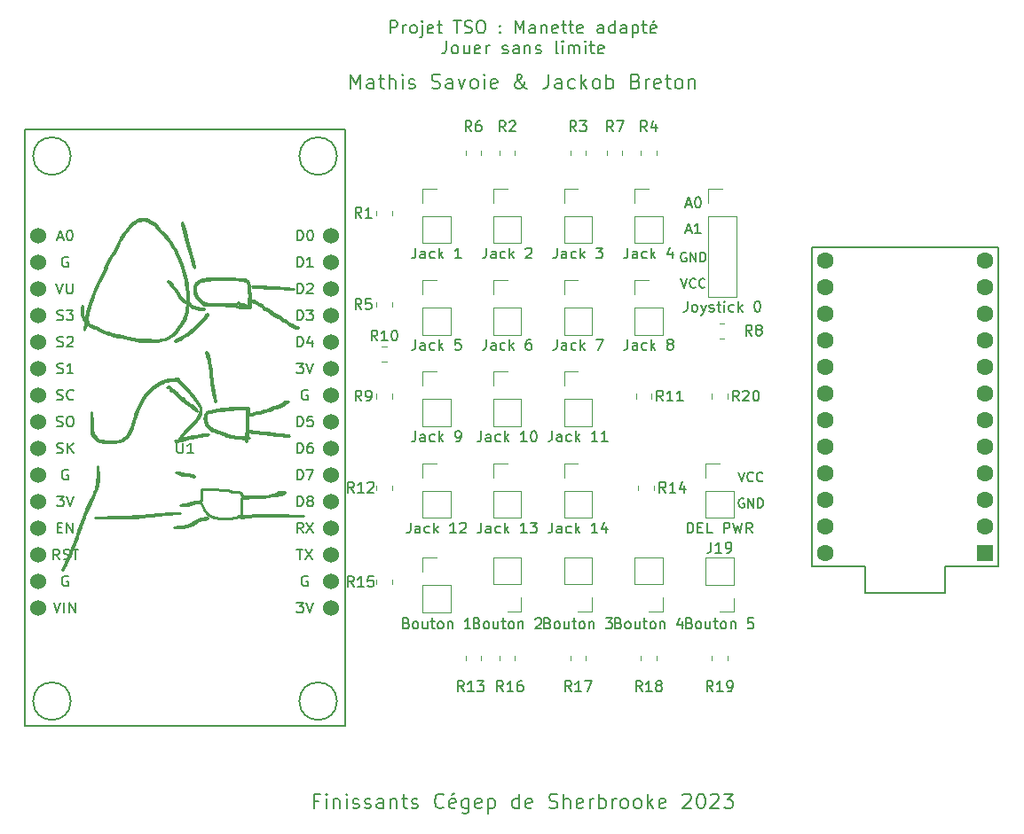
<source format=gbr>
%TF.GenerationSoftware,KiCad,Pcbnew,(6.0.1)*%
%TF.CreationDate,2023-02-06T14:24:32-05:00*%
%TF.ProjectId,Manette_JM,4d616e65-7474-4655-9f4a-4d2e6b696361,rev?*%
%TF.SameCoordinates,Original*%
%TF.FileFunction,Legend,Top*%
%TF.FilePolarity,Positive*%
%FSLAX46Y46*%
G04 Gerber Fmt 4.6, Leading zero omitted, Abs format (unit mm)*
G04 Created by KiCad (PCBNEW (6.0.1)) date 2023-02-06 14:24:32*
%MOMM*%
%LPD*%
G01*
G04 APERTURE LIST*
%ADD10C,0.150000*%
%ADD11C,0.264583*%
%ADD12C,0.120000*%
%ADD13R,1.600000X1.600000*%
%ADD14C,1.600000*%
%ADD15C,1.524000*%
G04 APERTURE END LIST*
D10*
X132000000Y-111650000D02*
X131533333Y-111650000D01*
X131533333Y-112383333D02*
X131533333Y-110983333D01*
X132200000Y-110983333D01*
X132733333Y-112383333D02*
X132733333Y-111450000D01*
X132733333Y-110983333D02*
X132666666Y-111050000D01*
X132733333Y-111116666D01*
X132800000Y-111050000D01*
X132733333Y-110983333D01*
X132733333Y-111116666D01*
X133400000Y-111450000D02*
X133400000Y-112383333D01*
X133400000Y-111583333D02*
X133466666Y-111516666D01*
X133600000Y-111450000D01*
X133800000Y-111450000D01*
X133933333Y-111516666D01*
X134000000Y-111650000D01*
X134000000Y-112383333D01*
X134666666Y-112383333D02*
X134666666Y-111450000D01*
X134666666Y-110983333D02*
X134600000Y-111050000D01*
X134666666Y-111116666D01*
X134733333Y-111050000D01*
X134666666Y-110983333D01*
X134666666Y-111116666D01*
X135266666Y-112316666D02*
X135400000Y-112383333D01*
X135666666Y-112383333D01*
X135800000Y-112316666D01*
X135866666Y-112183333D01*
X135866666Y-112116666D01*
X135800000Y-111983333D01*
X135666666Y-111916666D01*
X135466666Y-111916666D01*
X135333333Y-111850000D01*
X135266666Y-111716666D01*
X135266666Y-111650000D01*
X135333333Y-111516666D01*
X135466666Y-111450000D01*
X135666666Y-111450000D01*
X135800000Y-111516666D01*
X136400000Y-112316666D02*
X136533333Y-112383333D01*
X136800000Y-112383333D01*
X136933333Y-112316666D01*
X137000000Y-112183333D01*
X137000000Y-112116666D01*
X136933333Y-111983333D01*
X136800000Y-111916666D01*
X136600000Y-111916666D01*
X136466666Y-111850000D01*
X136400000Y-111716666D01*
X136400000Y-111650000D01*
X136466666Y-111516666D01*
X136600000Y-111450000D01*
X136800000Y-111450000D01*
X136933333Y-111516666D01*
X138200000Y-112383333D02*
X138200000Y-111650000D01*
X138133333Y-111516666D01*
X138000000Y-111450000D01*
X137733333Y-111450000D01*
X137600000Y-111516666D01*
X138200000Y-112316666D02*
X138066666Y-112383333D01*
X137733333Y-112383333D01*
X137600000Y-112316666D01*
X137533333Y-112183333D01*
X137533333Y-112050000D01*
X137600000Y-111916666D01*
X137733333Y-111850000D01*
X138066666Y-111850000D01*
X138200000Y-111783333D01*
X138866666Y-111450000D02*
X138866666Y-112383333D01*
X138866666Y-111583333D02*
X138933333Y-111516666D01*
X139066666Y-111450000D01*
X139266666Y-111450000D01*
X139400000Y-111516666D01*
X139466666Y-111650000D01*
X139466666Y-112383333D01*
X139933333Y-111450000D02*
X140466666Y-111450000D01*
X140133333Y-110983333D02*
X140133333Y-112183333D01*
X140200000Y-112316666D01*
X140333333Y-112383333D01*
X140466666Y-112383333D01*
X140866666Y-112316666D02*
X141000000Y-112383333D01*
X141266666Y-112383333D01*
X141400000Y-112316666D01*
X141466666Y-112183333D01*
X141466666Y-112116666D01*
X141400000Y-111983333D01*
X141266666Y-111916666D01*
X141066666Y-111916666D01*
X140933333Y-111850000D01*
X140866666Y-111716666D01*
X140866666Y-111650000D01*
X140933333Y-111516666D01*
X141066666Y-111450000D01*
X141266666Y-111450000D01*
X141400000Y-111516666D01*
X143933333Y-112250000D02*
X143866666Y-112316666D01*
X143666666Y-112383333D01*
X143533333Y-112383333D01*
X143333333Y-112316666D01*
X143200000Y-112183333D01*
X143133333Y-112050000D01*
X143066666Y-111783333D01*
X143066666Y-111583333D01*
X143133333Y-111316666D01*
X143200000Y-111183333D01*
X143333333Y-111050000D01*
X143533333Y-110983333D01*
X143666666Y-110983333D01*
X143866666Y-111050000D01*
X143933333Y-111116666D01*
X145066666Y-112316666D02*
X144933333Y-112383333D01*
X144666666Y-112383333D01*
X144533333Y-112316666D01*
X144466666Y-112183333D01*
X144466666Y-111650000D01*
X144533333Y-111516666D01*
X144666666Y-111450000D01*
X144933333Y-111450000D01*
X145066666Y-111516666D01*
X145133333Y-111650000D01*
X145133333Y-111783333D01*
X144466666Y-111916666D01*
X144933333Y-110916666D02*
X144733333Y-111116666D01*
X146333333Y-111450000D02*
X146333333Y-112583333D01*
X146266666Y-112716666D01*
X146200000Y-112783333D01*
X146066666Y-112850000D01*
X145866666Y-112850000D01*
X145733333Y-112783333D01*
X146333333Y-112316666D02*
X146200000Y-112383333D01*
X145933333Y-112383333D01*
X145800000Y-112316666D01*
X145733333Y-112250000D01*
X145666666Y-112116666D01*
X145666666Y-111716666D01*
X145733333Y-111583333D01*
X145800000Y-111516666D01*
X145933333Y-111450000D01*
X146200000Y-111450000D01*
X146333333Y-111516666D01*
X147533333Y-112316666D02*
X147400000Y-112383333D01*
X147133333Y-112383333D01*
X147000000Y-112316666D01*
X146933333Y-112183333D01*
X146933333Y-111650000D01*
X147000000Y-111516666D01*
X147133333Y-111450000D01*
X147400000Y-111450000D01*
X147533333Y-111516666D01*
X147600000Y-111650000D01*
X147600000Y-111783333D01*
X146933333Y-111916666D01*
X148200000Y-111450000D02*
X148200000Y-112850000D01*
X148200000Y-111516666D02*
X148333333Y-111450000D01*
X148600000Y-111450000D01*
X148733333Y-111516666D01*
X148800000Y-111583333D01*
X148866666Y-111716666D01*
X148866666Y-112116666D01*
X148800000Y-112250000D01*
X148733333Y-112316666D01*
X148600000Y-112383333D01*
X148333333Y-112383333D01*
X148200000Y-112316666D01*
X151133333Y-112383333D02*
X151133333Y-110983333D01*
X151133333Y-112316666D02*
X151000000Y-112383333D01*
X150733333Y-112383333D01*
X150600000Y-112316666D01*
X150533333Y-112250000D01*
X150466666Y-112116666D01*
X150466666Y-111716666D01*
X150533333Y-111583333D01*
X150600000Y-111516666D01*
X150733333Y-111450000D01*
X151000000Y-111450000D01*
X151133333Y-111516666D01*
X152333333Y-112316666D02*
X152200000Y-112383333D01*
X151933333Y-112383333D01*
X151800000Y-112316666D01*
X151733333Y-112183333D01*
X151733333Y-111650000D01*
X151800000Y-111516666D01*
X151933333Y-111450000D01*
X152200000Y-111450000D01*
X152333333Y-111516666D01*
X152400000Y-111650000D01*
X152400000Y-111783333D01*
X151733333Y-111916666D01*
X154000000Y-112316666D02*
X154200000Y-112383333D01*
X154533333Y-112383333D01*
X154666666Y-112316666D01*
X154733333Y-112250000D01*
X154800000Y-112116666D01*
X154800000Y-111983333D01*
X154733333Y-111850000D01*
X154666666Y-111783333D01*
X154533333Y-111716666D01*
X154266666Y-111650000D01*
X154133333Y-111583333D01*
X154066666Y-111516666D01*
X154000000Y-111383333D01*
X154000000Y-111250000D01*
X154066666Y-111116666D01*
X154133333Y-111050000D01*
X154266666Y-110983333D01*
X154600000Y-110983333D01*
X154800000Y-111050000D01*
X155400000Y-112383333D02*
X155400000Y-110983333D01*
X156000000Y-112383333D02*
X156000000Y-111650000D01*
X155933333Y-111516666D01*
X155800000Y-111450000D01*
X155600000Y-111450000D01*
X155466666Y-111516666D01*
X155400000Y-111583333D01*
X157200000Y-112316666D02*
X157066666Y-112383333D01*
X156800000Y-112383333D01*
X156666666Y-112316666D01*
X156600000Y-112183333D01*
X156600000Y-111650000D01*
X156666666Y-111516666D01*
X156800000Y-111450000D01*
X157066666Y-111450000D01*
X157200000Y-111516666D01*
X157266666Y-111650000D01*
X157266666Y-111783333D01*
X156600000Y-111916666D01*
X157866666Y-112383333D02*
X157866666Y-111450000D01*
X157866666Y-111716666D02*
X157933333Y-111583333D01*
X158000000Y-111516666D01*
X158133333Y-111450000D01*
X158266666Y-111450000D01*
X158733333Y-112383333D02*
X158733333Y-110983333D01*
X158733333Y-111516666D02*
X158866666Y-111450000D01*
X159133333Y-111450000D01*
X159266666Y-111516666D01*
X159333333Y-111583333D01*
X159400000Y-111716666D01*
X159400000Y-112116666D01*
X159333333Y-112250000D01*
X159266666Y-112316666D01*
X159133333Y-112383333D01*
X158866666Y-112383333D01*
X158733333Y-112316666D01*
X160000000Y-112383333D02*
X160000000Y-111450000D01*
X160000000Y-111716666D02*
X160066666Y-111583333D01*
X160133333Y-111516666D01*
X160266666Y-111450000D01*
X160400000Y-111450000D01*
X161066666Y-112383333D02*
X160933333Y-112316666D01*
X160866666Y-112250000D01*
X160800000Y-112116666D01*
X160800000Y-111716666D01*
X160866666Y-111583333D01*
X160933333Y-111516666D01*
X161066666Y-111450000D01*
X161266666Y-111450000D01*
X161400000Y-111516666D01*
X161466666Y-111583333D01*
X161533333Y-111716666D01*
X161533333Y-112116666D01*
X161466666Y-112250000D01*
X161400000Y-112316666D01*
X161266666Y-112383333D01*
X161066666Y-112383333D01*
X162333333Y-112383333D02*
X162200000Y-112316666D01*
X162133333Y-112250000D01*
X162066666Y-112116666D01*
X162066666Y-111716666D01*
X162133333Y-111583333D01*
X162200000Y-111516666D01*
X162333333Y-111450000D01*
X162533333Y-111450000D01*
X162666666Y-111516666D01*
X162733333Y-111583333D01*
X162800000Y-111716666D01*
X162800000Y-112116666D01*
X162733333Y-112250000D01*
X162666666Y-112316666D01*
X162533333Y-112383333D01*
X162333333Y-112383333D01*
X163400000Y-112383333D02*
X163400000Y-110983333D01*
X163533333Y-111850000D02*
X163933333Y-112383333D01*
X163933333Y-111450000D02*
X163400000Y-111983333D01*
X165066666Y-112316666D02*
X164933333Y-112383333D01*
X164666666Y-112383333D01*
X164533333Y-112316666D01*
X164466666Y-112183333D01*
X164466666Y-111650000D01*
X164533333Y-111516666D01*
X164666666Y-111450000D01*
X164933333Y-111450000D01*
X165066666Y-111516666D01*
X165133333Y-111650000D01*
X165133333Y-111783333D01*
X164466666Y-111916666D01*
X166733333Y-111116666D02*
X166800000Y-111050000D01*
X166933333Y-110983333D01*
X167266666Y-110983333D01*
X167400000Y-111050000D01*
X167466666Y-111116666D01*
X167533333Y-111250000D01*
X167533333Y-111383333D01*
X167466666Y-111583333D01*
X166666666Y-112383333D01*
X167533333Y-112383333D01*
X168400000Y-110983333D02*
X168533333Y-110983333D01*
X168666666Y-111050000D01*
X168733333Y-111116666D01*
X168800000Y-111250000D01*
X168866666Y-111516666D01*
X168866666Y-111850000D01*
X168800000Y-112116666D01*
X168733333Y-112250000D01*
X168666666Y-112316666D01*
X168533333Y-112383333D01*
X168400000Y-112383333D01*
X168266666Y-112316666D01*
X168200000Y-112250000D01*
X168133333Y-112116666D01*
X168066666Y-111850000D01*
X168066666Y-111516666D01*
X168133333Y-111250000D01*
X168200000Y-111116666D01*
X168266666Y-111050000D01*
X168400000Y-110983333D01*
X169400000Y-111116666D02*
X169466666Y-111050000D01*
X169600000Y-110983333D01*
X169933333Y-110983333D01*
X170066666Y-111050000D01*
X170133333Y-111116666D01*
X170200000Y-111250000D01*
X170200000Y-111383333D01*
X170133333Y-111583333D01*
X169333333Y-112383333D01*
X170200000Y-112383333D01*
X170666666Y-110983333D02*
X171533333Y-110983333D01*
X171066666Y-111516666D01*
X171266666Y-111516666D01*
X171400000Y-111583333D01*
X171466666Y-111650000D01*
X171533333Y-111783333D01*
X171533333Y-112116666D01*
X171466666Y-112250000D01*
X171400000Y-112316666D01*
X171266666Y-112383333D01*
X170866666Y-112383333D01*
X170733333Y-112316666D01*
X170666666Y-112250000D01*
X172050000Y-80257142D02*
X172350000Y-81157142D01*
X172650000Y-80257142D01*
X173464285Y-81071428D02*
X173421428Y-81114285D01*
X173292857Y-81157142D01*
X173207142Y-81157142D01*
X173078571Y-81114285D01*
X172992857Y-81028571D01*
X172950000Y-80942857D01*
X172907142Y-80771428D01*
X172907142Y-80642857D01*
X172950000Y-80471428D01*
X172992857Y-80385714D01*
X173078571Y-80300000D01*
X173207142Y-80257142D01*
X173292857Y-80257142D01*
X173421428Y-80300000D01*
X173464285Y-80342857D01*
X174364285Y-81071428D02*
X174321428Y-81114285D01*
X174192857Y-81157142D01*
X174107142Y-81157142D01*
X173978571Y-81114285D01*
X173892857Y-81028571D01*
X173850000Y-80942857D01*
X173807142Y-80771428D01*
X173807142Y-80642857D01*
X173850000Y-80471428D01*
X173892857Y-80385714D01*
X173978571Y-80300000D01*
X174107142Y-80257142D01*
X174192857Y-80257142D01*
X174321428Y-80300000D01*
X174364285Y-80342857D01*
X172564285Y-82800000D02*
X172478571Y-82757142D01*
X172350000Y-82757142D01*
X172221428Y-82800000D01*
X172135714Y-82885714D01*
X172092857Y-82971428D01*
X172050000Y-83142857D01*
X172050000Y-83271428D01*
X172092857Y-83442857D01*
X172135714Y-83528571D01*
X172221428Y-83614285D01*
X172350000Y-83657142D01*
X172435714Y-83657142D01*
X172564285Y-83614285D01*
X172607142Y-83571428D01*
X172607142Y-83271428D01*
X172435714Y-83271428D01*
X172992857Y-83657142D02*
X172992857Y-82757142D01*
X173507142Y-83657142D01*
X173507142Y-82757142D01*
X173935714Y-83657142D02*
X173935714Y-82757142D01*
X174150000Y-82757142D01*
X174278571Y-82800000D01*
X174364285Y-82885714D01*
X174407142Y-82971428D01*
X174450000Y-83142857D01*
X174450000Y-83271428D01*
X174407142Y-83442857D01*
X174364285Y-83528571D01*
X174278571Y-83614285D01*
X174150000Y-83657142D01*
X173935714Y-83657142D01*
X166550000Y-61757142D02*
X166850000Y-62657142D01*
X167150000Y-61757142D01*
X167964285Y-62571428D02*
X167921428Y-62614285D01*
X167792857Y-62657142D01*
X167707142Y-62657142D01*
X167578571Y-62614285D01*
X167492857Y-62528571D01*
X167450000Y-62442857D01*
X167407142Y-62271428D01*
X167407142Y-62142857D01*
X167450000Y-61971428D01*
X167492857Y-61885714D01*
X167578571Y-61800000D01*
X167707142Y-61757142D01*
X167792857Y-61757142D01*
X167921428Y-61800000D01*
X167964285Y-61842857D01*
X168864285Y-62571428D02*
X168821428Y-62614285D01*
X168692857Y-62657142D01*
X168607142Y-62657142D01*
X168478571Y-62614285D01*
X168392857Y-62528571D01*
X168350000Y-62442857D01*
X168307142Y-62271428D01*
X168307142Y-62142857D01*
X168350000Y-61971428D01*
X168392857Y-61885714D01*
X168478571Y-61800000D01*
X168607142Y-61757142D01*
X168692857Y-61757142D01*
X168821428Y-61800000D01*
X168864285Y-61842857D01*
D11*
X121284960Y-74685619D02*
X121298244Y-74657659D01*
X127774667Y-73995963D02*
X127747560Y-74002466D01*
X124955477Y-61862067D02*
X124888420Y-61845752D01*
X115715423Y-56285390D02*
X115718534Y-56290974D01*
X130021150Y-66440336D02*
X130013227Y-66436282D01*
X129090982Y-73540998D02*
X129109701Y-73535081D01*
X122364063Y-76438649D02*
X122531318Y-76508213D01*
X118691985Y-77138891D02*
X118685398Y-77145542D01*
X112740366Y-58881699D02*
X112762503Y-58835156D01*
X124964089Y-64254983D02*
X124939048Y-64248482D01*
X126950494Y-64731051D02*
X126967819Y-64734239D01*
X110949375Y-79667852D02*
X110882435Y-80673800D01*
X124181351Y-84558568D02*
X124207382Y-84538832D01*
X113458684Y-76962522D02*
X113438852Y-76977549D01*
X109771207Y-65653205D02*
X109769831Y-65677095D01*
X120008577Y-80666941D02*
X120035097Y-80675316D01*
X118662343Y-77163506D02*
X118653551Y-77168838D01*
X119982250Y-59987620D02*
X119982250Y-59987620D01*
X120241278Y-73387661D02*
X120279729Y-73451991D01*
X115834511Y-56244674D02*
X115814410Y-56229665D01*
X110856322Y-81029357D02*
X110841673Y-81182935D01*
X121833482Y-76273703D02*
X121856347Y-76283922D01*
X108335754Y-88045359D02*
X108359276Y-87974787D01*
X126547153Y-74426324D02*
X126304531Y-74481483D01*
X118081697Y-62500051D02*
X118067514Y-62479773D01*
X120223682Y-75483074D02*
X120318956Y-75370918D01*
X124508099Y-84616872D02*
X124509300Y-84618835D01*
X118444148Y-80243022D02*
X118427420Y-80246798D01*
X121715793Y-84451587D02*
X121774717Y-84480995D01*
X124841057Y-64357214D02*
X124849622Y-64359580D01*
X115722483Y-56296756D02*
X115727248Y-56302723D01*
X122531318Y-76508213D02*
X122708356Y-76586803D01*
X109592063Y-65683302D02*
X109625627Y-65726701D01*
X125069461Y-64341249D02*
X125068402Y-64336233D01*
X119299626Y-72135168D02*
X119299626Y-72135168D01*
X128834107Y-73496395D02*
X128811308Y-73499395D01*
X124282258Y-64458150D02*
X124290634Y-64462501D01*
X119117875Y-73463378D02*
X119182316Y-73512549D01*
X117250164Y-57511381D02*
X117250164Y-57511381D01*
X117928517Y-72273293D02*
X117915290Y-72258163D01*
X126757233Y-64504649D02*
X126742241Y-64486181D01*
X128463651Y-82141529D02*
X128437685Y-82141640D01*
X128940136Y-65839806D02*
X128919104Y-65823225D01*
X124231987Y-76866713D02*
X124066290Y-76851540D01*
X125080630Y-64365029D02*
X125077648Y-64360468D01*
X124517051Y-61887631D02*
X124787568Y-61925606D01*
X125663813Y-63899549D02*
X125668387Y-63904825D01*
X118037217Y-72366651D02*
X118027198Y-72361093D01*
X121151709Y-65357069D02*
X121138363Y-65385500D01*
X121660144Y-76163817D02*
X121692186Y-76187136D01*
X120413162Y-63432773D02*
X120373903Y-63356650D01*
X128057394Y-82177058D02*
X128059548Y-82180386D01*
X124807820Y-84615662D02*
X124826497Y-84609033D01*
X110966309Y-80585428D02*
X110966309Y-80585428D01*
X129140997Y-73520128D02*
X129142542Y-73518009D01*
X127271570Y-76640378D02*
X128085313Y-76719736D01*
X123790661Y-61757681D02*
X123276557Y-61733319D01*
X118086974Y-72530661D02*
X118115219Y-72549529D01*
X120281989Y-63122336D02*
X120260334Y-63043436D01*
X117549545Y-72132865D02*
X117546791Y-72135372D01*
X125671057Y-62535555D02*
X125671057Y-62535555D01*
X117766266Y-72209596D02*
X117772384Y-72214873D01*
X125226036Y-76811842D02*
X125220671Y-76790121D01*
X118935030Y-66136801D02*
X118935030Y-66136801D01*
X121252651Y-74844328D02*
X121257982Y-74796679D01*
X125484498Y-76406469D02*
X125520801Y-76413100D01*
X122598978Y-84665039D02*
X122942918Y-84671098D01*
X112112318Y-59896073D02*
X112198767Y-59742065D01*
X119987375Y-73023681D02*
X120084623Y-73147293D01*
X129142542Y-73518009D02*
X129143028Y-73515987D01*
X120137825Y-62782408D02*
X120138271Y-62873373D01*
X125105555Y-64389849D02*
X125095977Y-64382103D01*
X118100609Y-67124575D02*
X118274000Y-66962324D01*
X120014503Y-80581321D02*
X119987344Y-80568900D01*
X125761711Y-63975378D02*
X125772441Y-63981566D01*
X129388968Y-66135758D02*
X129367815Y-66132696D01*
X113590026Y-76896518D02*
X113573778Y-76899786D01*
X119027357Y-73182184D02*
X119020642Y-73181037D01*
X126910681Y-64728220D02*
X126918303Y-64728422D01*
X121894838Y-76296023D02*
X121910006Y-76297594D01*
X121258468Y-68804362D02*
X121258948Y-68815376D01*
X121692186Y-76187136D02*
X121723275Y-76208661D01*
X110870614Y-62241347D02*
X110667639Y-62714249D01*
X125450689Y-76399758D02*
X125484498Y-76406469D01*
X113541890Y-76909703D02*
X113527864Y-76916928D01*
X124786119Y-64227503D02*
X124751253Y-64225972D01*
X116631203Y-56977419D02*
X116739898Y-57096633D01*
X121151709Y-65357069D02*
X121151709Y-65357069D01*
X113218174Y-77174949D02*
X113200595Y-77188497D01*
X119355431Y-64847250D02*
X119337564Y-64944159D01*
X121695683Y-74485059D02*
X122011905Y-74426780D01*
X128715479Y-82166337D02*
X128706577Y-82163101D01*
X112197227Y-77292622D02*
X112027552Y-77287398D01*
X119125757Y-83427285D02*
X119171220Y-83424752D01*
X122646074Y-64309584D02*
X122646074Y-64309584D01*
X128595095Y-82145429D02*
X128576066Y-82144231D01*
X119493475Y-73712122D02*
X119518545Y-73727005D01*
X124290634Y-64462501D02*
X124300404Y-64466762D01*
X110746736Y-81717208D02*
X110708406Y-81848185D01*
X120129391Y-60589511D02*
X120126187Y-60558190D01*
X121054772Y-84644524D02*
X120958860Y-84667222D01*
X125056503Y-77301965D02*
X125061041Y-77302833D01*
X129650118Y-66384372D02*
X129736228Y-66421340D01*
X110096330Y-66153462D02*
X110073018Y-66128667D01*
X121126491Y-76739666D02*
X121244577Y-76716008D01*
X128736527Y-73517606D02*
X128722643Y-73523536D01*
X118424384Y-80306411D02*
X118432340Y-80307723D01*
X127643325Y-74123211D02*
X127652414Y-74119561D01*
X115959089Y-56440289D02*
X115992769Y-56453709D01*
X119070814Y-63774876D02*
X119038218Y-63746174D01*
X121493675Y-76025735D02*
X121527035Y-76055697D01*
X120339177Y-64525377D02*
X120214700Y-64494470D01*
X118836428Y-63677711D02*
X118871894Y-63715415D01*
X121264521Y-68856906D02*
X121267756Y-68873610D01*
X123245021Y-84670992D02*
X123505794Y-84664686D01*
X118712665Y-59802078D02*
X118537381Y-59415595D01*
X109489679Y-64480593D02*
X109485680Y-64454273D01*
X128965647Y-73492479D02*
X128965647Y-73492479D01*
X118346661Y-62931668D02*
X118424447Y-63042702D01*
X114392443Y-56371613D02*
X114376728Y-56375351D01*
X128752477Y-73512192D02*
X128736527Y-73517606D01*
X121460741Y-75994909D02*
X121493675Y-76025735D01*
X111997126Y-77388731D02*
X111997126Y-77388731D01*
X124045181Y-84608187D02*
X124100313Y-84593241D01*
X113164117Y-77212886D02*
X113144878Y-77223774D01*
X120707073Y-74335224D02*
X120698950Y-74397040D01*
X109410178Y-84914341D02*
X109391509Y-84950791D01*
X115992769Y-56453709D02*
X116027635Y-56466641D01*
X126736217Y-64619562D02*
X126746628Y-64633768D01*
X109395930Y-64466978D02*
X109386496Y-64495544D01*
X121172516Y-84733189D02*
X121240212Y-84715840D01*
X128664358Y-73614827D02*
X128651084Y-73630423D01*
X117739182Y-72190997D02*
X117746324Y-72195249D01*
X121480089Y-69598135D02*
X121532644Y-69816730D01*
X125180537Y-77087264D02*
X125183323Y-77080725D01*
X128621670Y-65688301D02*
X128601383Y-65675299D01*
X127797269Y-74088708D02*
X127826455Y-74086321D01*
X124341916Y-64025279D02*
X124340413Y-64024395D01*
X119426989Y-83392394D02*
X119534985Y-83371577D01*
X118410153Y-80303479D02*
X118416988Y-80304995D01*
X109972067Y-66039404D02*
X109989041Y-66057265D01*
X124877377Y-64370894D02*
X124879992Y-64373032D01*
X120232290Y-62586643D02*
X120245605Y-62516605D01*
X124656324Y-82375532D02*
X124651268Y-82356925D01*
X123242557Y-76685823D02*
X123216782Y-76671976D01*
X128556753Y-82326191D02*
X128630320Y-82296678D01*
X120768102Y-65836043D02*
X120641033Y-65968057D01*
X129020530Y-73559833D02*
X129041319Y-73554392D01*
X126864247Y-64718998D02*
X126872004Y-64721439D01*
X112558057Y-59032334D02*
X112528522Y-59083067D01*
X118820835Y-83408862D02*
X118822831Y-83410818D01*
X117670259Y-72091525D02*
X117661767Y-72091533D01*
X124888097Y-84576477D02*
X124899494Y-84567065D01*
X127665549Y-82397392D02*
X127640972Y-82406341D01*
X124662101Y-83960427D02*
X124663888Y-83856771D01*
X128457172Y-76749747D02*
X128773345Y-76770519D01*
X117992097Y-72481299D02*
X118012644Y-72489389D01*
X115708636Y-56257990D02*
X115711347Y-56269957D01*
X120131212Y-60641401D02*
X120131092Y-60617360D01*
X112348478Y-77296560D02*
X112197227Y-77292622D01*
X119587135Y-63955846D02*
X119574261Y-63908252D01*
X128181073Y-65341016D02*
X128165333Y-65336039D01*
X109755442Y-66045972D02*
X109753641Y-66062891D01*
X118617946Y-67631879D02*
X118650681Y-67615158D01*
X120680354Y-76720133D02*
X120341863Y-76775940D01*
X126783341Y-64671978D02*
X126797056Y-64682981D01*
X120423221Y-74422000D02*
X120432503Y-74422497D01*
X121395655Y-84647312D02*
X121395655Y-84647312D01*
X115630705Y-56107818D02*
X115559443Y-56093190D01*
X130047749Y-66456337D02*
X130041891Y-66452384D01*
X116031978Y-56360915D02*
X115967525Y-56326970D01*
X125201250Y-76645139D02*
X125196857Y-76568327D01*
X118274000Y-66962324D02*
X118427559Y-66782385D01*
X119164911Y-67201904D02*
X118975907Y-67305992D01*
X124449996Y-64373032D02*
X124452603Y-64370894D01*
X109350036Y-85037661D02*
X109302162Y-85150452D01*
X130072609Y-66482323D02*
X130070883Y-66478844D01*
X124567626Y-84635148D02*
X124587036Y-84637009D01*
X126864277Y-64603455D02*
X126849576Y-64593331D01*
X118490000Y-72776518D02*
X118490000Y-72776518D01*
X119331468Y-73501194D02*
X119305450Y-73481737D01*
X125663505Y-63842385D02*
X125659255Y-63844575D01*
X124444515Y-64500119D02*
X124488524Y-64506054D01*
X125170651Y-77122356D02*
X125172062Y-77115051D01*
X120887733Y-84783399D02*
X120930781Y-84777222D01*
X118593453Y-77270665D02*
X118665784Y-77257633D01*
X126711928Y-64573641D02*
X126711928Y-64573641D01*
X119099972Y-73216243D02*
X119095587Y-73212532D01*
X129628131Y-62789499D02*
X129626627Y-62787765D01*
X119901311Y-83173235D02*
X119818799Y-83198661D01*
X109888773Y-66051689D02*
X109895490Y-66042255D01*
X126304531Y-74481483D02*
X126057140Y-74543971D01*
X128719147Y-65732041D02*
X128711657Y-65730265D01*
X112659765Y-58837838D02*
X112637214Y-58884443D01*
X121111756Y-64693495D02*
X121111756Y-64693495D01*
X124024405Y-76948905D02*
X124205000Y-76965135D01*
X118534407Y-77204604D02*
X118519306Y-77206471D01*
X125398800Y-74778620D02*
X125424934Y-74777751D01*
X126402304Y-64300077D02*
X126433898Y-64318531D01*
X110118320Y-83402182D02*
X110118320Y-83402182D01*
X121363169Y-84671682D02*
X121377915Y-84663247D01*
X108365877Y-87682378D02*
X108311744Y-87824431D01*
X117614229Y-72100771D02*
X117614229Y-72100771D01*
X118843539Y-73232621D02*
X118983647Y-73354498D01*
X128583250Y-62631066D02*
X127987426Y-62590356D01*
X124570211Y-84426478D02*
X124579721Y-84419369D01*
X119137675Y-73305122D02*
X119133353Y-73292371D01*
X119171220Y-83424752D02*
X119219122Y-83420812D01*
X117758683Y-71502885D02*
X117899450Y-71489058D01*
X128729162Y-65833865D02*
X128736079Y-65834648D01*
X127840590Y-62677859D02*
X128436481Y-62708263D01*
X119033947Y-73183568D02*
X119027357Y-73182184D01*
X128660416Y-65710006D02*
X128641399Y-65699905D01*
X128033450Y-82327630D02*
X127960999Y-82334847D01*
X109766443Y-65704688D02*
X109764857Y-65711681D01*
X119264623Y-76459213D02*
X119404932Y-76316984D01*
X125792100Y-62560481D02*
X125933967Y-62575009D01*
X127369706Y-74204598D02*
X127331963Y-74221950D01*
X109895490Y-66042255D02*
X109902108Y-66034436D01*
X128685442Y-82157322D02*
X128673201Y-82154775D01*
X128678568Y-65718502D02*
X128660416Y-65710006D01*
X117788991Y-72232052D02*
X117793908Y-72238193D01*
X109386496Y-64495544D02*
X109378530Y-64527474D01*
X111731180Y-66870590D02*
X111543515Y-66793356D01*
X118768499Y-63599179D02*
X118801878Y-63638867D01*
X110824492Y-81325024D02*
X110803677Y-81459112D01*
X125698935Y-63932938D02*
X125706522Y-63938839D01*
X124641298Y-64519836D02*
X124698079Y-64522932D01*
X119567732Y-80465626D02*
X119517789Y-80459251D01*
X120497943Y-83133680D02*
X120533281Y-83135064D01*
X121602818Y-84386529D02*
X121658485Y-84420093D01*
X118698029Y-77131904D02*
X118691985Y-77138891D01*
X121345889Y-84605062D02*
X121292090Y-84605945D01*
X130007362Y-66508235D02*
X130028589Y-66510141D01*
X109762999Y-65717571D02*
X109760844Y-65722354D01*
X118548243Y-80241405D02*
X118525298Y-80239515D01*
X118175745Y-62614202D02*
X118154271Y-62590218D01*
X108367572Y-87931585D02*
X108367572Y-87931585D01*
X118724829Y-80401829D02*
X118726827Y-80406835D01*
X123790661Y-61757681D02*
X123790661Y-61757681D01*
X128752577Y-65735414D02*
X128745809Y-65734632D01*
X109983978Y-65053011D02*
X110000142Y-64982343D01*
X119363490Y-57688833D02*
X119260386Y-57296821D01*
X125679015Y-62541124D02*
X125702367Y-62547173D01*
X118271189Y-62710974D02*
X118271189Y-62710974D01*
X118875928Y-63575535D02*
X118845254Y-63537948D01*
X121309693Y-69031571D02*
X121327879Y-69090173D01*
X118308959Y-67730701D02*
X118313826Y-67732035D01*
X125622354Y-74669481D02*
X125472110Y-74721776D01*
X118725349Y-77073438D02*
X118723031Y-77082828D01*
X125287323Y-77000598D02*
X125293759Y-77000326D01*
X118548654Y-80317388D02*
X118570284Y-80320646D01*
X124135100Y-64397060D02*
X124229680Y-64416200D01*
X130070883Y-66478844D02*
X130068525Y-66475275D01*
X128121833Y-74046340D02*
X128187056Y-74026541D01*
X128375362Y-73819969D02*
X128309517Y-73852837D01*
X120521430Y-76841985D02*
X120842146Y-76788660D01*
X109928436Y-66018766D02*
X109935191Y-66018630D01*
X124571158Y-64342925D02*
X124593982Y-64340842D01*
X119295814Y-76320161D02*
X119138596Y-76490009D01*
X125226555Y-75457808D02*
X125297995Y-74084353D01*
X119235430Y-73423342D02*
X119215256Y-73404342D01*
X124629536Y-84325642D02*
X124634518Y-84304777D01*
X116437130Y-56575257D02*
X116414807Y-56558319D01*
X129557529Y-66172854D02*
X129552003Y-66169465D01*
X109726792Y-66176510D02*
X109712007Y-66220557D01*
X127612509Y-74051805D02*
X127587023Y-74064481D01*
X121223938Y-84613245D02*
X121143982Y-84626318D01*
X121869432Y-76135307D02*
X121764173Y-76074057D01*
X128682742Y-73585637D02*
X128674965Y-73599869D01*
X110631083Y-84613976D02*
X110631083Y-84613976D01*
X125793706Y-63867071D02*
X125770561Y-63857582D01*
X121298244Y-74657659D02*
X121305798Y-74645115D01*
X118749598Y-80452019D02*
X118756640Y-80456692D01*
X118477773Y-66620168D02*
X118321930Y-66807774D01*
X124066290Y-76851540D02*
X123903362Y-76832154D01*
X119130107Y-80522465D02*
X119175535Y-80522988D01*
X125652683Y-63849765D02*
X125650345Y-63852746D01*
X120435774Y-73484314D02*
X120350182Y-73358935D01*
X128126256Y-65433524D02*
X128143406Y-65436594D01*
X118221810Y-62662749D02*
X118198300Y-62638433D01*
X125261525Y-82593037D02*
X125064842Y-82577325D01*
X112027552Y-77287398D02*
X110976893Y-77253267D01*
X123186177Y-76805102D02*
X123239886Y-76819880D01*
X118412478Y-80251787D02*
X118405648Y-80254629D01*
X119371182Y-80531394D02*
X119473150Y-80541253D01*
X121105702Y-83885581D02*
X121141718Y-83940794D01*
X118889708Y-77014384D02*
X118876751Y-77004838D01*
X115967525Y-56326970D02*
X115908659Y-56293108D01*
X128939433Y-73586232D02*
X128959142Y-73579056D01*
X128733055Y-65734106D02*
X128726286Y-65733325D01*
X120533376Y-83037852D02*
X120533376Y-83037852D01*
X120254549Y-73228453D02*
X120148825Y-73092426D01*
X110460394Y-63513041D02*
X110605582Y-63113736D01*
X112101974Y-67007368D02*
X111919207Y-66942619D01*
X118261559Y-62817472D02*
X118346661Y-62931668D01*
X115889831Y-72382900D02*
X115771539Y-72502773D01*
X124230223Y-84520268D02*
X124243826Y-84511423D01*
X120115199Y-80683423D02*
X120116054Y-80680818D01*
X110449909Y-76372004D02*
X110435852Y-76289567D01*
X121477248Y-75829685D02*
X121446155Y-75790478D01*
X117632259Y-62033769D02*
X117634758Y-62041306D01*
X128838041Y-73633170D02*
X128852293Y-73625183D01*
X121081676Y-64709971D02*
X121099137Y-64702651D01*
X122102422Y-73132249D02*
X122081174Y-73002371D01*
X121414578Y-65144271D02*
X121407763Y-65136882D01*
X117824045Y-72323816D02*
X117824045Y-72323816D01*
X125032675Y-64282501D02*
X125024873Y-64278167D01*
X108479502Y-87630874D02*
X108522502Y-87532800D01*
X118279644Y-77245886D02*
X118279265Y-77248349D01*
X127431523Y-65054975D02*
X127497537Y-65103906D01*
X119682304Y-64162080D02*
X119658962Y-64124868D01*
X114212942Y-56454208D02*
X114118347Y-56542431D01*
X129143028Y-73515987D02*
X129142449Y-73514061D01*
X109749164Y-65950628D02*
X109752302Y-65966109D01*
X121308235Y-75529091D02*
X121293039Y-75480829D01*
X127866575Y-65203442D02*
X127821631Y-65176311D01*
X109492845Y-64863360D02*
X109497675Y-64760136D01*
X115405797Y-56182436D02*
X115488467Y-56188698D01*
X109570869Y-84495347D02*
X109566343Y-84517441D01*
X108668322Y-87004362D02*
X108658349Y-87019568D01*
X119735394Y-76998736D02*
X119821540Y-76977956D01*
X119534310Y-63508692D02*
X119522770Y-63109572D01*
X116044395Y-67778898D02*
X116362989Y-67760227D01*
X113799997Y-67506548D02*
X113799997Y-67506548D01*
X128100641Y-82157133D02*
X128079497Y-82161116D01*
X112844322Y-84541743D02*
X112844322Y-84541743D01*
X117572689Y-84203077D02*
X117052288Y-84231036D01*
X118908019Y-63751682D02*
X118944546Y-63786215D01*
X125600084Y-76425920D02*
X125642662Y-76432012D01*
X127576075Y-65015647D02*
X127524992Y-64979777D01*
X118882519Y-73130164D02*
X118852787Y-73109940D01*
X123365461Y-76849257D02*
X123511362Y-76877691D01*
X118134003Y-62566647D02*
X118115067Y-62543652D01*
X122447473Y-84656631D02*
X122522564Y-84661979D01*
X124296545Y-64099509D02*
X124283156Y-64114002D01*
X128512086Y-82141955D02*
X128488450Y-82141634D01*
X120955100Y-83581850D02*
X120981209Y-83646229D01*
X113512384Y-76925931D02*
X113495596Y-76936604D01*
X118373667Y-80279957D02*
X118373587Y-80281175D01*
X118285089Y-77258607D02*
X118288423Y-77261254D01*
X112814163Y-58708981D02*
X112825783Y-58672659D01*
X115734639Y-56150462D02*
X115714204Y-56138096D01*
X128706577Y-82163101D02*
X128696566Y-82160097D01*
X110667639Y-62714249D02*
X110456300Y-63258042D01*
X109469898Y-64401071D02*
X109463453Y-64392733D01*
X109767784Y-65696591D02*
X109766443Y-65704688D01*
X129060806Y-65955981D02*
X129041319Y-65935451D01*
X119132251Y-73286533D02*
X119131880Y-73281077D01*
X125818097Y-63878217D02*
X125793706Y-63867071D01*
X128418403Y-65512752D02*
X128398604Y-65492802D01*
X126120707Y-64078217D02*
X126091881Y-64058202D01*
X125046081Y-64291512D02*
X125039752Y-64286951D01*
X123529913Y-82060130D02*
X123514749Y-82051174D01*
X129146839Y-76760953D02*
X129124579Y-76753923D01*
X120482300Y-75155977D02*
X120550266Y-75052311D01*
X114691723Y-56168901D02*
X114664256Y-56182291D01*
X121932262Y-72702631D02*
X122005378Y-73077852D01*
X119280673Y-73462181D02*
X119257285Y-73442669D01*
X109525008Y-65388492D02*
X109515196Y-65347650D01*
X124460722Y-64366484D02*
X124472790Y-64361917D01*
X118491423Y-62972383D02*
X118435584Y-62897214D01*
X120013415Y-60080400D02*
X119982250Y-59987620D01*
X110516604Y-76604388D02*
X110505084Y-76575189D01*
X119134260Y-63824606D02*
X119134260Y-63824606D01*
X116448799Y-56757024D02*
X116473565Y-56790545D01*
X125016368Y-64273957D02*
X125007182Y-64269877D01*
X118678264Y-77151860D02*
X118670580Y-77157849D01*
X115711346Y-84361296D02*
X115534848Y-84384514D01*
X129134742Y-73524673D02*
X129138395Y-73522349D01*
X128642871Y-65800446D02*
X128662151Y-65810547D01*
X110976893Y-77253267D02*
X110976893Y-77253267D01*
X120980816Y-65599675D02*
X120882355Y-65712298D01*
X115839839Y-56383866D02*
X115866970Y-56398170D01*
X112010917Y-59896634D02*
X111925507Y-60058090D01*
X118459504Y-80311000D02*
X118469642Y-80311861D01*
X125196896Y-77056494D02*
X125200856Y-77050966D01*
X128110514Y-65432478D02*
X128118198Y-65432742D01*
X114401129Y-75073366D02*
X114361243Y-75224562D01*
X110297177Y-66337881D02*
X110312191Y-66339928D01*
X117618705Y-71524572D02*
X117758683Y-71502885D01*
X121244578Y-75100619D02*
X121244987Y-75025751D01*
X120686224Y-84823280D02*
X120723874Y-84814346D01*
X125500666Y-64527075D02*
X125438751Y-63370581D01*
X124457798Y-64386486D02*
X124451029Y-64382941D01*
X125068402Y-64336233D02*
X125067758Y-64331144D01*
X126700285Y-64426531D02*
X126700285Y-64426531D01*
X117605121Y-72162258D02*
X117625200Y-72163796D01*
X109957514Y-65190614D02*
X109969773Y-65122462D01*
X117625200Y-72163796D02*
X117648097Y-72165064D01*
X127246356Y-74256476D02*
X127199223Y-74273397D01*
X110735143Y-66411491D02*
X110606178Y-66353097D01*
X119319735Y-67115229D02*
X119319735Y-67115229D01*
X119075806Y-73199329D02*
X119070346Y-73196473D01*
X128497085Y-73750389D02*
X128438317Y-73785594D01*
X129588686Y-66204099D02*
X129586173Y-66199844D01*
X109574602Y-84459988D02*
X109573653Y-84476112D01*
X122082328Y-76335988D02*
X122144334Y-76356360D01*
X114477662Y-56334052D02*
X114460174Y-56343821D01*
X118877876Y-66203218D02*
X118914690Y-66159006D01*
X110051909Y-66141031D02*
X110066486Y-66161075D01*
X125266666Y-62072492D02*
X125236692Y-62029706D01*
X120291011Y-83156045D02*
X120380144Y-83141306D01*
X121262206Y-68776770D02*
X121261155Y-68779677D01*
X117702667Y-62152504D02*
X117727891Y-62186473D01*
X111151518Y-61880713D02*
X111226642Y-61743801D01*
X124822208Y-64352749D02*
X124841057Y-64357214D01*
X118018809Y-62352690D02*
X118013886Y-62339059D01*
X126700285Y-64426531D02*
X126686786Y-64406047D01*
X127765289Y-65281011D02*
X127828684Y-65317815D01*
X118492447Y-63147160D02*
X118522006Y-63195856D01*
X119160961Y-61433216D02*
X119256279Y-61852561D01*
X115762676Y-56178675D02*
X115750894Y-56163984D01*
X122008818Y-61718067D02*
X121671383Y-61734051D01*
X129592410Y-66212849D02*
X129590769Y-66208436D01*
X117250164Y-57511381D02*
X117102781Y-57362901D01*
X117542618Y-72142205D02*
X117542594Y-72144263D01*
X120803645Y-84797770D02*
X120845272Y-84790273D01*
X109914562Y-64901031D02*
X109856427Y-65122251D01*
X129560960Y-66343340D02*
X129650118Y-66384372D01*
X128488450Y-82141634D02*
X128463651Y-82141529D01*
X125070926Y-64346187D02*
X125069461Y-64341249D01*
X118545016Y-63050231D02*
X118491423Y-62972383D01*
X124916466Y-84547035D02*
X124916466Y-84547035D01*
X125186360Y-77074369D02*
X125189640Y-77068205D01*
X108521162Y-87300852D02*
X108472013Y-87417287D01*
X109366886Y-64600392D02*
X109360767Y-64683638D01*
X122774638Y-76478547D02*
X122652575Y-76434224D01*
X126063460Y-64037482D02*
X126035650Y-64016165D01*
X109026706Y-85937400D02*
X108976378Y-86106224D01*
X120684009Y-83172147D02*
X120709507Y-83185708D01*
X115711347Y-56269957D02*
X115711805Y-56274868D01*
X121269021Y-75379945D02*
X121260131Y-75327253D01*
X111208217Y-61587165D02*
X111126101Y-61743801D01*
X124296545Y-64099509D02*
X124296545Y-64099509D01*
X127612667Y-74139125D02*
X127619437Y-74134962D01*
X119124802Y-65568625D02*
X119019475Y-65785062D01*
X126964839Y-82555455D02*
X126733841Y-82576096D01*
X124354025Y-64081834D02*
X124352608Y-64066517D01*
X118285036Y-77238804D02*
X118282538Y-77241109D01*
X118027198Y-72361093D02*
X118016444Y-72354135D01*
X125671057Y-62535555D02*
X125673063Y-62538276D01*
X119320618Y-83408994D02*
X119426989Y-83392394D01*
X119053976Y-63876443D02*
X119089546Y-63901072D01*
X114620840Y-56301548D02*
X114633433Y-56289538D01*
X120939392Y-64003777D02*
X120866852Y-63954751D01*
X125234012Y-77019291D02*
X125239428Y-77015886D01*
X125083964Y-64369479D02*
X125080630Y-64365029D01*
X117001985Y-57369763D02*
X117149357Y-57516938D01*
X124908998Y-84557235D02*
X124916466Y-84547035D01*
X109194064Y-85434845D02*
X109137261Y-85596973D01*
X122387549Y-61712975D02*
X122008818Y-61718067D01*
X119801187Y-85203489D02*
X119709029Y-85246205D01*
X110305909Y-76649752D02*
X110305909Y-76649752D01*
X122614966Y-81937073D02*
X122364322Y-81925187D01*
X109487668Y-64989879D02*
X109489540Y-64928023D01*
X124579721Y-84419369D02*
X124584234Y-84415307D01*
X129626469Y-66277091D02*
X129615343Y-66266471D01*
X123139296Y-76790404D02*
X123186177Y-76805102D01*
X119444126Y-64835284D02*
X119449391Y-64733070D01*
X128737278Y-82223526D02*
X128741367Y-82217442D01*
X121723275Y-76208661D02*
X121753179Y-76228235D01*
X125351227Y-62298709D02*
X125334682Y-62233203D01*
X127098123Y-74305921D02*
X127044884Y-74321271D01*
X127331963Y-74221950D02*
X127290725Y-74239285D01*
X108359276Y-87974787D02*
X108367572Y-87931585D01*
X118296623Y-77232266D02*
X118288223Y-77236559D01*
X124527862Y-64348879D02*
X124549058Y-64345605D01*
X124665110Y-82770357D02*
X126098621Y-82662939D01*
X117614229Y-72100771D02*
X117595919Y-72108272D01*
X121353630Y-74594378D02*
X121377901Y-74578581D01*
X108368887Y-87920919D02*
X108372744Y-87905103D01*
X118381507Y-80268417D02*
X118378646Y-80271064D01*
X110841673Y-81182935D02*
X110824492Y-81325024D01*
X128254358Y-65378023D02*
X128234797Y-65366412D01*
X119983997Y-85106935D02*
X119892801Y-85157082D01*
X129595927Y-66235954D02*
X129594905Y-66231169D01*
X127004215Y-64744033D02*
X127022997Y-64750509D01*
X118385279Y-67636915D02*
X118362050Y-67653799D01*
X124274685Y-84494844D02*
X124291655Y-84487208D01*
X112834267Y-58639830D02*
X112862099Y-58551721D01*
X125350777Y-63424654D02*
X125346036Y-63804258D01*
X117561692Y-72155823D02*
X117567186Y-72157100D01*
X111050976Y-61880713D02*
X110964513Y-62044411D01*
X112562540Y-67237730D02*
X112562540Y-67237730D01*
X112911398Y-77286816D02*
X112875654Y-77290369D01*
X118013886Y-62339059D02*
X118007721Y-62324912D01*
X109927540Y-65679150D02*
X109924813Y-65624367D01*
X128858264Y-73494088D02*
X128834107Y-73496395D01*
X118333757Y-77280051D02*
X118347168Y-77283167D01*
X129437008Y-66137836D02*
X129427743Y-66137264D01*
X112752270Y-77297497D02*
X112705195Y-77298775D01*
X124881539Y-64527075D02*
X125500666Y-64527075D01*
X111191734Y-66631567D02*
X111031571Y-66552338D01*
X118305565Y-67707039D02*
X118302880Y-67711856D01*
X119658962Y-64124868D02*
X119637835Y-64085698D01*
X115750894Y-56163984D02*
X115734639Y-56150462D01*
X129884403Y-66389318D02*
X129857821Y-66382329D01*
X127834026Y-84370032D02*
X127834026Y-84370032D01*
X129138395Y-73522349D02*
X129140997Y-73520128D01*
X117960847Y-62248973D02*
X117935983Y-62217521D01*
X122027160Y-76319631D02*
X122082328Y-76335988D01*
X112268630Y-77391891D02*
X112518584Y-77381100D01*
X117999297Y-67138672D02*
X117836381Y-67276560D01*
X117788070Y-62262682D02*
X117822672Y-62304432D01*
X114096214Y-75999002D02*
X113975250Y-76282842D01*
X120497832Y-73753875D02*
X120513798Y-73770559D01*
X116099379Y-56491354D02*
X116134245Y-56504393D01*
X119180532Y-73367887D02*
X119166275Y-73350717D01*
X126644863Y-74517388D02*
X126933851Y-74446536D01*
X120205063Y-63320044D02*
X120216850Y-63345538D01*
X126433898Y-64318531D02*
X126464799Y-64337784D01*
X124664832Y-83739659D02*
X124665110Y-83608294D01*
X119131157Y-73270686D02*
X119130267Y-73265596D01*
X126535922Y-64259913D02*
X126518370Y-64249812D01*
X125067541Y-64325991D02*
X125067081Y-64320837D01*
X109747700Y-66098198D02*
X109738720Y-66135897D01*
X121113380Y-64691083D02*
X121113611Y-64688513D01*
X121343068Y-76693773D02*
X121419309Y-76673609D01*
X118634286Y-77178527D02*
X118623809Y-77182888D01*
X125211435Y-76739700D02*
X125207554Y-76710802D01*
X121310266Y-74538136D02*
X121278865Y-74568523D01*
X117633398Y-62014686D02*
X117631401Y-62017736D01*
X126652802Y-82617710D02*
X127144487Y-82569842D01*
X125277905Y-76907941D02*
X125268931Y-76899516D01*
X121630511Y-74405143D02*
X121512341Y-74437789D01*
X118279265Y-77248349D02*
X118279612Y-77250856D01*
X121910006Y-76297594D02*
X121910006Y-76297594D01*
X124483872Y-84446228D02*
X124498475Y-84445925D01*
X119956563Y-80556606D02*
X119922472Y-80544524D01*
X110400973Y-66369007D02*
X110492017Y-66405482D01*
X127818348Y-82357608D02*
X127752277Y-82372322D01*
X127692831Y-74019075D02*
X127665617Y-74029023D01*
X130074115Y-66488978D02*
X130073691Y-66485703D01*
X128625847Y-73815233D02*
X128676048Y-73779220D01*
X122708356Y-76586803D02*
X122889319Y-76672071D01*
X113154733Y-57999195D02*
X113260036Y-57830209D01*
X127888610Y-82344979D02*
X127818348Y-82357608D01*
X121108350Y-75137131D02*
X121111154Y-75194702D01*
X127497537Y-65103906D02*
X127564813Y-65151539D01*
X118246148Y-62686984D02*
X118221810Y-62662749D01*
X111294668Y-61416302D02*
X111208217Y-61587165D01*
X121856347Y-76283922D02*
X121876875Y-76291414D01*
X120100585Y-83106053D02*
X120065107Y-83116267D01*
X113567624Y-77017398D02*
X113640320Y-76954486D01*
X126788024Y-64538840D02*
X126772532Y-64522237D01*
X109452754Y-64389867D02*
X109448923Y-64391604D01*
X117753223Y-72199773D02*
X117759876Y-72204557D01*
X125305103Y-76926316D02*
X125287411Y-76914862D01*
X118596056Y-80248316D02*
X118571889Y-80244347D01*
X118738556Y-80442390D02*
X118743560Y-80447250D01*
X110066486Y-66161075D02*
X110081753Y-66180559D01*
X120068735Y-66626284D02*
X120224872Y-66474971D01*
X129041319Y-65935451D02*
X129022127Y-65914966D01*
X110399579Y-82816627D02*
X110612024Y-82360017D01*
X112562540Y-67137191D02*
X112562540Y-67137191D01*
X125040418Y-77295262D02*
X125044124Y-77297405D01*
X117863600Y-72430375D02*
X117868282Y-72435374D01*
X121312981Y-65153261D02*
X121304800Y-65158274D01*
X124633889Y-84639639D02*
X124656659Y-84639904D01*
X128518023Y-65711902D02*
X128539140Y-65729470D01*
X128741922Y-82183776D02*
X128740077Y-82181604D01*
X126822540Y-74373652D02*
X126766431Y-74383860D01*
X107552884Y-89576338D02*
X107556358Y-89577028D01*
X125723111Y-63950842D02*
X125732095Y-63956923D01*
X118154271Y-62590218D02*
X118134003Y-62566647D01*
X128309503Y-82313716D02*
X128282253Y-82316186D01*
X109628003Y-66616105D02*
X109631345Y-66614026D01*
X114633433Y-56289538D02*
X114633433Y-56289538D01*
X118030407Y-62412643D02*
X118026666Y-62400178D01*
X109956529Y-66026903D02*
X109964139Y-66032471D01*
X118379160Y-62827043D02*
X118351247Y-62794556D01*
X126057140Y-74543971D02*
X125823555Y-74608425D01*
X109915219Y-66023526D02*
X109921794Y-66020390D01*
X124205000Y-76965135D02*
X124205000Y-76965135D01*
X119083139Y-83428340D02*
X119125757Y-83427285D01*
X118427559Y-66782385D02*
X118427559Y-66782385D01*
X118307669Y-77228259D02*
X118296623Y-77232266D01*
X110097587Y-66199382D02*
X110113859Y-66217443D01*
X118374849Y-80276222D02*
X118373904Y-80278726D01*
X125287814Y-64344341D02*
X125262873Y-64405168D01*
X128630320Y-82296678D02*
X128686756Y-82266751D01*
X121097105Y-84749557D02*
X121172516Y-84733189D01*
X109603295Y-84706803D02*
X109627121Y-84645129D01*
X128676048Y-73779220D02*
X128720643Y-73742891D01*
X121419309Y-76673609D02*
X121470646Y-76656165D01*
X128784951Y-65841945D02*
X128800609Y-65847204D01*
X128732132Y-82229855D02*
X128737278Y-82223526D01*
X128745809Y-65734632D02*
X128739432Y-65734368D01*
X125218718Y-77031264D02*
X125223648Y-77026990D01*
X109694457Y-66268561D02*
X109671886Y-66331203D01*
X113961273Y-76552223D02*
X114018123Y-76453153D01*
X122527111Y-76391104D02*
X122401600Y-76350508D01*
X118651837Y-63437933D02*
X118677962Y-63478025D01*
X116334986Y-56605000D02*
X116355308Y-56619380D01*
X109711805Y-65855701D02*
X109720295Y-65872090D01*
X119006872Y-73179480D02*
X118999835Y-73179083D01*
X109677006Y-84439525D02*
X109683835Y-84411834D01*
X115762676Y-56178675D02*
X115762676Y-56178675D01*
X125783589Y-63987757D02*
X125795145Y-63993941D01*
X129564094Y-62768048D02*
X129472733Y-62745446D01*
X121391052Y-75708475D02*
X121366975Y-75665606D01*
X127280955Y-74355016D02*
X127317056Y-74343109D01*
X119595301Y-72567351D02*
X119738946Y-72729249D01*
X120046084Y-74160417D02*
X120107151Y-74211664D01*
X109576014Y-84770864D02*
X109603295Y-84706803D01*
X118176206Y-85515675D02*
X118745320Y-85534460D01*
X118305220Y-67728827D02*
X118308959Y-67730701D01*
X118399492Y-80257448D02*
X118394005Y-80260239D01*
X109493010Y-64510802D02*
X109489679Y-64480593D01*
X128534565Y-82142495D02*
X128512086Y-82141955D01*
X129138082Y-73510475D02*
X129134285Y-73508810D01*
X119597146Y-85383779D02*
X119723818Y-85340554D01*
X125287411Y-76914862D02*
X125287411Y-76914862D01*
X121179866Y-74722206D02*
X121161738Y-74767538D01*
X124882170Y-64379146D02*
X124881721Y-64380117D01*
X126348934Y-62605858D02*
X126609455Y-62621242D01*
X123216782Y-76671976D02*
X123216782Y-76671976D01*
X118171606Y-62703527D02*
X118261559Y-62817472D01*
X124997339Y-64265933D02*
X124986862Y-64262131D01*
X114487781Y-56402248D02*
X114532073Y-56371670D01*
X118702027Y-80373425D02*
X118711589Y-80382536D01*
X119991576Y-60391174D02*
X120057216Y-60594364D01*
X128075656Y-82191688D02*
X128094254Y-82200408D01*
X126879771Y-64723532D02*
X126887535Y-64725266D01*
X123787753Y-64360617D02*
X123985581Y-64378360D01*
X117879011Y-62155945D02*
X117848080Y-62126979D01*
X109463453Y-64392733D02*
X109460021Y-64390461D01*
X112433343Y-59234296D02*
X112400110Y-59283129D01*
X124735974Y-64340842D02*
X124758797Y-64342925D01*
X108472013Y-87417287D02*
X108419777Y-87545563D01*
X125668409Y-63840479D02*
X125668409Y-63840479D01*
X127524992Y-64979777D02*
X127524992Y-64979777D01*
X120279729Y-73451991D02*
X120320443Y-73516160D01*
X109756033Y-65997368D02*
X109756650Y-66013275D01*
X110903564Y-81578393D02*
X110930172Y-81452644D01*
X117542594Y-72144263D02*
X117543256Y-72146213D01*
X116509164Y-56651872D02*
X116505294Y-56645082D01*
X119100171Y-65915277D02*
X119142466Y-65840204D01*
X124507746Y-64352749D02*
X124527862Y-64348879D01*
X109617463Y-66615431D02*
X109619653Y-66616988D01*
X118916784Y-60600686D02*
X119047435Y-61014979D01*
X118935063Y-73160766D02*
X118910030Y-73147175D01*
X122331487Y-64224390D02*
X121832101Y-64205474D01*
X128103899Y-82323744D02*
X128103899Y-82323744D01*
X120732346Y-64591088D02*
X120680543Y-64583170D01*
X117714135Y-72097632D02*
X117705227Y-72095614D01*
X123857429Y-82128360D02*
X123819878Y-82125304D01*
X109000699Y-86341456D02*
X109060406Y-86161822D01*
X113890137Y-56797903D02*
X113762692Y-56956493D01*
X117640953Y-62012209D02*
X117640953Y-62012209D01*
X123392100Y-64217176D02*
X122870177Y-64228162D01*
X119013811Y-73180134D02*
X119006872Y-73179480D01*
X118355952Y-77218287D02*
X118337406Y-77221239D01*
X127692464Y-82388705D02*
X127665549Y-82397392D01*
X124802095Y-64348879D02*
X124822208Y-64352749D01*
X127539206Y-74092006D02*
X127517283Y-74106696D01*
X114604859Y-56227358D02*
X114591430Y-56242745D01*
X121248420Y-75217181D02*
X121244578Y-75100619D01*
X118551649Y-71343267D02*
X117911091Y-71385340D01*
X120142906Y-75427289D02*
X119996800Y-75597732D01*
X125162841Y-74865776D02*
X125148570Y-75205592D01*
X128725935Y-82236429D02*
X128725935Y-82236429D01*
X120427136Y-74398328D02*
X120398858Y-74363434D01*
X118435584Y-62897214D02*
X118407343Y-62861359D01*
X114664256Y-56182291D02*
X114640430Y-56196505D01*
X107546972Y-89553187D02*
X107547099Y-89566252D01*
X108658349Y-87019568D02*
X108648270Y-87034254D01*
X126967819Y-64734239D02*
X126985775Y-64738588D01*
X116389701Y-71963687D02*
X116261063Y-72059098D01*
X125296921Y-76351866D02*
X125300755Y-76354693D01*
X119545256Y-73743844D02*
X119573366Y-73762457D01*
X119242426Y-67263751D02*
X119383496Y-67184286D01*
X119642506Y-66883990D02*
X119519973Y-66979432D01*
X119257556Y-76983656D02*
X119257556Y-76983656D01*
X118012644Y-72489389D02*
X118035458Y-72500424D01*
X120594784Y-74730585D02*
X120561297Y-74802044D01*
X125315308Y-62173895D02*
X125292754Y-62120440D01*
X125311474Y-76360579D02*
X125326095Y-76366731D01*
X118876751Y-77004838D02*
X118871984Y-76999029D01*
X127876623Y-73983813D02*
X127852513Y-73984613D01*
X126892038Y-64618774D02*
X126885340Y-64615593D01*
X122970779Y-64318316D02*
X123273717Y-64330078D01*
X109756449Y-66029455D02*
X109755442Y-66045972D01*
X118729448Y-80422182D02*
X118730032Y-80427337D01*
X112570171Y-59181750D02*
X112632661Y-59080276D01*
X120533376Y-83037852D02*
X120503192Y-83038431D01*
X119968491Y-83149241D02*
X119901311Y-83173235D01*
X113709959Y-76885932D02*
X113776707Y-76811582D01*
X128295036Y-65405350D02*
X128274489Y-65391037D01*
X125714584Y-63944809D02*
X125723111Y-63950842D01*
X119270982Y-80525162D02*
X119371182Y-80531394D01*
X117982512Y-62280101D02*
X117960847Y-62248973D01*
X125653310Y-63884586D02*
X125656266Y-63889420D01*
X112291077Y-84629055D02*
X112643983Y-84629839D01*
X119020975Y-77024643D02*
X118986057Y-77027180D01*
X119060106Y-77020057D02*
X119020975Y-77024643D01*
X110570822Y-76714024D02*
X110555966Y-76687352D01*
X127632460Y-65197310D02*
X127699583Y-65240655D01*
X118670580Y-77157849D02*
X118662343Y-77163506D01*
X129199345Y-66063386D02*
X129174623Y-66047878D01*
X120139955Y-62955172D02*
X120143394Y-63028992D01*
X119996800Y-75597732D02*
X119834218Y-75773499D01*
X113103564Y-77243056D02*
X113081148Y-77251496D01*
X119433769Y-64037859D02*
X119433769Y-64037859D01*
X125655650Y-63847038D02*
X125652683Y-63849765D01*
X129427743Y-66137264D02*
X129418346Y-66136918D01*
X125975624Y-82607937D02*
X125483390Y-82603326D01*
X121257982Y-74796679D02*
X121265018Y-74754658D01*
X124363496Y-64126494D02*
X124360259Y-64119979D01*
X121161738Y-74767538D02*
X121146247Y-74815186D01*
X119834218Y-75773499D02*
X119655226Y-75954428D01*
X122139662Y-73466284D02*
X122139950Y-73445635D01*
X129446129Y-66138626D02*
X129437008Y-66137836D01*
X118058417Y-72373871D02*
X118054665Y-72373232D01*
X124715382Y-64225451D02*
X124676726Y-64224862D01*
X118160196Y-72443026D02*
X118136616Y-72422819D01*
X117341536Y-71489148D02*
X117201226Y-71534996D01*
X117793908Y-72238193D02*
X117798494Y-72244525D01*
X121291504Y-68769618D02*
X121288219Y-68768178D01*
X117557088Y-72127485D02*
X117552976Y-72130235D01*
X116362989Y-67760227D02*
X116664740Y-67723405D01*
X119707920Y-64197393D02*
X119682304Y-64162080D01*
X117828303Y-72361435D02*
X117830125Y-72368583D01*
X118025712Y-62394706D02*
X118025391Y-62389769D01*
X110270944Y-82880545D02*
X110019630Y-83402182D01*
X124309464Y-84480071D02*
X124327966Y-84473481D01*
X123362703Y-82004053D02*
X123299091Y-81994659D01*
X121246343Y-74958394D02*
X121248835Y-74898076D01*
X124332848Y-61786192D02*
X123790661Y-61757681D01*
X125063464Y-64310732D02*
X125060353Y-64305793D01*
X128993003Y-76727844D02*
X128929267Y-76717750D01*
X126895284Y-64726632D02*
X126903003Y-64727620D01*
X115926775Y-56426488D02*
X115959089Y-56440289D01*
X128742605Y-65834910D02*
X128749086Y-65835114D01*
X120296297Y-63475042D02*
X120338856Y-63530570D01*
X109729782Y-65720637D02*
X109723783Y-65715402D01*
X109574602Y-84459988D02*
X109574602Y-84459988D01*
X124867577Y-64388157D02*
X124862027Y-64389756D01*
X130053057Y-66460244D02*
X130047749Y-66456337D01*
X113004840Y-77272298D02*
X112975822Y-77277804D01*
X119845594Y-80521332D02*
X119803428Y-80510391D01*
X129593597Y-66217334D02*
X129592410Y-66212849D01*
X109460021Y-64390461D02*
X109456454Y-64389496D01*
X117652811Y-62012951D02*
X117640953Y-62012209D01*
X110966309Y-80585428D02*
X110949375Y-79667852D01*
X120157613Y-63157456D02*
X120169428Y-63214477D01*
X126182802Y-62513948D02*
X125810754Y-62515200D01*
X111731215Y-60700608D02*
X111799481Y-60541125D01*
X125065714Y-64315748D02*
X125063464Y-64310732D01*
X118945612Y-56428710D02*
X118945612Y-56428710D01*
X124664978Y-64338164D02*
X124688884Y-64338460D01*
X112830282Y-58394277D02*
X112770906Y-58530195D01*
X118888145Y-76781579D02*
X118841635Y-76841223D01*
X126758023Y-64647292D02*
X126770295Y-64660055D01*
X119125588Y-73250823D02*
X119123391Y-73246087D01*
X121910006Y-76297594D02*
X121940266Y-76300141D01*
X124879010Y-64382941D02*
X124876080Y-64384747D01*
X109748730Y-65730400D02*
X109744698Y-65729633D01*
X119029106Y-56516572D02*
X118982903Y-56404085D01*
X128746942Y-82203293D02*
X128747257Y-82200644D01*
X128711657Y-65730265D02*
X128695699Y-65725289D01*
X112465958Y-59184425D02*
X112433343Y-59234296D01*
X128336759Y-65437461D02*
X128315844Y-65420859D01*
X112366466Y-59330544D02*
X112332617Y-59376166D01*
X118787689Y-73060681D02*
X118752841Y-73032059D01*
X119102906Y-63801114D02*
X119070814Y-63774876D01*
X128857190Y-65780434D02*
X128837462Y-65768832D01*
X118745320Y-85534460D02*
X118851179Y-85533569D01*
X120513798Y-73770559D02*
X120552927Y-73812783D01*
X120953152Y-64632156D02*
X120914916Y-64623944D01*
X117692567Y-62023506D02*
X117678691Y-62018672D01*
X121614669Y-64190218D02*
X121428089Y-64171031D01*
X127041977Y-64757950D02*
X127061011Y-64766290D01*
X125483390Y-82603326D02*
X125261525Y-82593037D01*
X108738091Y-87048455D02*
X108803273Y-86884325D01*
X129408827Y-66136801D02*
X129408827Y-66136801D01*
X115867399Y-84338535D02*
X115711346Y-84361296D01*
X120651789Y-66079021D02*
X120754000Y-65982211D01*
X118551649Y-71343267D02*
X118551649Y-71343267D01*
X117439951Y-67519221D02*
X117364464Y-67547556D01*
X120658525Y-74850382D02*
X120698715Y-74751239D01*
X126464799Y-64337784D02*
X126494816Y-64357677D01*
X109615347Y-65583555D02*
X109596513Y-65556797D01*
X128538723Y-65628927D02*
X128517750Y-65611359D01*
X124916466Y-84436442D02*
X124872988Y-84456693D01*
X125183323Y-77080725D02*
X125186360Y-77074369D01*
X125649073Y-63875430D02*
X125650909Y-63879919D01*
X128833467Y-65861615D02*
X128850407Y-65870606D01*
X118723031Y-77082828D02*
X118720189Y-77091869D01*
X121665943Y-70099252D02*
X121616019Y-69768652D01*
X125520801Y-76413100D02*
X125559397Y-76419600D01*
X111570486Y-61053904D02*
X111653998Y-60873368D01*
X119632843Y-73804265D02*
X119695079Y-73850957D01*
X118662972Y-80348893D02*
X118677603Y-80356548D01*
X118628167Y-63398482D02*
X118651837Y-63437933D01*
X128063320Y-82183928D02*
X128075656Y-82191688D01*
X128058461Y-74062400D02*
X128121833Y-74046340D01*
X124761565Y-64401178D02*
X124732248Y-64402314D01*
X125770561Y-63857582D02*
X125748853Y-63849838D01*
X114226603Y-75989689D02*
X114321823Y-75715490D01*
X109619653Y-66616988D02*
X109622146Y-66617606D01*
X117544717Y-72137764D02*
X117543327Y-72140041D01*
X121322847Y-74622598D02*
X121332389Y-74612510D01*
X115389917Y-56076831D02*
X115296289Y-56074902D01*
X118716800Y-73001053D02*
X118679827Y-72967869D01*
X113438852Y-76977549D02*
X113418299Y-76993809D01*
X121260131Y-75327253D02*
X121248420Y-75217181D01*
X125017105Y-77263652D02*
X125018770Y-77268154D01*
X118570452Y-63089434D02*
X118545016Y-63050231D01*
X124986862Y-64262131D02*
X124975771Y-64258479D01*
X109532691Y-84629399D02*
X109520858Y-84662030D01*
X121395655Y-84647312D02*
X121400849Y-84635126D01*
X125377245Y-62449694D02*
X125365297Y-62370758D01*
X125647023Y-63863118D02*
X125647121Y-63867020D01*
X117823133Y-72308388D02*
X117823815Y-72316064D01*
X120705878Y-74159933D02*
X120710545Y-74216650D01*
X124911918Y-64242681D02*
X124882879Y-64237631D01*
X123819878Y-82125304D02*
X123783163Y-82121480D01*
X121420525Y-74469851D02*
X121381090Y-74488576D01*
X109631345Y-66614026D02*
X109634948Y-66611088D01*
X117778219Y-72220382D02*
X117783758Y-72226112D01*
X110749444Y-62745115D02*
X110889824Y-62412913D01*
X115030416Y-73682557D02*
X115206711Y-73374786D01*
X124442304Y-82179443D02*
X124416418Y-82172184D01*
X124727659Y-82513800D02*
X124693473Y-82496862D01*
X120511379Y-73605031D02*
X120435774Y-73484314D01*
X128995016Y-65990748D02*
X128995016Y-65990748D01*
X127682791Y-74109495D02*
X127693886Y-74106455D01*
X108976378Y-86106224D02*
X108976378Y-86106224D01*
X118761037Y-63423329D02*
X118736350Y-63385439D01*
X124368776Y-64486519D02*
X124404493Y-64493592D01*
X120338856Y-63530570D02*
X120388352Y-63590011D01*
X129408827Y-66136801D02*
X129388968Y-66135758D01*
X127582807Y-74175970D02*
X127583993Y-74171077D01*
X124571047Y-64216339D02*
X124539615Y-64211375D01*
X120791874Y-81881094D02*
X120791874Y-81881094D01*
X125740323Y-62553645D02*
X125792100Y-62560481D01*
X118726827Y-80406835D02*
X118728274Y-80411901D01*
X118827038Y-83412639D02*
X118842015Y-83415914D01*
X124979272Y-84524449D02*
X125046011Y-84513743D01*
X118503613Y-77208034D02*
X118487327Y-77209299D01*
X109753641Y-66062891D02*
X109751057Y-66080278D01*
X127444825Y-74291673D02*
X127471646Y-74278360D01*
X126826075Y-64701913D02*
X126841168Y-64709683D01*
X121301634Y-69004543D02*
X121309693Y-69031571D01*
X123457139Y-82023070D02*
X123415625Y-82013545D01*
X123068350Y-76761671D02*
X123068350Y-76761671D01*
X125108478Y-77291657D02*
X125112786Y-77288630D01*
X115623411Y-56211075D02*
X115670553Y-56227281D01*
X129595013Y-62776448D02*
X129564094Y-62768048D01*
X119138596Y-76490009D02*
X119001440Y-76645288D01*
X124512286Y-84444948D02*
X124525326Y-84443199D01*
X129976848Y-66420077D02*
X129956036Y-66412089D01*
X120649128Y-74592355D02*
X120624064Y-74660681D01*
X125223648Y-77026990D02*
X125228749Y-77022995D01*
X126598110Y-84439730D02*
X127149047Y-84429905D01*
X110197355Y-66292768D02*
X110213597Y-66304130D01*
X119235609Y-85406017D02*
X119137506Y-85427553D01*
X118955111Y-56483815D02*
X118981956Y-56602705D01*
X112637214Y-58884443D02*
X112612609Y-58932646D01*
X130028589Y-66510141D02*
X130046110Y-66509632D01*
X120205823Y-76899353D02*
X120521430Y-76841985D01*
X118041920Y-72368879D02*
X118037217Y-72366651D01*
X124355284Y-64099508D02*
X124355284Y-64099508D01*
X109536307Y-65426887D02*
X109525008Y-65388492D01*
X124481729Y-64392729D02*
X124468062Y-64389756D01*
X124515421Y-84603549D02*
X124512466Y-84605948D01*
X118389182Y-80263000D02*
X118385017Y-80265727D01*
X109507843Y-84696015D02*
X109493740Y-84731105D01*
X121270036Y-68767330D02*
X121268126Y-68768542D01*
X127116998Y-64796053D02*
X127134809Y-64807337D01*
X117662830Y-62094055D02*
X117680921Y-62121616D01*
X115007756Y-56092940D02*
X114916753Y-56106565D01*
X117889284Y-72226059D02*
X117876696Y-72209253D01*
X110484199Y-76513467D02*
X110474753Y-76480607D01*
X111997126Y-77388731D02*
X112268630Y-77391891D01*
X119771419Y-59613224D02*
X119991576Y-60391174D01*
X120090267Y-60361242D02*
X120068032Y-60269894D01*
X125810754Y-62515200D02*
X125707451Y-62522774D01*
X129732632Y-66339920D02*
X129710922Y-66329954D01*
X121281594Y-68932440D02*
X121287585Y-68954987D01*
X124730066Y-84518726D02*
X124683079Y-84537824D01*
X125438751Y-63370581D02*
X125438751Y-63370581D01*
X125250689Y-77010014D02*
X125256518Y-77007565D01*
X116415667Y-56694876D02*
X116416625Y-56700925D01*
X119261575Y-80427568D02*
X119158929Y-80409976D01*
X109490710Y-65159010D02*
X109488247Y-65105333D01*
X126606802Y-64314306D02*
X126589252Y-64298815D01*
X115771705Y-56341652D02*
X115792026Y-56355500D01*
X127197966Y-64857538D02*
X127249994Y-64906028D01*
X119081609Y-67357454D02*
X119242426Y-67263751D01*
X119820214Y-73953098D02*
X119879315Y-74005603D01*
X117638323Y-62049887D02*
X117642936Y-62059483D01*
X114572042Y-56342072D02*
X114606294Y-56314385D01*
X121248835Y-74898076D02*
X121252651Y-74844328D01*
X113630469Y-57129881D02*
X113496553Y-57313738D01*
X121775980Y-71072204D02*
X121754429Y-70865168D01*
X120769833Y-82975132D02*
X120762079Y-82986513D01*
X124327966Y-84473481D02*
X124347020Y-84467486D01*
X128737960Y-82179490D02*
X128735570Y-82177436D01*
X127458314Y-74153694D02*
X127433247Y-74170343D01*
X128110514Y-65432478D02*
X128110514Y-65432478D01*
X125200276Y-64424479D02*
X125184371Y-64421991D01*
X123503059Y-82041960D02*
X123496443Y-82037278D01*
X120006191Y-75718959D02*
X120223682Y-75483074D01*
X124388355Y-74189922D02*
X124388355Y-74189922D01*
X128813737Y-73648864D02*
X128825146Y-73641084D01*
X124882377Y-64377161D02*
X124882389Y-64378160D01*
X109694698Y-66516219D02*
X109706874Y-66491121D01*
X128803941Y-73656450D02*
X128813737Y-73648864D01*
X121400402Y-76628687D02*
X121225809Y-76643958D01*
X127552662Y-74226295D02*
X127565387Y-74214075D01*
X120566785Y-83138437D02*
X120598532Y-83143816D01*
X119534985Y-83371577D02*
X119641354Y-83347108D01*
X118706285Y-63518461D02*
X118736549Y-63558945D01*
X117806637Y-72257716D02*
X117810171Y-72264557D01*
X110662033Y-81985093D02*
X110606515Y-82131417D01*
X119861637Y-64441444D02*
X119924422Y-64475290D01*
X127764441Y-84422945D02*
X127764441Y-84422945D01*
X125751403Y-63969202D02*
X125761711Y-63975378D01*
X121039492Y-83769571D02*
X121071618Y-83828501D01*
X109552650Y-65624383D02*
X109571998Y-65655556D01*
X110836573Y-77185558D02*
X110860674Y-77205042D01*
X110269521Y-66235546D02*
X110236769Y-66230218D01*
X129036138Y-73496062D02*
X129003157Y-73494189D01*
X121184326Y-65290016D02*
X121172337Y-65311647D01*
X121182164Y-75543186D02*
X121202976Y-75599680D01*
X124597961Y-64402314D02*
X124568630Y-64401178D01*
X119655226Y-75954428D02*
X119469291Y-76140161D01*
X128617182Y-73663195D02*
X128596876Y-73680202D01*
X121260277Y-68782928D02*
X121259571Y-68786522D01*
X119574261Y-63908252D02*
X119563300Y-63858404D01*
X126797056Y-64682981D02*
X126811336Y-64692985D01*
X125331518Y-76998217D02*
X125337355Y-76997412D01*
X124593982Y-64340842D02*
X124617346Y-64339353D01*
X116134760Y-72160889D02*
X116010961Y-72268881D01*
X118856222Y-83393652D02*
X118835291Y-83399457D01*
X115316417Y-56179397D02*
X115405797Y-56182436D01*
X118403887Y-80301866D02*
X118410153Y-80303479D01*
X111179161Y-77337015D02*
X111219275Y-77343334D01*
X112632661Y-59080276D02*
X112689937Y-58979257D01*
X125024873Y-64278167D02*
X125016368Y-64273957D01*
X120987931Y-64640248D02*
X120953152Y-64632156D01*
X129068177Y-73547426D02*
X129090982Y-73540998D01*
X110213597Y-66304130D02*
X110229388Y-66314021D01*
X125869875Y-63905115D02*
X125843550Y-63890928D01*
X125908512Y-64052479D02*
X126048617Y-64123320D01*
X116965261Y-57220176D02*
X116840621Y-57086628D01*
X124445577Y-84448123D02*
X124464948Y-84446710D01*
X109946262Y-83769363D02*
X110029313Y-83589305D01*
X129002259Y-65895057D02*
X128981868Y-65875825D01*
X126235935Y-64149086D02*
X126207553Y-64132962D01*
X117746324Y-72195249D02*
X117753223Y-72199773D01*
X118411883Y-67618826D02*
X118385279Y-67636915D01*
X119070346Y-73196473D02*
X119064698Y-73193808D01*
X125668409Y-63840479D02*
X125663505Y-63842385D01*
X118054665Y-72373232D02*
X118050655Y-72372180D01*
X125244990Y-77012790D02*
X125250689Y-77010014D01*
X122112748Y-76248282D02*
X121985533Y-76193285D01*
X110364547Y-66355694D02*
X110400973Y-66369007D01*
X117102781Y-57362901D02*
X116965261Y-57220176D01*
X128094254Y-82200408D02*
X128118971Y-82210153D01*
X120980397Y-76675289D02*
X120680354Y-76720133D01*
X121445900Y-84273592D02*
X121496500Y-84313262D01*
X125300755Y-76354693D02*
X125305615Y-76357599D01*
X109667220Y-84513233D02*
X109671239Y-84492479D01*
X118736549Y-63558945D02*
X118768499Y-63599179D01*
X123299842Y-76834634D02*
X123365461Y-76849257D01*
X114943113Y-56198557D02*
X115033675Y-56189161D01*
X121495754Y-76639170D02*
X121495152Y-76636515D01*
X125164998Y-77190345D02*
X125166092Y-77183058D01*
X123161939Y-76641451D02*
X123086954Y-76605525D01*
X119834337Y-64320829D02*
X119799019Y-64292525D01*
X118025391Y-62389769D02*
X118024635Y-62378118D01*
X117820457Y-72293316D02*
X117822010Y-72300802D01*
X113288027Y-77111185D02*
X113252855Y-77145029D01*
X112273864Y-67163304D02*
X112429259Y-67207269D01*
X109661756Y-84536162D02*
X109667220Y-84513233D01*
X121857522Y-72272865D02*
X121932262Y-72702631D01*
X128723276Y-82169803D02*
X128715479Y-82166337D01*
X125067541Y-64325991D02*
X125067541Y-64325991D01*
X118716046Y-67579321D02*
X118748209Y-67560400D01*
X121400849Y-84635126D02*
X121400222Y-84625104D01*
X121279395Y-68765827D02*
X121276797Y-68765703D01*
X119415512Y-73557566D02*
X119386645Y-73539250D01*
X129150303Y-66031275D02*
X129126573Y-66013681D01*
X129142449Y-73514061D02*
X129140802Y-73512223D01*
X125342620Y-76996468D02*
X125347312Y-76995382D01*
X125308561Y-64248944D02*
X125287814Y-64344341D01*
X121304800Y-65158274D02*
X121296621Y-65163740D01*
X109513747Y-84898930D02*
X109513747Y-84898930D01*
X109113697Y-85991924D02*
X109113697Y-85991924D01*
X118288423Y-77261254D02*
X118297414Y-77266618D01*
X127982335Y-73970862D02*
X127953668Y-73976401D01*
X109622146Y-66617606D02*
X109624933Y-66617305D01*
X114680854Y-84557101D02*
X114906748Y-84535660D01*
X118214238Y-72492254D02*
X118160196Y-72443026D01*
X114606294Y-56314385D02*
X114620840Y-56301548D01*
X119722164Y-64338315D02*
X119766488Y-64368754D01*
X119814768Y-64408014D02*
X119861637Y-64441444D01*
X121781668Y-76245705D02*
X121808513Y-76260912D01*
X126803591Y-64554355D02*
X126788024Y-64538840D01*
X119998770Y-83137918D02*
X119968491Y-83149241D01*
X126263689Y-64163968D02*
X126235935Y-64149086D01*
X124262349Y-82145447D02*
X124226415Y-82141921D01*
X112260385Y-59477910D02*
X112180957Y-59601760D01*
X126819116Y-64568678D02*
X126803591Y-64554355D01*
X109489540Y-64928023D02*
X109492845Y-64863360D01*
X128612983Y-82146850D02*
X128595095Y-82145429D01*
X109844109Y-66143498D02*
X109860107Y-66106023D01*
X120256359Y-84933592D02*
X120256359Y-84933592D01*
X110707576Y-77063518D02*
X110761844Y-77117537D01*
X125067081Y-64320837D02*
X125065714Y-64315748D01*
X120192672Y-83178358D02*
X120291011Y-83156045D01*
X128351218Y-82303171D02*
X128348364Y-82305334D01*
X118776584Y-67414446D02*
X118590805Y-67514218D01*
X117816106Y-72278678D02*
X117818485Y-72285937D01*
X125357951Y-76991220D02*
X125360350Y-76989518D01*
X114232769Y-56558981D02*
X114266215Y-56533399D01*
X125030606Y-77287085D02*
X125033657Y-77290093D01*
X111073862Y-77313491D02*
X111106697Y-77322164D01*
X120320443Y-73516160D02*
X120362159Y-73578339D01*
X128496991Y-65592907D02*
X128476600Y-65573675D01*
X124923145Y-84541250D02*
X124935889Y-84535554D01*
X125302609Y-76335211D02*
X125294024Y-76339132D01*
X129249238Y-66090712D02*
X129224279Y-66077699D01*
X116514418Y-56664685D02*
X116512213Y-56658413D01*
X118244642Y-59039593D02*
X118432939Y-59409786D01*
X126316490Y-64189578D02*
X126290610Y-64177501D01*
X113744070Y-84607758D02*
X114404623Y-84576521D01*
X129081636Y-65975931D02*
X129060806Y-65955981D01*
X118590805Y-67514218D02*
X118590805Y-67514218D01*
X128135916Y-76623030D02*
X127049569Y-76507407D01*
X118729448Y-80422182D02*
X118729448Y-80422182D01*
X126370211Y-64282577D02*
X126402304Y-64300077D01*
X121998112Y-72560881D02*
X121965709Y-72392738D01*
X117680921Y-62121616D02*
X117702667Y-62152504D01*
X127747560Y-74002466D02*
X127720215Y-74010197D01*
X117613891Y-58049004D02*
X117834033Y-58356369D01*
X125036929Y-77292822D02*
X125040418Y-77295262D01*
X119263268Y-61444592D02*
X119150291Y-61024979D01*
X126940787Y-64629704D02*
X126927828Y-64627879D01*
X116531197Y-56712674D02*
X116520019Y-56691016D01*
X118693465Y-63311822D02*
X118675738Y-63276655D01*
X114906748Y-84535660D02*
X116010128Y-84418745D01*
X119907165Y-74031570D02*
X119933567Y-74057100D01*
X119449331Y-67145636D02*
X119484535Y-67123254D01*
X129144429Y-66112790D02*
X129216695Y-66158896D01*
X109456454Y-64389496D02*
X109452754Y-64389867D01*
X121512341Y-74437789D02*
X121420525Y-74469851D01*
X118280690Y-77253404D02*
X118282513Y-77255989D01*
X116924271Y-71649336D02*
X116787960Y-71717479D01*
X111361826Y-66813534D02*
X111543515Y-66893900D01*
X113397170Y-77011196D02*
X113375613Y-77029598D01*
X124508640Y-84610536D02*
X124507768Y-84612721D01*
X111411272Y-77362856D02*
X111529591Y-77370137D01*
X120364154Y-74394664D02*
X120386269Y-74406614D01*
X126910964Y-64625544D02*
X126904865Y-64623763D01*
X128920314Y-73593692D02*
X128939433Y-73586232D01*
X126197652Y-64197534D02*
X126337807Y-64266192D01*
X109274877Y-85498756D02*
X109329993Y-85344623D01*
X124520971Y-84625912D02*
X124525598Y-84627482D01*
X117931659Y-72471554D02*
X117938275Y-72472884D01*
X128884356Y-73609227D02*
X128901912Y-73601377D01*
X117802232Y-72137759D02*
X117785162Y-72127001D01*
X125326095Y-76366731D02*
X125344417Y-76373101D01*
X118402952Y-72801653D02*
X118402952Y-72801653D01*
X123511362Y-76877691D02*
X123672926Y-76904340D01*
X118623809Y-77182888D02*
X118612763Y-77186931D01*
X114599502Y-84458961D02*
X113755299Y-84505176D01*
X120293732Y-74257941D02*
X120221642Y-74191504D01*
X125352725Y-76962675D02*
X125348795Y-76958912D01*
X124679424Y-84639144D02*
X124702041Y-84637404D01*
X129224279Y-66077699D02*
X129199345Y-66063386D01*
X120496884Y-62121647D02*
X120556660Y-62083117D01*
X114266215Y-56533399D02*
X114295296Y-56515753D01*
X120115215Y-80674082D02*
X120113538Y-80669951D01*
X109684918Y-65672393D02*
X109664749Y-65647307D01*
X118528364Y-71445135D02*
X119287983Y-72236502D01*
X116544571Y-71962787D02*
X116803472Y-71811243D01*
X113124751Y-77233823D02*
X113103564Y-77243056D01*
X108870114Y-86708152D02*
X108936596Y-86525380D01*
X124925282Y-77058636D02*
X124960491Y-77071356D01*
X116949272Y-67668494D02*
X117216213Y-67595547D01*
X127626919Y-65050513D02*
X127576075Y-65015647D01*
X124550910Y-84632934D02*
X124567626Y-84635148D01*
X114315866Y-75379456D02*
X114211990Y-75692937D01*
X121382783Y-84611235D02*
X121366609Y-84607227D01*
X126526190Y-76549212D02*
X126526190Y-76549212D01*
X116260043Y-56560988D02*
X116287174Y-56575692D01*
X124536203Y-64511349D02*
X124587234Y-64515959D01*
X112909563Y-58238523D02*
X112830282Y-58394277D01*
X124818516Y-64526599D02*
X124881539Y-64527075D01*
X124751253Y-64225972D02*
X124715382Y-64225451D01*
X118432340Y-80307723D02*
X118440849Y-80308927D01*
X117727891Y-62186473D02*
X117756418Y-62223281D01*
X118432939Y-59409786D02*
X118608452Y-59795253D01*
X117899450Y-71489058D02*
X117899450Y-71489058D01*
X121369073Y-65132028D02*
X121361290Y-65133474D01*
X127069637Y-64688155D02*
X127006512Y-64655627D01*
X109571998Y-65655556D02*
X109592063Y-65683302D01*
X118463023Y-67699600D02*
X118492066Y-67688499D01*
X129512474Y-66152134D02*
X129504937Y-66149800D01*
X126364302Y-64208935D02*
X126341123Y-64200092D01*
X110867949Y-81709146D02*
X110903564Y-81578393D01*
X118388549Y-80296481D02*
X118393079Y-80298364D01*
X128746589Y-82193057D02*
X128745828Y-82190648D01*
X125702367Y-62547173D02*
X125740323Y-62553645D01*
X121373331Y-61761465D02*
X121112748Y-61800845D01*
X125025208Y-77167807D02*
X125020420Y-77181628D01*
X118815724Y-63499864D02*
X118787574Y-63461564D01*
X119470282Y-73699381D02*
X119470282Y-73699381D01*
X124265892Y-64444622D02*
X124269847Y-64449205D01*
X121141718Y-83940794D02*
X121179642Y-83994122D01*
X127821631Y-65176311D02*
X127726634Y-65116507D01*
X110019630Y-83402182D02*
X110019630Y-83402182D01*
X121258675Y-68794746D02*
X121258468Y-68804362D01*
X114781442Y-73984737D02*
X114634185Y-74333801D01*
X119627773Y-64302116D02*
X119644844Y-64304698D01*
X118297054Y-62736232D02*
X118271189Y-62710974D01*
X125238278Y-76848795D02*
X125231903Y-76831366D01*
X109740214Y-65727750D02*
X109735250Y-65724752D01*
X128186187Y-82232989D02*
X128186187Y-82232989D01*
X122005378Y-73077852D02*
X122069337Y-73357532D01*
X117696369Y-72093988D02*
X117687575Y-72092760D01*
X113005664Y-58067263D02*
X112909563Y-58238523D01*
X126445492Y-64225714D02*
X126438349Y-64225451D01*
X121224056Y-74639386D02*
X121200637Y-74679414D01*
X120641033Y-65968057D02*
X120360340Y-66245476D01*
X114634185Y-74333801D02*
X114506968Y-74697145D01*
X125162138Y-77204495D02*
X125163678Y-77197494D01*
X122889319Y-76672071D02*
X123068350Y-76761671D01*
X125119924Y-61928870D02*
X125070876Y-61903281D01*
X128745511Y-82208771D02*
X128746360Y-82206002D01*
X124778344Y-84498437D02*
X124730066Y-84518726D01*
X120709507Y-83185708D02*
X120733637Y-83201356D01*
X126766431Y-74383860D02*
X126766431Y-74383860D01*
X128186187Y-82232989D02*
X128263345Y-82258224D01*
X120229917Y-63370968D02*
X120260157Y-63422238D01*
X119415557Y-67166054D02*
X119449331Y-67145636D01*
X124882133Y-64376148D02*
X124882377Y-64377161D01*
X124638827Y-84555131D02*
X124598753Y-84570043D01*
X125052168Y-77300766D02*
X125056503Y-77301965D01*
X120550266Y-75052311D02*
X120609025Y-74950593D01*
X114154102Y-56632036D02*
X114232769Y-56558981D01*
X120115571Y-60486474D02*
X120108311Y-60446750D01*
X118570700Y-63284048D02*
X118589217Y-63322691D01*
X124310507Y-64066517D02*
X124303850Y-64081834D01*
X129174623Y-66047878D02*
X129150303Y-66031275D01*
X128128912Y-82153705D02*
X128100641Y-82157133D01*
X128877476Y-65793436D02*
X128857190Y-65780434D01*
X129562721Y-66176372D02*
X129557529Y-66172854D01*
X129594561Y-66226496D02*
X129594561Y-66226496D01*
X120930701Y-61966568D02*
X121206965Y-61920947D01*
X120272474Y-75262336D02*
X120142906Y-75427289D01*
X125153911Y-77230834D02*
X125156266Y-77224518D01*
X110297177Y-66337881D02*
X110297177Y-66337881D01*
X120385477Y-84861843D02*
X120314067Y-84898036D01*
X128918577Y-65916618D02*
X128935075Y-65930234D01*
X117621662Y-72098103D02*
X117614229Y-72100771D01*
X111308758Y-61587164D02*
X111395209Y-61416302D01*
X115689876Y-56126875D02*
X115661947Y-56116787D01*
X110542004Y-76660300D02*
X110528898Y-76632703D01*
X128437540Y-65633825D02*
X128456750Y-65654309D01*
X109734524Y-65903992D02*
X109740287Y-65919634D01*
X119943900Y-59870452D02*
X119894326Y-59705577D01*
X118683459Y-67597606D02*
X118716046Y-67579321D01*
X119987604Y-74108419D02*
X120046084Y-74160417D01*
X117908507Y-62186318D02*
X117879011Y-62155945D01*
X124447848Y-64379146D02*
X124447629Y-64377160D01*
X120001976Y-64418597D02*
X119955990Y-64396355D01*
X112499015Y-67224317D02*
X112562540Y-67237730D01*
X113166783Y-67261872D02*
X112840724Y-67192759D01*
X112749645Y-58589362D02*
X112734520Y-58641947D01*
X119870893Y-72882846D02*
X119987375Y-73023681D01*
X108787201Y-86706564D02*
X108746092Y-86821131D01*
X116653317Y-71792702D02*
X116520508Y-71874829D01*
X129606454Y-66256022D02*
X129599937Y-66245823D01*
X113569632Y-76900135D02*
X113564994Y-76901023D01*
X110412281Y-76094545D02*
X110402113Y-75979265D01*
X128309517Y-73852837D02*
X128242078Y-73883521D01*
X118982903Y-56404085D02*
X118966416Y-56378160D01*
X127626816Y-74130918D02*
X127634785Y-74126999D01*
X125648628Y-63855973D02*
X125647524Y-63859432D01*
X123315934Y-76714139D02*
X123275781Y-76699910D01*
X110474753Y-76480607D02*
X110465916Y-76446189D01*
X121244987Y-75025751D02*
X121246343Y-74958394D01*
X119477162Y-58138975D02*
X119363490Y-57688833D01*
X128161795Y-65441582D02*
X128181258Y-65448385D01*
X115670553Y-56227281D02*
X115687919Y-56236658D01*
X118492066Y-67688499D02*
X118522313Y-67676079D01*
X114401129Y-75073366D02*
X114401129Y-75073366D01*
X120385437Y-75103035D02*
X120331035Y-75181969D01*
X128056878Y-82173934D02*
X128057394Y-82177058D01*
X119150291Y-61024979D02*
X119020166Y-60609521D01*
X121272249Y-65182699D02*
X121256286Y-65197330D01*
X121345434Y-65138012D02*
X121337391Y-65141074D01*
X126149732Y-64097421D02*
X126120707Y-64078217D01*
X124453180Y-74088057D02*
X124064873Y-74098678D01*
X111529591Y-77370137D02*
X111665379Y-77376505D01*
X118731764Y-80432427D02*
X118734616Y-80437447D01*
X109432486Y-85078641D02*
X109476590Y-84975760D01*
X121111154Y-75194702D02*
X121116548Y-75252794D01*
X128437540Y-65533282D02*
X128418403Y-65512752D01*
X118787574Y-63461564D02*
X118761037Y-63423329D01*
X125000872Y-61971867D02*
X125146665Y-62026404D01*
X128635304Y-73646574D02*
X128617182Y-73663195D01*
X125294024Y-76339132D02*
X125294024Y-76339132D01*
X117825604Y-72346734D02*
X117826793Y-72354149D01*
X118914690Y-66159006D02*
X118935030Y-66136801D01*
X124641072Y-64338460D02*
X124664978Y-64338164D01*
X120064521Y-80612375D02*
X120056716Y-80606206D01*
X125207554Y-76710802D02*
X125201250Y-76645139D01*
X120507104Y-84881365D02*
X120530157Y-84871513D01*
X121353405Y-65135474D02*
X121345434Y-65138012D01*
X118381257Y-80292470D02*
X118384606Y-80294515D01*
X124343327Y-64026752D02*
X124341916Y-64025279D01*
X127936353Y-82466849D02*
X128234524Y-82412052D01*
X109500014Y-65258464D02*
X109494630Y-65210040D01*
X113640320Y-76954486D02*
X113709959Y-76885932D01*
X120331035Y-75181969D02*
X120272474Y-75262336D01*
X118734616Y-80437447D02*
X118738556Y-80442390D01*
X123362496Y-76728411D02*
X123315934Y-76714139D01*
X116935691Y-71745588D02*
X117069563Y-71686882D01*
X120464423Y-84905394D02*
X120471127Y-84900694D01*
X118677603Y-80356548D02*
X118690660Y-80364744D01*
X124367501Y-64132847D02*
X124363496Y-64126494D01*
X130073691Y-66485703D02*
X130072609Y-66482323D01*
X128741367Y-82217442D02*
X128744396Y-82211601D01*
X127585946Y-74166254D02*
X127588647Y-74161507D01*
X123051318Y-81967712D02*
X122845884Y-81951420D01*
X118282538Y-77241109D02*
X118280736Y-77243471D01*
X120350182Y-73358935D02*
X120254549Y-73228453D01*
X123972696Y-82132448D02*
X123972696Y-82132448D01*
X127022997Y-64750509D02*
X127041977Y-64757950D01*
X115782387Y-56202108D02*
X115770889Y-56189813D01*
X119933567Y-74057100D02*
X119987604Y-74108419D01*
X116728265Y-67624286D02*
X116260596Y-67631160D01*
X124537617Y-84440576D02*
X124549181Y-84436982D01*
X128743495Y-82186007D02*
X128741922Y-82183776D01*
X121112748Y-61800845D02*
X120887720Y-61852730D01*
X112837331Y-77293318D02*
X112796259Y-77295686D01*
X121886493Y-61854949D02*
X122269160Y-61834547D01*
X116305021Y-56489465D02*
X116273335Y-56472617D01*
X109680694Y-65803995D02*
X109702381Y-65838932D01*
X110878157Y-66478442D02*
X110735143Y-66411491D01*
X120176739Y-63241705D02*
X120185072Y-63268277D01*
X108803273Y-86884325D02*
X108870114Y-86708152D01*
X120610423Y-63717847D02*
X120555292Y-63650203D01*
X118749260Y-77240782D02*
X118844951Y-77219906D01*
X120229613Y-74306189D02*
X120287294Y-74346608D01*
X127900650Y-73982961D02*
X127876623Y-73983813D01*
X129533531Y-66160122D02*
X129526784Y-66157300D01*
X121446155Y-75790478D02*
X121417434Y-75750086D01*
X121106253Y-64679939D02*
X121101221Y-64676817D01*
X119358582Y-73520412D02*
X119331468Y-73501194D01*
X127944971Y-65378511D02*
X127996076Y-65401277D01*
X124639031Y-84281742D02*
X124643096Y-84256439D01*
X125012711Y-77220492D02*
X125012283Y-77232349D01*
X119912762Y-64372686D02*
X119872231Y-64347531D01*
X112635896Y-77370090D02*
X112748319Y-77355130D01*
X116516209Y-56676359D02*
X116515757Y-56670672D01*
X110316034Y-63937293D02*
X110460394Y-63513041D01*
X111226642Y-61743801D02*
X111308758Y-61587164D01*
X116803472Y-71811243D02*
X116935691Y-71745588D01*
X119337564Y-64944159D02*
X119285783Y-65145472D01*
X118385429Y-67724010D02*
X118409472Y-67717453D01*
X118503231Y-80313704D02*
X118526264Y-80315056D01*
X109445839Y-84840493D02*
X109428320Y-84877492D01*
X112977427Y-58307809D02*
X113059651Y-58159673D01*
X113500083Y-67335649D02*
X113166783Y-67261872D01*
X117823815Y-72316064D02*
X117824045Y-72323816D01*
X125145744Y-77248569D02*
X125148644Y-77242869D01*
X125085469Y-77301795D02*
X125090246Y-77300465D01*
X130004822Y-66432221D02*
X129995948Y-66428162D01*
X127665617Y-74029023D02*
X127638775Y-74039958D01*
X121754429Y-70865168D02*
X121754429Y-70865168D01*
X121615877Y-70271219D02*
X121648265Y-70516455D01*
X110007784Y-66080288D02*
X110028631Y-66108276D01*
X121377901Y-74578581D02*
X121405393Y-74564647D01*
X125205026Y-77045669D02*
X125209398Y-77040613D01*
X121135083Y-75369637D02*
X121148212Y-75427940D01*
X119057732Y-65983765D02*
X119100171Y-65915277D01*
X128334946Y-82285651D02*
X128341572Y-82289180D01*
X119433593Y-62285279D02*
X119358053Y-61865609D01*
X119154283Y-73334438D02*
X119144701Y-73319193D01*
X121108142Y-75080303D02*
X121108350Y-75137131D01*
X119417879Y-73670411D02*
X119470282Y-73699381D01*
X125099549Y-77296740D02*
X125104062Y-77294363D01*
X128745828Y-82190648D02*
X128744797Y-82188298D01*
X125260487Y-76889488D02*
X125252565Y-76877757D01*
X120341863Y-76775940D02*
X119981110Y-76840162D01*
X127205111Y-74376982D02*
X127205111Y-74376982D01*
X112101974Y-67107911D02*
X112273864Y-67163304D01*
X113081148Y-77251496D02*
X113057334Y-77259168D01*
X112705195Y-77298775D02*
X112601111Y-77299825D01*
X124316552Y-64053557D02*
X124310507Y-64066517D01*
X123273717Y-64330078D02*
X123548253Y-64344351D01*
X118571889Y-80244347D02*
X118548243Y-80241405D01*
X109655140Y-65766759D02*
X109680694Y-65803995D01*
X117798494Y-72244525D02*
X117802741Y-72251035D01*
X128085313Y-76719736D02*
X128457172Y-76749747D01*
X125200856Y-77050966D02*
X125205026Y-77045669D01*
X120214700Y-64494470D02*
X120102461Y-64459034D01*
X128919104Y-65823225D02*
X128898166Y-65807734D01*
X112528522Y-59083067D02*
X112497754Y-59133889D01*
X124879992Y-64373032D02*
X124881655Y-64375122D01*
X127769261Y-74091964D02*
X127797269Y-74088708D01*
X121486147Y-76648665D02*
X121494426Y-76642088D01*
X120931046Y-83515688D02*
X120931046Y-83515688D01*
X114633433Y-56289538D02*
X114648373Y-56277234D01*
X109772773Y-65592287D02*
X109772773Y-65592287D01*
X124300404Y-64466762D02*
X124311529Y-64470927D01*
X118061903Y-72374087D02*
X118061903Y-72374087D01*
X119244724Y-73557995D02*
X119304913Y-73599560D01*
X121344340Y-74511412D02*
X121310266Y-74538136D01*
X128059548Y-82180386D02*
X128063320Y-82183928D01*
X110435852Y-76289567D02*
X110423418Y-76197530D01*
X121226336Y-75655123D02*
X121252240Y-75709289D01*
X108130433Y-88518140D02*
X108251238Y-88251975D01*
X124826497Y-84609033D02*
X124844009Y-84601754D01*
X126898552Y-64621502D02*
X126892038Y-64618774D01*
X118522313Y-67676079D02*
X118553530Y-67662437D01*
X112504096Y-59280676D02*
X112570171Y-59181750D01*
X125193155Y-77062242D02*
X125196896Y-77056494D01*
X119443724Y-72401615D02*
X119595301Y-72567351D01*
X125438751Y-63370581D02*
X125410866Y-62841225D01*
X125146665Y-62026404D02*
X125191027Y-62056771D01*
X128187056Y-74026541D02*
X128253302Y-74003386D01*
X112770906Y-58530195D02*
X112749645Y-58589362D01*
X125094941Y-77298777D02*
X125099549Y-77296740D01*
X119440912Y-64949085D02*
X119444126Y-64835284D01*
X120102461Y-64459034D02*
X120050779Y-64439470D01*
X120991462Y-76764099D02*
X121126491Y-76739666D01*
X120149107Y-63096024D02*
X120157613Y-63157456D01*
X129367815Y-66132696D02*
X129345557Y-66127719D01*
X119051590Y-73410642D02*
X119117875Y-73463378D01*
X125160386Y-77211339D02*
X125162138Y-77204495D01*
X119620663Y-83250710D02*
X119511484Y-83275782D01*
X122401600Y-76350508D02*
X122251347Y-76300593D01*
X119111639Y-73228259D02*
X119108007Y-73224113D01*
X113353773Y-77048906D02*
X113331799Y-77069013D01*
X128901732Y-65903768D02*
X128918577Y-65916618D01*
X126718762Y-64589419D02*
X126722671Y-64597147D01*
X118620563Y-80253285D02*
X118596056Y-80248316D01*
X118376851Y-77215749D02*
X118355952Y-77218287D01*
X126985775Y-64738588D02*
X127004215Y-64744033D01*
X113902198Y-76644882D02*
X113961273Y-76552223D01*
X125075031Y-64355803D02*
X125072786Y-64351041D01*
X124872265Y-64386486D02*
X124867577Y-64388157D01*
X117546640Y-72149804D02*
X117549366Y-72151449D01*
X128979313Y-73572224D02*
X128999818Y-73565797D01*
X128995016Y-65990748D02*
X129031447Y-66027699D01*
X125154596Y-64414350D02*
X125140896Y-64409300D01*
X129141596Y-76775957D02*
X129141596Y-76775957D01*
X117587850Y-72160431D02*
X117605121Y-72162258D01*
X109497675Y-64760136D02*
X109499191Y-64665674D01*
X127852513Y-73984613D02*
X127827348Y-73986956D01*
X109378530Y-64527474D02*
X109366886Y-64600392D01*
X118526264Y-80315056D02*
X118548654Y-80317388D01*
X124960491Y-77071356D02*
X124988101Y-77084883D01*
X129710922Y-66329954D02*
X129690640Y-66319679D01*
X119987344Y-80568900D02*
X119956563Y-80556606D01*
X121560593Y-76084642D02*
X121594117Y-76112414D01*
X120287294Y-74346608D02*
X120314434Y-74364482D01*
X124676726Y-64224862D02*
X124639712Y-64223121D01*
X121200637Y-74679414D02*
X121179866Y-74722206D01*
X122069337Y-73357532D02*
X122095529Y-73448733D01*
X127876623Y-73983813D02*
X127876623Y-73983813D01*
X124542253Y-64399628D02*
X124518916Y-64397688D01*
X125421903Y-74742960D02*
X125391402Y-74759943D01*
X126672275Y-64386138D02*
X126656885Y-64366906D01*
X116527917Y-84270181D02*
X116060597Y-84315330D01*
X128350164Y-82295465D02*
X128352106Y-82298251D01*
X127006512Y-64655627D02*
X126980435Y-64643757D01*
X108188027Y-88136419D02*
X108117403Y-88303512D01*
X128550371Y-73715033D02*
X128497085Y-73750389D01*
X121211063Y-65249500D02*
X121197275Y-65269262D01*
X110761844Y-77117537D02*
X110787400Y-77141875D01*
X118965194Y-85524761D02*
X119085638Y-85508660D01*
X120174712Y-83087139D02*
X120100585Y-83106053D01*
X118462480Y-80240431D02*
X118444148Y-80243022D01*
X116787960Y-71717479D02*
X116653317Y-71792702D01*
X128104255Y-65324746D02*
X128080738Y-65316031D01*
X116335189Y-56506588D02*
X116305021Y-56489465D01*
X126980435Y-64643757D02*
X126958425Y-64635055D01*
X112586155Y-58982068D02*
X112558057Y-59032334D01*
X117925159Y-72469866D02*
X117931659Y-72471554D01*
X112834267Y-58639830D02*
X112834267Y-58639830D01*
X124517026Y-84624261D02*
X124520971Y-84625912D01*
X120126187Y-60558190D02*
X120121555Y-60523733D01*
X117517028Y-67483704D02*
X117439951Y-67519221D01*
X125228749Y-77022995D02*
X125234012Y-77019291D01*
X125384265Y-74766649D02*
X125382926Y-74772053D01*
X118148981Y-58690865D02*
X117937959Y-58358120D01*
X124145682Y-84576703D02*
X124181351Y-84558568D01*
X108419777Y-87545563D02*
X108365877Y-87682378D01*
X130057804Y-66464099D02*
X130053057Y-66460244D01*
X121306363Y-68778627D02*
X121298590Y-68773475D01*
X108620777Y-87318810D02*
X108676586Y-87195098D01*
X118665784Y-77257633D02*
X118749260Y-77240782D01*
X116549366Y-56740905D02*
X116531197Y-56712674D01*
X121115537Y-74969779D02*
X121110536Y-75024445D01*
X122889955Y-76522752D02*
X122774638Y-76478547D01*
X129586173Y-66199844D02*
X129583239Y-66195678D01*
X119020642Y-73181037D02*
X119013811Y-73180134D01*
X120340682Y-85028317D02*
X120403506Y-84973276D01*
X129157440Y-76767020D02*
X129153629Y-76764112D01*
X126766431Y-74383860D02*
X126547153Y-74426324D01*
X120221509Y-62733369D02*
X120224292Y-62659017D01*
X119433769Y-63484350D02*
X119433769Y-63484350D01*
X128559756Y-65645509D02*
X128538723Y-65628927D01*
X110164036Y-66266039D02*
X110180794Y-66280037D01*
X128398604Y-65492802D02*
X128378293Y-65473535D01*
X129108241Y-73502927D02*
X129088647Y-73500405D01*
X119362399Y-65323783D02*
X119388286Y-65238769D01*
X121033443Y-64719373D02*
X121059677Y-64715523D01*
X125030004Y-77148875D02*
X125025208Y-77167807D01*
X121260117Y-68827797D02*
X121261975Y-68841638D01*
X119081070Y-73202371D02*
X119075806Y-73199329D01*
X109664749Y-65647307D02*
X109615347Y-65583555D01*
X126716638Y-62528352D02*
X126182802Y-62513948D01*
X120458696Y-84910025D02*
X120464423Y-84905394D01*
X114342925Y-56490558D02*
X114391811Y-56462622D01*
X117657121Y-72165656D02*
X117666030Y-72166632D01*
X113491704Y-77074823D02*
X113567624Y-77017398D01*
X126353506Y-74586127D02*
X126644863Y-74517388D01*
X118963391Y-80510747D02*
X119002362Y-80515015D01*
X121348824Y-69154901D02*
X121419101Y-69379082D01*
X117906420Y-72462745D02*
X117912530Y-72465452D01*
X109674613Y-84458401D02*
X109677006Y-84439525D01*
X110259118Y-66328988D02*
X110272802Y-66333861D01*
X115206711Y-73374786D02*
X115398265Y-73085685D01*
X127599867Y-82424814D02*
X127599867Y-82424814D01*
X126537314Y-76448602D02*
X126133284Y-76398927D01*
X128065337Y-82165718D02*
X128060832Y-82168275D01*
X109549102Y-65462876D02*
X109536307Y-65426887D01*
X124329215Y-64031465D02*
X124326945Y-64034705D01*
X119965889Y-83245198D02*
X120084506Y-83208119D01*
X111361826Y-66712990D02*
X111191734Y-66631567D01*
X118917432Y-76853241D02*
X118942731Y-76818007D01*
X109938386Y-65782503D02*
X109932070Y-65731890D01*
X125691829Y-63927117D02*
X125698935Y-63932938D01*
X121242097Y-65458606D02*
X121296757Y-65388139D01*
X125364103Y-76983401D02*
X125364205Y-76981012D01*
X118967399Y-73174287D02*
X118957358Y-73170730D01*
X110305909Y-76649752D02*
X110647486Y-77001913D01*
X123676241Y-74226839D02*
X124063715Y-74200557D01*
X119924422Y-64475290D02*
X120000689Y-64509022D01*
X119595857Y-67046521D02*
X119671961Y-66989584D01*
X118764639Y-80302588D02*
X118764639Y-80302588D01*
X123415625Y-82013545D02*
X123362703Y-82004053D01*
X128697991Y-65825830D02*
X128714239Y-65830805D01*
X118576192Y-77197166D02*
X118562847Y-77199954D01*
X114512371Y-56311670D02*
X114495104Y-56323309D01*
X118548194Y-63241628D02*
X118570700Y-63284048D01*
X125410866Y-62841225D02*
X125396183Y-62629613D01*
X120224872Y-66474971D02*
X120390336Y-66318746D01*
X118728428Y-77053600D02*
X118727147Y-77063695D01*
X124507588Y-84614834D02*
X124508099Y-84616872D01*
X109615523Y-66540910D02*
X109612927Y-66559590D01*
X124655316Y-84130562D02*
X124657469Y-84092426D01*
X113182632Y-77201135D02*
X113164117Y-77212886D01*
X118398195Y-80300160D02*
X118403887Y-80301866D01*
X124733828Y-61819978D02*
X124549577Y-61801045D01*
X119511484Y-83275782D02*
X119399857Y-83299186D01*
X120453977Y-84914576D02*
X120458696Y-84910025D01*
X109921794Y-66020390D02*
X109928436Y-66018766D01*
X129041319Y-65935451D02*
X129041319Y-65935451D01*
X109785473Y-66299521D02*
X109785473Y-66299521D01*
X121202976Y-75599680D02*
X121226336Y-75655123D01*
X125387674Y-74776071D02*
X125398800Y-74778620D01*
X120694165Y-83027549D02*
X120662247Y-83033268D01*
X129382072Y-66253147D02*
X129470899Y-66299259D01*
X123985581Y-64378360D02*
X124135100Y-64397060D01*
X110312191Y-66339928D02*
X110334801Y-66345933D01*
X125980152Y-63974812D02*
X125952211Y-63955626D01*
X117640953Y-62012209D02*
X117636576Y-62012833D01*
X118865908Y-76985262D02*
X118864615Y-76977274D01*
X116430643Y-56729624D02*
X116448799Y-56757024D01*
X121453946Y-69038113D02*
X121426279Y-68960127D01*
X128555890Y-82143253D02*
X128534565Y-82142495D01*
X125022015Y-77114716D02*
X125029064Y-77131208D01*
X120148825Y-73092426D02*
X119906890Y-72801980D01*
X110291498Y-66337624D02*
X110297177Y-66337881D01*
X118288223Y-77236559D02*
X118285036Y-77238804D01*
X125952211Y-63955626D02*
X125924393Y-63937555D01*
X124882102Y-77046627D02*
X124925282Y-77058636D01*
X118973081Y-76779012D02*
X119008543Y-76736133D01*
X119130267Y-73265596D02*
X119129036Y-73260584D01*
X124258695Y-84502932D02*
X124274685Y-84494844D01*
X123548253Y-64344351D02*
X123787753Y-64360617D01*
X113115499Y-57884826D02*
X113005664Y-58067263D01*
X128898166Y-65807734D02*
X128877476Y-65793436D01*
X114061928Y-56731084D02*
X114154102Y-56632036D01*
X120870784Y-83370621D02*
X120902094Y-83438664D01*
X120194492Y-63294340D02*
X120205063Y-63320044D01*
X121175522Y-64120676D02*
X121175522Y-64120676D01*
X119574698Y-73665184D02*
X119490507Y-73606224D01*
X130013227Y-66436282D02*
X130004822Y-66432221D01*
X127618992Y-82415499D02*
X127599867Y-82424814D01*
X110964513Y-62044411D02*
X110870614Y-62241347D01*
X119210782Y-85485887D02*
X119338900Y-85457069D01*
X128022013Y-65289266D02*
X127987432Y-65271575D01*
X120628599Y-83151217D02*
X120657066Y-83160655D01*
X119219122Y-83420812D02*
X119320618Y-83408994D01*
X118608452Y-59795253D02*
X118770095Y-60193165D01*
X114361243Y-75224562D02*
X114315866Y-75379456D01*
X124269847Y-64449205D02*
X124275316Y-64453716D01*
X118690660Y-80364744D02*
X118702027Y-80373425D01*
X117678866Y-72091936D02*
X117670259Y-72091525D01*
X125169116Y-64418598D02*
X125154596Y-64414350D01*
X108522502Y-87532800D02*
X108569940Y-87427941D01*
X127134809Y-64807337D02*
X127151955Y-64819193D01*
X120314067Y-84898036D02*
X120256359Y-84933592D01*
X125148570Y-75205592D02*
X125127453Y-75596704D01*
X107549703Y-89535365D02*
X107546972Y-89553187D01*
X128382242Y-82142503D02*
X128257940Y-82146066D01*
X120729541Y-74652722D02*
X120750952Y-74554390D01*
X125820914Y-76362201D02*
X125681772Y-76348661D01*
X117546791Y-72135372D02*
X117544717Y-72137764D01*
X119759191Y-80500002D02*
X119713192Y-80490245D01*
X116273335Y-56472617D02*
X116240306Y-56456171D01*
X117834670Y-72382428D02*
X117837376Y-72389106D01*
X128319742Y-73977253D02*
X128385547Y-73948522D01*
X117631401Y-62017736D02*
X117630560Y-62021954D01*
X109924829Y-65509000D02*
X109927603Y-65448582D01*
X114321823Y-75715490D02*
X114412804Y-75411342D01*
X124483872Y-84446228D02*
X124483872Y-84446228D01*
X124513765Y-84622531D02*
X124517026Y-84624261D01*
X108253553Y-87975050D02*
X108188027Y-88136419D01*
X118926607Y-80505674D02*
X118963391Y-80510747D01*
X125297995Y-74084353D02*
X125297995Y-74084353D01*
X118983647Y-73354498D02*
X119051590Y-73410642D01*
X127834026Y-84370032D02*
X126728893Y-84365449D01*
X130059656Y-66506582D02*
X130068960Y-66500864D01*
X108676586Y-87195098D02*
X108738091Y-87048455D01*
X126990343Y-74335846D02*
X126934862Y-74349519D01*
X125292754Y-62120440D02*
X125266666Y-62072492D01*
X121361290Y-65133474D02*
X121353405Y-65135474D01*
X121377581Y-65268601D02*
X121402496Y-65221085D01*
X124849622Y-64359580D02*
X124857168Y-64361917D01*
X112562540Y-67237730D02*
X112840724Y-67293463D01*
X109745163Y-65935158D02*
X109749164Y-65950628D01*
X129123443Y-73505720D02*
X129108241Y-73502927D01*
X111766918Y-60385120D02*
X111698940Y-60541125D01*
X121280681Y-75761955D02*
X121311654Y-75812894D01*
X113527864Y-76916928D02*
X113512384Y-76925931D01*
X120587721Y-73856889D02*
X120618186Y-73902858D01*
X121019001Y-64648161D02*
X120987931Y-64640248D01*
X110492017Y-66405482D02*
X110604259Y-66453736D01*
X109563395Y-65496497D02*
X109549102Y-65462876D01*
X119064698Y-73193808D02*
X119058870Y-73191338D01*
X127478426Y-74137533D02*
X127478426Y-74137533D01*
X121124526Y-75311180D02*
X121135083Y-75369637D01*
X111665379Y-77376505D02*
X111997126Y-77388731D01*
X125231903Y-76831366D02*
X125226036Y-76811842D01*
X124665110Y-83608294D02*
X124665110Y-83608294D01*
X119713192Y-80490245D02*
X119665743Y-80481208D01*
X124882879Y-64237631D02*
X124852112Y-64233383D01*
X127231190Y-64783324D02*
X127145347Y-64731200D01*
X123068350Y-76761671D02*
X123099826Y-76775892D01*
X129552003Y-66169465D02*
X129546153Y-66166210D01*
X124488524Y-64506054D02*
X124536203Y-64511349D01*
X126722671Y-64597147D02*
X126726894Y-64604753D01*
X120362159Y-73578339D02*
X120403614Y-73636696D01*
X122364322Y-81925187D02*
X122099711Y-81916281D01*
X122138680Y-73418026D02*
X122131758Y-73343791D01*
X121418742Y-65167315D02*
X121418212Y-65154448D01*
X124064873Y-74098678D02*
X123633526Y-74125649D01*
X117767683Y-72117551D02*
X117749928Y-72109469D01*
X109967895Y-65920756D02*
X109956314Y-65877019D01*
X121333805Y-68801760D02*
X121323971Y-68792779D01*
X117678691Y-62018672D02*
X117665415Y-62015130D01*
X125293759Y-77000326D02*
X125293759Y-77000326D01*
X117634758Y-62041306D02*
X117638323Y-62049887D01*
X109719456Y-66463801D02*
X109732358Y-66434420D01*
X126934862Y-74349519D02*
X126878806Y-74362163D01*
X115738995Y-67618862D02*
X115197800Y-67588754D01*
X114290417Y-56398100D02*
X114254012Y-56421869D01*
X119906890Y-72801980D02*
X119623963Y-72484069D01*
X124774056Y-82529313D02*
X124727659Y-82513800D01*
X124975771Y-64258479D02*
X124964089Y-64254983D01*
X114361764Y-56377651D02*
X114354606Y-56378238D01*
X119095587Y-73212532D02*
X119090969Y-73208979D01*
X120882355Y-65712298D02*
X120768102Y-65836043D01*
X118022416Y-62365734D02*
X118018809Y-62352690D01*
X112840724Y-67192759D02*
X112562540Y-67137191D01*
X109638802Y-66607312D02*
X109642896Y-66602718D01*
X118801878Y-63638867D02*
X118836428Y-63677711D01*
X110909119Y-77239640D02*
X110933947Y-77254894D01*
X119123391Y-73246087D02*
X119120887Y-73241456D01*
X111031438Y-66652957D02*
X111191734Y-66732111D01*
X127580452Y-74191290D02*
X127581914Y-74186012D01*
X121384277Y-65130854D02*
X121376741Y-65131150D01*
X115714204Y-56138096D02*
X115689876Y-56126875D01*
X119665707Y-73732363D02*
X119574698Y-73665184D01*
X107550192Y-89574289D02*
X107552884Y-89576338D01*
X117876696Y-72209253D02*
X117870345Y-72200893D01*
X128981196Y-65974871D02*
X128995016Y-65990748D01*
X118400036Y-77213656D02*
X118376851Y-77215749D01*
X110318122Y-66239385D02*
X110303792Y-66237341D01*
X121417434Y-75750086D02*
X121391052Y-75708475D01*
X119002362Y-80515015D02*
X119043291Y-80518426D01*
X119415512Y-73557566D02*
X119415512Y-73557566D01*
X120763097Y-84805818D02*
X120803645Y-84797770D01*
X116520508Y-71874829D02*
X116389701Y-71963687D01*
X117648097Y-72165064D02*
X117657121Y-72165656D01*
X128581472Y-65761543D02*
X128602376Y-65775841D01*
X119879315Y-74005603D02*
X119907165Y-74031570D01*
X121325600Y-75575951D02*
X121308235Y-75529091D01*
X120743703Y-83004979D02*
X120732988Y-83012266D01*
X118000388Y-62310322D02*
X117982512Y-62280101D01*
X128689519Y-73555654D02*
X128689158Y-73559683D01*
X118907176Y-77021269D02*
X118889708Y-77014384D01*
X119601982Y-64001246D02*
X119587135Y-63955846D01*
X119358053Y-61865609D02*
X119263268Y-61444592D01*
X109448923Y-64391604D02*
X109433329Y-64404092D01*
X119257285Y-73442669D02*
X119235430Y-73423342D01*
X126841168Y-64709683D02*
X126848817Y-64713110D01*
X119005355Y-63715288D02*
X118972459Y-63682501D01*
X109932243Y-65386452D02*
X109938764Y-65322692D01*
X121397037Y-84231920D02*
X121445900Y-84273592D01*
X116399764Y-56660101D02*
X116408479Y-56672502D01*
X121381090Y-74488576D02*
X121344340Y-74511412D01*
X121349936Y-84188263D02*
X121397037Y-84231920D01*
X110205551Y-66221438D02*
X110175881Y-66209289D01*
X127801331Y-73990766D02*
X127774667Y-73995963D01*
X109942097Y-66019958D02*
X109949196Y-66022723D01*
X118886467Y-83386997D02*
X118856222Y-83393652D01*
X124296538Y-82149563D02*
X124262349Y-82145447D01*
X128570868Y-73850550D02*
X128625847Y-73815233D01*
X112862099Y-58551721D02*
X112910697Y-58439769D01*
X120530157Y-84871513D02*
X120556258Y-84861633D01*
X118198300Y-62638433D02*
X118175745Y-62614202D01*
X124881655Y-64375122D02*
X124882133Y-64376148D01*
X119133353Y-73292371D02*
X119132251Y-73286533D01*
X120791874Y-81881094D02*
X120803517Y-82459475D01*
X109636307Y-66447076D02*
X109623912Y-66497460D01*
X125168249Y-77144979D02*
X125168736Y-77137330D01*
X117341692Y-71590919D02*
X117479659Y-71553968D01*
X124333391Y-64026752D02*
X124331362Y-64028813D01*
X124617346Y-64339353D02*
X124641072Y-64338460D01*
X124149212Y-82136591D02*
X124064712Y-82133467D01*
X126811336Y-64692985D02*
X126826075Y-64701913D01*
X124161354Y-64152465D02*
X124020886Y-64173865D01*
X110930172Y-81452644D02*
X110948947Y-81328013D01*
X121015090Y-64048011D02*
X120939392Y-64003777D01*
X108976378Y-86106224D02*
X108927964Y-86270116D01*
X120930781Y-84777222D02*
X120930781Y-84777222D01*
X113762692Y-56956493D02*
X113630469Y-57129881D01*
X119038218Y-63746174D02*
X119005355Y-63715288D01*
X120471127Y-84900694D02*
X120487346Y-84891116D01*
X120147309Y-62611153D02*
X120137825Y-62782408D01*
X115534848Y-84384514D02*
X115282870Y-84409025D01*
X125650909Y-63879919D02*
X125653310Y-63884586D01*
X124322020Y-64042952D02*
X124316552Y-64053557D01*
X122870177Y-64228162D02*
X122331487Y-64224390D01*
X127205111Y-74376982D02*
X127243576Y-74366339D01*
X128641399Y-65699905D02*
X128621670Y-65688301D01*
X125064842Y-82577325D02*
X124900098Y-82556108D01*
X121616019Y-69768652D02*
X121563467Y-69478717D01*
X121219451Y-84045551D02*
X121261119Y-84095061D01*
X111013770Y-77293308D02*
X111042967Y-77303896D01*
X115718534Y-56290974D02*
X115722483Y-56296756D01*
X118944546Y-63786215D02*
X118981219Y-63818718D01*
X129009573Y-76779954D02*
X129141596Y-76775957D01*
X118764639Y-80302588D02*
X118741883Y-80292184D01*
X125194819Y-76263112D02*
X125197741Y-76133817D01*
X124683079Y-84537824D02*
X124638827Y-84555131D01*
X128266487Y-65491677D02*
X128288802Y-65506001D01*
X125472110Y-74721776D02*
X125421903Y-74742960D01*
X118161793Y-66981510D02*
X117999297Y-67138672D01*
X111050976Y-61880713D02*
X111050976Y-61880713D01*
X124598753Y-84570043D02*
X124564304Y-84581961D01*
X110028631Y-66108276D02*
X110051909Y-66141031D01*
X127582407Y-74180926D02*
X127582407Y-74180926D01*
X121107404Y-65617051D02*
X121178771Y-65535170D01*
X118779719Y-84153338D02*
X118779719Y-84153338D01*
X109661461Y-66576563D02*
X109671906Y-66559102D01*
X114254012Y-56421869D02*
X114212942Y-56454208D01*
X128726286Y-65733325D02*
X128719147Y-65732041D01*
X124303850Y-64081834D02*
X124296545Y-64099509D01*
X119260386Y-57296821D02*
X119169311Y-56967640D01*
X109712007Y-66220557D02*
X109694457Y-66268561D01*
X120173849Y-85138317D02*
X120263554Y-85083538D01*
X114211820Y-67597987D02*
X114609038Y-67670931D01*
X118176206Y-85515675D02*
X118176206Y-85515675D01*
X127596210Y-74152265D02*
X127601035Y-74147783D01*
X118713747Y-63348177D02*
X118693465Y-63311822D01*
X125728769Y-63843932D02*
X125710493Y-63839952D01*
X110708406Y-81848185D02*
X110662033Y-81985093D01*
X121754429Y-70865168D02*
X121712369Y-70466197D01*
X121278865Y-74568523D02*
X121250130Y-74602347D01*
X115130730Y-73335068D02*
X114947403Y-73651358D01*
X121099137Y-64702651D02*
X121111756Y-64693495D01*
X125048041Y-77299243D02*
X125052168Y-77300766D01*
X124386212Y-84457474D02*
X124406068Y-84453554D01*
X124350996Y-64053557D02*
X124349156Y-64042952D01*
X119617153Y-80472973D02*
X119567732Y-80465626D01*
X116294014Y-72140298D02*
X116544571Y-71962787D01*
X128966514Y-65959439D02*
X128981196Y-65974871D01*
X124634518Y-84304777D02*
X124639031Y-84281742D01*
X109623912Y-66497460D02*
X109619198Y-66520139D01*
X119644844Y-64304698D02*
X119662801Y-64309633D01*
X117666030Y-72166632D02*
X117674813Y-72167981D01*
X114577031Y-56257703D02*
X114561793Y-56272150D01*
X126624014Y-64330887D02*
X126606802Y-64314306D01*
X109671886Y-66331203D02*
X109652401Y-66391183D01*
X119362694Y-73637084D02*
X119417879Y-73670411D01*
X120354242Y-62266926D02*
X120395783Y-62213908D01*
X118871246Y-76937599D02*
X118881750Y-76912915D01*
X110787400Y-77141875D02*
X110812229Y-77164526D01*
X117818485Y-72285937D02*
X117820457Y-72293316D01*
X117645204Y-72092833D02*
X117637166Y-72094140D01*
X125112786Y-77288630D02*
X125116982Y-77285293D01*
X117204943Y-71635275D02*
X117341692Y-71590919D01*
X120733637Y-83201356D02*
X120756476Y-83219104D01*
X125220671Y-76790121D02*
X125215806Y-76766107D01*
X124611561Y-84376228D02*
X124618078Y-84361268D01*
X128739432Y-65734368D02*
X128733055Y-65734106D01*
X128749086Y-65835114D02*
X128755820Y-65835718D01*
X110465916Y-76446189D02*
X110457649Y-76410044D01*
X127717412Y-74100887D02*
X127742590Y-74096040D01*
X125168083Y-77152723D02*
X125168083Y-77152723D01*
X127640972Y-82406341D02*
X127618992Y-82415499D01*
X120216850Y-63345538D02*
X120229917Y-63370968D01*
X112689937Y-58979257D02*
X112740366Y-58881699D01*
X121344822Y-84680336D02*
X121363169Y-84671682D01*
X126916834Y-64626832D02*
X126910964Y-64625544D01*
X118272186Y-72674653D02*
X118305130Y-72704664D01*
X118720189Y-77091869D02*
X118716821Y-77100563D01*
X110604259Y-66453736D02*
X110734027Y-66512148D01*
X121282165Y-68766281D02*
X121279395Y-68765827D01*
X129003157Y-73494189D02*
X128965647Y-73492479D01*
X120958860Y-84667222D02*
X120858798Y-84693771D01*
X109462645Y-84803595D02*
X109445839Y-84840493D01*
X126645640Y-64481647D02*
X126664111Y-64501603D01*
X107766174Y-89048922D02*
X107766174Y-89048922D01*
X119468264Y-85422825D02*
X119597146Y-85383779D01*
X108299058Y-88139143D02*
X108335754Y-88045359D01*
X117868282Y-72435374D02*
X117873175Y-72440119D01*
X128103899Y-82323744D02*
X128069054Y-82325245D01*
X110765024Y-82001230D02*
X110822161Y-81848795D01*
X120758174Y-74256100D02*
X120741404Y-74154103D01*
X120074904Y-85053002D02*
X119983997Y-85106935D01*
X118789213Y-80313511D02*
X118764639Y-80302588D01*
X119858658Y-73883061D02*
X119761154Y-73805684D01*
X125356079Y-76966229D02*
X125352725Y-76962675D01*
X122095529Y-73448733D02*
X122116609Y-73500675D01*
X117465192Y-67504624D02*
X117695833Y-67395783D01*
X117987026Y-62490046D02*
X117987026Y-62490046D01*
X117954947Y-72301287D02*
X117941768Y-72287696D01*
X112027552Y-77287398D02*
X112027552Y-77287398D01*
X118537381Y-59415595D02*
X118349138Y-59044274D01*
X116260596Y-67631160D02*
X115738995Y-67618862D01*
X129890739Y-66479016D02*
X129954858Y-66497692D01*
X125025180Y-77280264D02*
X125027780Y-77283806D01*
X127562521Y-74077908D02*
X127539206Y-74092006D01*
X117721822Y-62036759D02*
X117706970Y-62029559D01*
X119568026Y-64315820D02*
X119581718Y-64308740D01*
X128722643Y-73523536D02*
X128710965Y-73529946D01*
X121175522Y-64120676D02*
X121093835Y-64087096D01*
X119430594Y-64124643D02*
X119430594Y-64124643D01*
X119120887Y-73241456D02*
X119118088Y-73236936D01*
X120732988Y-83012266D02*
X120721191Y-83018390D01*
X125823555Y-74608425D02*
X125622354Y-74669481D01*
X110631083Y-84613976D02*
X112291077Y-84629055D01*
X115709329Y-67779361D02*
X116044395Y-67778898D01*
X124383977Y-64150887D02*
X124372258Y-64139034D01*
X112400110Y-59283129D02*
X112366466Y-59330544D01*
X123845493Y-76928359D02*
X124024405Y-76948905D01*
X125012283Y-77232349D02*
X125012888Y-77243540D01*
X109249601Y-85284426D02*
X109194064Y-85434845D01*
X113500083Y-67436677D02*
X113799997Y-67506548D01*
X110540748Y-82290641D02*
X110463633Y-82466247D01*
X124780897Y-64345605D02*
X124802095Y-64348879D01*
X117149357Y-57516938D02*
X117149357Y-57516938D01*
X117826793Y-72354149D02*
X117828303Y-72361435D01*
X129345557Y-66127719D02*
X129322382Y-66120930D01*
X120091645Y-80688430D02*
X120103067Y-80688781D01*
X121979563Y-76307584D02*
X122027160Y-76319631D01*
X128673201Y-82154775D02*
X128659839Y-82152455D01*
X118981956Y-56602705D02*
X119080187Y-57002127D01*
X126133284Y-76398927D02*
X125972565Y-76379039D01*
X110456300Y-63258042D02*
X110250842Y-63831353D01*
X110019630Y-83402182D02*
X109930241Y-83589341D01*
X117567186Y-72157100D02*
X117573377Y-72158293D01*
X117695833Y-67395783D02*
X117907763Y-67269079D01*
X113554316Y-76904365D02*
X113541890Y-76909703D01*
X119015694Y-66044375D02*
X119057732Y-65983765D01*
X108936596Y-86525380D02*
X109000699Y-86341456D01*
X129103622Y-65995199D02*
X129081636Y-65975931D01*
X120555292Y-63650203D02*
X120503965Y-63579905D01*
X128337775Y-82309132D02*
X128330015Y-82310795D01*
X118416988Y-80304995D02*
X118424384Y-80306411D01*
X118402952Y-72801653D02*
X118551691Y-72954933D01*
X112844322Y-84541743D02*
X110631083Y-84613976D01*
X118845254Y-63537948D02*
X118815724Y-63499864D01*
X125018770Y-77268154D02*
X125020672Y-77272430D01*
X126048617Y-64123320D02*
X126197652Y-64197534D01*
X125361057Y-76972727D02*
X125358856Y-76969578D01*
X109989041Y-66057265D02*
X110007784Y-66080288D01*
X125214649Y-62089200D02*
X125244821Y-62188746D01*
X118378646Y-80271064D02*
X118376428Y-80273667D01*
X117062082Y-71588450D02*
X116924271Y-71649336D01*
X129615343Y-66266471D02*
X129606454Y-66256022D01*
X116240306Y-56456171D02*
X116206111Y-56440257D01*
X119511262Y-64388868D02*
X119521113Y-64369156D01*
X119818799Y-83198661D02*
X119724176Y-83224745D01*
X119047435Y-61014979D02*
X119160961Y-61433216D01*
X126008028Y-63995022D02*
X125980152Y-63974812D01*
X118805923Y-80478379D02*
X118831668Y-80486149D01*
X121323114Y-84689146D02*
X121344822Y-84680336D01*
X126385820Y-64215999D02*
X126364302Y-64208935D01*
X128346649Y-82292447D02*
X128350164Y-82295465D01*
X124848384Y-64392729D02*
X124840314Y-64394096D01*
X120304885Y-62196051D02*
X120263776Y-62255349D01*
X123905367Y-84633320D02*
X123980219Y-84621545D01*
X109499191Y-64665674D02*
X109497575Y-64581917D01*
X117561875Y-72124610D02*
X117557088Y-72127485D01*
X118955411Y-77027545D02*
X118929098Y-77025615D01*
X119166275Y-73350717D02*
X119154283Y-73334438D01*
X118675738Y-63276655D02*
X118658290Y-63241351D01*
X129857821Y-66382329D02*
X129831015Y-66375104D01*
X110392590Y-75850341D02*
X110383385Y-75706427D01*
X125127453Y-75596704D02*
X125101673Y-75994116D01*
X118685398Y-77145542D02*
X118678264Y-77151860D01*
X109826559Y-66188108D02*
X109844109Y-66143498D01*
X126958425Y-64635055D02*
X126940787Y-64629704D01*
X125297995Y-74084353D02*
X124453180Y-74088057D01*
X124229680Y-64416200D02*
X124254292Y-64425774D01*
X117937959Y-58358120D02*
X117717117Y-58048790D01*
X121407763Y-65136882D02*
X121397689Y-65132377D01*
X117785162Y-72127001D02*
X117767683Y-72117551D01*
X121494426Y-76642088D02*
X121495754Y-76639170D01*
X118722290Y-80396889D02*
X118724829Y-80401829D01*
X125679095Y-63915753D02*
X125685213Y-63921385D01*
X118865630Y-83418777D02*
X118938236Y-83423613D01*
X118957358Y-73170730D02*
X118935063Y-73160766D01*
X116200238Y-56532024D02*
X116231005Y-56546393D01*
X121527035Y-76055697D02*
X121560593Y-76084642D01*
X107620071Y-89343684D02*
X107587051Y-89421917D01*
X118282513Y-77255989D02*
X118285089Y-77258607D01*
X117824744Y-72339201D02*
X117825604Y-72346734D01*
X120754000Y-65982211D02*
X120851292Y-65886831D01*
X118370741Y-72768331D02*
X118402952Y-72801653D01*
X120434162Y-74410401D02*
X120427136Y-74398328D01*
X125310576Y-76999849D02*
X125325110Y-76998890D01*
X118764659Y-80461262D02*
X118773625Y-80465722D01*
X120723874Y-84814346D02*
X120763097Y-84805818D01*
X128775075Y-76695927D02*
X128588699Y-76672449D01*
X120113482Y-80685522D02*
X120115199Y-80683423D01*
X128253302Y-74003386D02*
X128319742Y-73977253D01*
X119746897Y-66930080D02*
X119818373Y-66869774D01*
X121384277Y-65130854D02*
X121384277Y-65130854D01*
X110374171Y-75546174D02*
X110374171Y-75546174D01*
X127317056Y-74343109D02*
X127351686Y-74330721D01*
X125128832Y-77273515D02*
X125132515Y-77269032D01*
X114671344Y-67542199D02*
X114424374Y-67513181D01*
X125647806Y-63871127D02*
X125649073Y-63875430D01*
X111191734Y-66631567D02*
X111191734Y-66631567D01*
X124347020Y-84467486D02*
X124366483Y-84462134D01*
X117364464Y-67547556D02*
X117253536Y-67575037D01*
X118144819Y-72570671D02*
X118175542Y-72593923D01*
X110703314Y-76904280D02*
X110703314Y-76904280D01*
X118026666Y-62400178D02*
X118025712Y-62394706D01*
X117783758Y-72226112D02*
X117788991Y-72232052D01*
X107555185Y-89513057D02*
X107549703Y-89535365D01*
X109720295Y-65872090D02*
X109727864Y-65888166D01*
X119332304Y-62270180D02*
X119387950Y-62683240D01*
X121311654Y-75812894D02*
X121345152Y-75861883D01*
X119618862Y-64044510D02*
X119601982Y-64001246D01*
X111543515Y-66893900D02*
X111731181Y-66971134D01*
X117993105Y-72336354D02*
X117980711Y-72325700D01*
X119543033Y-64337437D02*
X119555137Y-64325377D01*
X118966416Y-56378160D02*
X118959908Y-56373034D01*
X125039752Y-64286951D02*
X125032675Y-64282501D01*
X119001440Y-76645288D02*
X118888145Y-76781579D01*
X121577620Y-70039535D02*
X121615877Y-70271219D01*
X113744612Y-76724614D02*
X113694199Y-76798028D01*
X116167925Y-56517987D02*
X116200238Y-56532024D01*
X119738946Y-72729249D02*
X119870893Y-72882846D01*
X121675643Y-70779909D02*
X121698866Y-71066252D01*
X110586615Y-76740487D02*
X110570822Y-76714024D01*
X118394244Y-77288669D02*
X118412662Y-77289137D01*
X129522802Y-62787083D02*
X129596381Y-62792002D01*
X118301224Y-67716217D02*
X118300613Y-67720109D01*
X121172337Y-65311647D02*
X121161425Y-65334036D01*
X118677962Y-63478025D02*
X118706285Y-63518461D01*
X110038416Y-64837694D02*
X110174656Y-64380755D01*
X129155864Y-76772048D02*
X129158206Y-76769669D01*
X125972565Y-76379039D02*
X125820914Y-76362201D01*
X125827358Y-84376048D02*
X125474924Y-84386545D01*
X125208790Y-75829156D02*
X125216850Y-75652212D01*
X118974610Y-66095818D02*
X119015694Y-66044375D01*
X110404991Y-66268430D02*
X110340069Y-66245382D01*
X118711589Y-80382536D02*
X118719228Y-80392023D01*
X118321288Y-77224573D02*
X118307669Y-77228259D01*
X127044884Y-74321271D02*
X126990343Y-74335846D01*
X119404932Y-76316984D02*
X119567606Y-76155311D01*
X109386925Y-65078114D02*
X109404968Y-65181655D01*
X126624946Y-64461225D02*
X126645640Y-64481647D01*
X109113697Y-85991924D02*
X109165092Y-85826890D01*
X117850886Y-72413957D02*
X117854893Y-72419657D01*
X120892247Y-64719098D02*
X120969488Y-64722237D01*
X128773345Y-76770519D02*
X129009573Y-76779954D01*
X109927603Y-65448582D02*
X109932243Y-65386452D01*
X124659301Y-84051425D02*
X124660839Y-84007459D01*
X120721191Y-83018390D02*
X120708266Y-83023450D01*
X122026084Y-84577430D02*
X122092724Y-84596154D01*
X128385547Y-73948522D02*
X128449889Y-73917575D01*
X120450297Y-84919039D02*
X120450297Y-84919039D01*
X119917530Y-66652285D02*
X119776016Y-66773990D01*
X125292351Y-76341471D02*
X125291829Y-76343920D01*
X121296757Y-65388139D02*
X121342126Y-65324544D01*
X121321150Y-65148714D02*
X121312981Y-65153261D01*
X119766216Y-64262556D02*
X119735872Y-64230865D01*
X114018123Y-76453153D02*
X114072914Y-76347519D01*
X126178750Y-64115706D02*
X126149732Y-64097421D01*
X124435786Y-64181939D02*
X124415851Y-64172379D01*
X121496500Y-84313262D02*
X121548814Y-84350913D01*
X115358166Y-67761560D02*
X115709329Y-67779361D01*
X119665743Y-80481208D02*
X119617153Y-80472973D01*
X118679827Y-72967869D02*
X118642180Y-72932713D01*
X107556358Y-89577028D02*
X107565204Y-89572734D01*
X121110536Y-75024445D02*
X121108142Y-75080303D01*
X117385305Y-57768250D02*
X117613891Y-58049004D01*
X112601111Y-77299825D02*
X112482656Y-77299024D01*
X127828684Y-65317815D02*
X127888876Y-65350503D01*
X129526784Y-66157300D02*
X129519761Y-66154637D01*
X123251629Y-74265684D02*
X123676241Y-74226839D01*
X121627377Y-76138857D02*
X121660144Y-76163817D01*
X128645351Y-82150362D02*
X128629734Y-82148494D01*
X118323809Y-62764190D02*
X118297054Y-62736232D01*
X115881846Y-56276522D02*
X115857060Y-56260335D01*
X112499016Y-67123776D02*
X112429259Y-67106727D01*
X127619437Y-74134962D02*
X127626816Y-74130918D01*
X116170927Y-56425001D02*
X116100339Y-56393929D01*
X129594905Y-66231169D02*
X129594561Y-66226496D01*
X125061041Y-77302833D02*
X125065780Y-77303360D01*
X119049177Y-76689249D02*
X119146197Y-76582975D01*
X120585161Y-84851798D02*
X120616621Y-84842079D01*
X109772139Y-66335529D02*
X109785473Y-66299521D01*
X118548919Y-77202432D02*
X118534407Y-77204604D01*
X111382796Y-61236715D02*
X111294668Y-61416302D01*
X124519077Y-84601081D02*
X124515421Y-84603549D01*
X112910697Y-58439769D02*
X112977427Y-58307809D01*
X128744396Y-82211601D02*
X128745511Y-82208771D01*
X118953924Y-77194803D02*
X119077247Y-77165268D01*
X124746250Y-84631175D02*
X124767552Y-84626780D01*
X129594561Y-66226496D02*
X129594318Y-66221885D01*
X119304913Y-73599560D02*
X119362694Y-73637084D01*
X109932070Y-65731890D02*
X109927540Y-65679150D01*
X120778104Y-83238969D02*
X120798598Y-83260970D01*
X110065514Y-64392807D02*
X109914562Y-64901031D01*
X124547860Y-84587742D02*
X124540697Y-84590539D01*
X125193675Y-76378103D02*
X125194819Y-76263112D01*
X112273864Y-67062762D02*
X112101974Y-67007368D01*
X129497159Y-66147638D02*
X129489154Y-66145656D01*
X129954858Y-66497692D02*
X130007362Y-66508235D01*
X121009347Y-83708809D02*
X121039492Y-83769571D01*
X120437004Y-83042894D02*
X120401582Y-83046662D01*
X119285783Y-65145472D02*
X119214217Y-65354528D01*
X110877645Y-66579095D02*
X111031438Y-66652957D01*
X111024567Y-62122867D02*
X111151518Y-61880713D01*
X124344651Y-64028813D02*
X124343327Y-64026752D01*
X124366483Y-84462134D02*
X124386212Y-84457474D01*
X117834599Y-72162986D02*
X117818757Y-72149773D01*
X120386269Y-74406614D02*
X120386269Y-74406614D01*
X111262301Y-77349009D02*
X111308480Y-77354107D01*
X127351686Y-74330721D02*
X127384653Y-74317954D01*
X109579198Y-65527790D02*
X109563395Y-65496497D01*
X121298284Y-84698044D02*
X121323114Y-84689146D01*
X129933618Y-66404259D02*
X129909705Y-66396649D01*
X116287174Y-56575692D02*
X116312215Y-56590401D01*
X124826466Y-84477559D02*
X124778344Y-84498437D01*
X118425429Y-77212040D02*
X118400036Y-77213656D01*
X124416418Y-82172184D02*
X124388926Y-82165580D01*
X117935983Y-62217521D02*
X117908507Y-62186318D01*
X121240212Y-84715840D02*
X121298284Y-84698044D01*
X125236692Y-62029706D02*
X125202479Y-61991738D01*
X124543565Y-84631698D02*
X124550910Y-84632934D01*
X118727147Y-77063695D02*
X118725349Y-77073438D01*
X118474674Y-67579480D02*
X118441726Y-67599644D01*
X126772532Y-64522237D02*
X126757233Y-64504649D01*
X124452603Y-64370894D02*
X124460722Y-64366484D01*
X125178009Y-77093975D02*
X125180537Y-77087264D01*
X119695079Y-73850957D02*
X119758170Y-73901058D01*
X130061973Y-66467895D02*
X130057804Y-66464099D01*
X115127789Y-56182805D02*
X115222892Y-56179536D01*
X129615904Y-62782998D02*
X129595013Y-62776448D01*
X126848817Y-64713110D02*
X126856514Y-64716220D01*
X119735872Y-64230865D02*
X119707920Y-64197393D01*
X119761154Y-73805684D02*
X119665707Y-73732363D01*
X120158871Y-73249220D02*
X120186193Y-73290657D01*
X128736079Y-65834648D02*
X128742605Y-65834910D01*
X114118347Y-56542431D02*
X114009717Y-56658439D01*
X116473565Y-56790545D02*
X116504565Y-56829766D01*
X121225575Y-65230847D02*
X121211063Y-65249500D01*
X122942918Y-84671098D02*
X123245021Y-84670992D01*
X124693473Y-82496862D02*
X124672341Y-82478491D01*
X117752590Y-62054311D02*
X117721822Y-62036759D01*
X130550238Y-84399397D02*
X127834026Y-84370032D01*
X130068525Y-66475275D02*
X130065551Y-66471622D01*
X125354978Y-76992762D02*
X125357951Y-76991220D01*
X109723783Y-65715402D02*
X109717227Y-65709047D01*
X124862027Y-64389756D02*
X124855625Y-64391281D01*
X118044646Y-58687509D02*
X118244642Y-59039593D01*
X120243350Y-62964734D02*
X120231146Y-62886584D01*
X116642048Y-56860757D02*
X116574148Y-56775281D01*
X129626627Y-62787765D02*
X129615904Y-62782998D01*
X120731675Y-63843746D02*
X120669255Y-63782480D01*
X129064623Y-73498125D02*
X129036138Y-73496062D01*
X127742590Y-74096040D02*
X127769261Y-74091964D01*
X125358856Y-76969578D02*
X125356079Y-76966229D01*
X115488467Y-56188698D02*
X115561860Y-56198230D01*
X118373587Y-80281175D02*
X118373663Y-80282377D01*
X119131698Y-73275849D02*
X119131157Y-73270686D01*
X110986031Y-77281658D02*
X111013770Y-77293308D01*
X117756418Y-62223281D02*
X117788070Y-62262682D01*
X118653551Y-77168838D02*
X118644199Y-77173844D01*
X118590805Y-67514218D02*
X118549348Y-67536656D01*
X124348140Y-64038534D02*
X124347054Y-64034705D01*
X123192087Y-76657471D02*
X123161939Y-76641451D01*
X112363256Y-59476266D02*
X112436068Y-59374048D01*
X121116548Y-75252794D02*
X121124526Y-75311180D01*
X120644331Y-73950670D02*
X120666166Y-74000304D01*
X121998112Y-72560881D02*
X121998112Y-72560881D01*
X128517750Y-65611359D02*
X128496991Y-65592907D01*
X125294085Y-62470061D02*
X125313099Y-62642045D01*
X121252240Y-75709289D02*
X121280681Y-75761955D01*
X118822831Y-83410818D02*
X118827038Y-83412639D01*
X109165092Y-85826890D02*
X109219365Y-85661006D01*
X117911091Y-71385340D02*
X117911091Y-71385340D01*
X119019475Y-65785062D02*
X118900173Y-66001136D01*
X127699583Y-65240655D02*
X127765289Y-65281011D01*
X117549366Y-72151449D02*
X117552782Y-72153000D01*
X119134260Y-63824606D02*
X119102906Y-63801114D01*
X126933851Y-74446536D02*
X127205111Y-74376982D01*
X118920791Y-67453738D02*
X119081609Y-67357454D01*
X119904991Y-80629877D02*
X119978100Y-80656573D01*
X121931871Y-72198147D02*
X121897593Y-71984071D01*
X120107151Y-74211664D02*
X120168947Y-74260731D01*
X127652414Y-74119561D02*
X127662036Y-74116054D01*
X110303792Y-66237341D02*
X110303792Y-66237341D01*
X121146247Y-74815186D02*
X121133387Y-74864924D01*
X119428013Y-85352659D02*
X119332402Y-85381068D01*
X119637835Y-64085698D02*
X119618862Y-64044510D01*
X128382242Y-82142503D02*
X128382242Y-82142503D01*
X116516209Y-56676359D02*
X116516209Y-56676359D01*
X128165333Y-65336039D02*
X128150933Y-65332977D01*
X124404493Y-64493592D02*
X124444515Y-64500119D01*
X126460469Y-64227779D02*
X126452871Y-64226494D01*
X127517283Y-74106696D02*
X127496955Y-74121898D01*
X127353665Y-82499596D02*
X127173700Y-82529929D01*
X113057334Y-77259168D02*
X113031955Y-77266094D01*
X127987432Y-65271575D02*
X127949790Y-65251254D01*
X112436068Y-59374048D02*
X112470224Y-59328244D01*
X118115219Y-72549529D02*
X118144819Y-72570671D01*
X109694875Y-84375869D02*
X109709898Y-84332174D01*
X116408479Y-56672502D02*
X116413840Y-56684129D01*
X119409630Y-65157501D02*
X119425882Y-65081270D01*
X108251238Y-88251975D02*
X108299058Y-88139143D01*
X125707451Y-62522774D02*
X125671057Y-62535555D01*
X120499080Y-64657216D02*
X120605135Y-64679015D01*
X128497147Y-65693451D02*
X128518023Y-65711902D01*
X124935889Y-84535554D02*
X124979272Y-84524449D01*
X125333539Y-76946316D02*
X125320478Y-76936789D01*
X120031071Y-83126909D02*
X119998770Y-83137918D01*
X118834065Y-85472141D02*
X118729448Y-85480486D01*
X120708266Y-83023450D02*
X120694165Y-83027549D01*
X117705227Y-72095614D02*
X117696369Y-72093988D01*
X109596513Y-65556797D02*
X109579198Y-65527790D01*
X120286047Y-64604173D02*
X120391906Y-64632090D01*
X119436493Y-65011367D02*
X119440912Y-64949085D01*
X124226415Y-82141921D02*
X124188712Y-82138974D01*
X118779719Y-67540941D02*
X118920791Y-67453738D01*
X119766488Y-64368754D02*
X119814768Y-64408014D01*
X109506867Y-65304320D02*
X109500014Y-65258464D01*
X118239455Y-72646081D02*
X118272186Y-72674653D01*
X121400222Y-84625104D02*
X121394094Y-84617167D01*
X128800293Y-65750236D02*
X128783162Y-65743449D01*
X109772773Y-65592287D02*
X109771207Y-65653205D01*
X129627041Y-62790811D02*
X129628131Y-62789499D01*
X129022127Y-65914966D02*
X129002259Y-65895057D01*
X110174656Y-64380755D02*
X110316034Y-63937293D01*
X119387950Y-62683240D02*
X119422133Y-63088908D01*
X109785473Y-66299521D02*
X109826559Y-66188108D01*
X117863705Y-72192782D02*
X117849628Y-72177341D01*
X117556890Y-72154457D02*
X117561692Y-72155823D01*
X127581914Y-74186012D02*
X127582407Y-74180926D01*
X117201226Y-71534996D02*
X117062082Y-71588450D01*
X120443295Y-62165363D02*
X120496884Y-62121647D01*
X127249994Y-64906028D02*
X127306858Y-64955472D01*
X117849628Y-72177341D02*
X117834599Y-72162986D01*
X127606526Y-74143400D02*
X127612667Y-74139125D01*
X118363517Y-67728857D02*
X118385429Y-67724010D01*
X130065551Y-66471622D02*
X130061973Y-66467895D01*
X124511189Y-84620722D02*
X124513765Y-84622531D01*
X117543327Y-72140041D02*
X117542618Y-72142205D01*
X108879433Y-86427304D02*
X108832079Y-86574037D01*
X118046403Y-72370726D02*
X118041920Y-72368879D01*
X128333468Y-65538120D02*
X128355486Y-65555707D01*
X123649456Y-82099424D02*
X123620518Y-82092451D01*
X120251133Y-83070628D02*
X120174712Y-83087139D01*
X119955990Y-64396355D02*
X119912762Y-64372686D01*
X125016756Y-77195061D02*
X125014194Y-77208039D01*
X109646829Y-84587648D02*
X109654932Y-84561043D01*
X119131880Y-73281077D02*
X119131880Y-73281077D01*
X123602444Y-76783929D02*
X123472770Y-76756683D01*
X118280736Y-77243471D02*
X118279644Y-77245886D01*
X120503965Y-63579905D02*
X120456552Y-63507310D01*
X120683696Y-74051740D02*
X120696931Y-74104956D01*
X124732248Y-64402314D02*
X124700066Y-64403012D01*
X128248165Y-82318316D02*
X128207143Y-82320213D01*
X120545283Y-66176485D02*
X120651789Y-66079021D01*
X126091881Y-64058202D02*
X126063460Y-64037482D01*
X120513798Y-73770559D02*
X120513798Y-73770559D01*
X125168083Y-74184893D02*
X125168083Y-74184893D01*
X123934078Y-82131979D02*
X123895576Y-82130600D01*
X126742241Y-64486181D02*
X126727675Y-64466936D01*
X121261155Y-68779677D02*
X121260277Y-68782928D01*
X121276797Y-68765703D02*
X121274372Y-68765911D01*
X128690591Y-73551705D02*
X128689519Y-73555654D01*
X120552927Y-73812783D02*
X120587721Y-73856889D01*
X110334801Y-66345933D02*
X110364547Y-66355694D01*
X122119478Y-73247294D02*
X122102422Y-73132249D01*
X119467636Y-80453932D02*
X119467636Y-80453932D01*
X128352461Y-82300815D02*
X128351218Y-82303171D01*
X119885378Y-80532738D02*
X119845594Y-80521332D01*
X118376428Y-80273667D02*
X118374849Y-80276222D01*
X125046011Y-84513743D02*
X125135503Y-84503462D01*
X118729448Y-85480486D02*
X118729448Y-85480486D01*
X110130442Y-66234639D02*
X110147210Y-66250872D01*
X125248818Y-64421088D02*
X125233700Y-64426531D01*
X118729194Y-77043148D02*
X118728428Y-77053600D01*
X125022810Y-77276470D02*
X125025180Y-77280264D01*
X130072935Y-66495179D02*
X130073867Y-66492139D01*
X126341123Y-64200092D02*
X126316490Y-64189578D01*
X128437540Y-65533282D02*
X128437540Y-65533282D01*
X119641354Y-83347108D02*
X119742843Y-83319550D01*
X126727675Y-64466936D02*
X126713651Y-64447018D01*
X127341702Y-62554970D02*
X126716638Y-62528352D01*
X125070717Y-77303538D02*
X125070717Y-77303538D01*
X110884775Y-77223046D02*
X110909119Y-77239640D01*
X125139442Y-77259287D02*
X125142674Y-77254044D01*
X126577651Y-64419619D02*
X126602219Y-64440497D01*
X128816824Y-65853788D02*
X128833467Y-65861615D01*
X109705339Y-84091423D02*
X109650880Y-84224495D01*
X125618825Y-74745517D02*
X125825127Y-74703605D01*
X118035458Y-72500424D02*
X118060311Y-72514237D01*
X117784282Y-62075584D02*
X117752590Y-62054311D01*
X128580694Y-65661000D02*
X128559756Y-65645509D01*
X124335306Y-64025279D02*
X124333391Y-64026752D01*
X126856514Y-64716220D02*
X126864247Y-64718998D01*
X124787927Y-64399628D02*
X124761565Y-64401178D01*
X121279979Y-75431125D02*
X121269021Y-75379945D01*
X126589252Y-64298815D02*
X126571499Y-64284517D01*
X124415851Y-64172379D02*
X124398546Y-64162015D01*
X124712610Y-64339353D02*
X124735974Y-64340842D01*
X114506968Y-74697145D02*
X114451293Y-74883733D01*
X116363660Y-56523857D02*
X116335189Y-56506588D01*
X125142674Y-77254044D02*
X125145744Y-77248569D01*
X109428320Y-84877492D02*
X109410178Y-84914341D01*
X123845571Y-61836595D02*
X124199620Y-61857956D01*
X121428089Y-64171031D02*
X121279371Y-64147867D01*
X124447629Y-64377160D02*
X124448342Y-64375122D01*
X109615347Y-65583555D02*
X109615347Y-65583555D01*
X116415206Y-56689620D02*
X116415667Y-56694876D01*
X118025391Y-62389769D02*
X118025391Y-62389769D01*
X118440849Y-80308927D02*
X118449905Y-80310021D01*
X129342943Y-62714678D02*
X129058610Y-62673655D01*
X124844009Y-84601754D02*
X124860209Y-84593869D01*
X117918778Y-72467828D02*
X117925159Y-72469866D01*
X127574714Y-74202372D02*
X127580452Y-74191290D01*
X123569706Y-82077084D02*
X123548311Y-82068782D01*
X128352106Y-82298251D02*
X128352461Y-82300815D01*
X117732034Y-72102811D02*
X117714135Y-72097632D01*
X122809490Y-61718238D02*
X122387549Y-61712975D01*
X107661506Y-89253998D02*
X107620071Y-89343684D01*
X123299091Y-81994659D02*
X123225510Y-81985428D01*
X114425600Y-56360129D02*
X114408778Y-56366512D01*
X109652401Y-66391183D02*
X109636307Y-66447076D01*
X126501153Y-64241317D02*
X126484408Y-64234530D01*
X109515196Y-65347650D02*
X109506867Y-65304320D01*
X121111756Y-64693495D02*
X121113380Y-64691083D01*
X120456552Y-63507310D02*
X120413162Y-63432773D01*
X126711928Y-64573641D02*
X126715176Y-64581581D01*
X119433769Y-63484350D02*
X119433769Y-64037859D01*
X110000142Y-64982343D02*
X110018284Y-64910544D01*
X124275316Y-64453716D02*
X124282258Y-64458150D01*
X122099711Y-81916281D02*
X120791874Y-81881094D01*
X113755299Y-84505176D02*
X113302279Y-84525036D01*
X115822538Y-72568355D02*
X116052952Y-72342559D01*
X119596228Y-64304113D02*
X119611574Y-64301913D01*
X121314823Y-68785065D02*
X121306363Y-68778627D01*
X128701637Y-73536801D02*
X128694798Y-73544066D01*
X116583760Y-56923624D02*
X116631203Y-56977419D01*
X109923904Y-65567624D02*
X109924829Y-65509000D01*
X113152459Y-77252723D02*
X113242939Y-77215710D01*
X112497754Y-59133889D02*
X112465958Y-59184425D01*
X123680430Y-82105858D02*
X123649456Y-82099424D01*
X120108311Y-60446750D02*
X120090267Y-60361242D01*
X119922472Y-80544524D02*
X119885378Y-80532738D01*
X125166727Y-74729166D02*
X125162841Y-74865776D01*
X112825783Y-58672659D02*
X112834267Y-58639830D01*
X128041297Y-65418235D02*
X128079740Y-65428823D01*
X109497575Y-64581917D02*
X109493010Y-64510802D01*
X114532073Y-56371670D02*
X114572042Y-56342072D01*
X117630854Y-62027309D02*
X117632259Y-62033769D01*
X115661947Y-56116787D02*
X115630705Y-56107818D01*
X128315844Y-65420859D02*
X128295036Y-65405350D01*
X126704266Y-64557116D02*
X126711928Y-64573641D01*
X127079955Y-64775465D02*
X127098665Y-64785406D01*
X124702041Y-84637404D02*
X124724365Y-84634732D01*
X120836493Y-83311432D02*
X120870784Y-83370621D01*
X109483007Y-65470648D02*
X109516221Y-65552802D01*
X121143982Y-84626318D02*
X121054772Y-84644524D01*
X112748319Y-77355130D02*
X112856021Y-77336067D01*
X124472790Y-64361917D02*
X124488897Y-64357214D01*
X119299197Y-65499882D02*
X119332520Y-65411251D01*
X125116290Y-64396998D02*
X125105555Y-64389849D01*
X118337406Y-77221239D02*
X118321288Y-77224573D01*
X125020672Y-77272430D02*
X125022810Y-77276470D01*
X113364029Y-57503733D02*
X113235982Y-57695539D01*
X118449905Y-80310021D02*
X118459504Y-80311000D01*
X114906748Y-84535660D02*
X114906748Y-84535660D01*
X114782918Y-56226287D02*
X114858672Y-56210948D01*
X126770295Y-64660055D02*
X126783341Y-64671978D01*
X120476374Y-64552227D02*
X120339177Y-64525377D01*
X121271680Y-68891761D02*
X121276292Y-68911368D01*
X124587036Y-84637009D02*
X124609128Y-84638509D01*
X118881750Y-76912915D02*
X118897125Y-76884836D01*
X125156266Y-77224518D02*
X125158426Y-77218017D01*
X119085638Y-85508660D02*
X119210782Y-85485887D01*
X121148212Y-75427940D02*
X121163908Y-75485865D01*
X127888876Y-65350503D02*
X127944971Y-65378511D01*
X119422133Y-63088908D02*
X119433769Y-63484350D01*
X119759798Y-80588286D02*
X119838976Y-80608346D01*
X116170927Y-56425001D02*
X116170927Y-56425001D01*
X126686786Y-64406047D02*
X126672275Y-64386138D01*
X129124299Y-73529648D02*
X129130042Y-73527105D01*
X114832202Y-56123833D02*
X114756419Y-56144644D01*
X124448342Y-64375122D02*
X124449996Y-64373032D01*
X124425903Y-84450421D02*
X124445577Y-84448123D01*
X126640753Y-64348455D02*
X126624014Y-64330887D01*
X125035263Y-76928621D02*
X124231987Y-76866713D01*
X108927964Y-86270116D02*
X108879433Y-86427304D01*
X118992707Y-73178950D02*
X118985107Y-73178423D01*
X128330015Y-82310795D02*
X128309503Y-82313716D01*
X109383075Y-85203090D02*
X109432486Y-85078641D01*
X129130042Y-73527105D02*
X129134742Y-73524673D01*
X120657066Y-83160655D02*
X120684009Y-83172147D01*
X122139662Y-73466284D02*
X122139662Y-73466284D01*
X125373776Y-76330318D02*
X125319049Y-76332457D01*
X125226555Y-75457808D02*
X125226555Y-75457808D01*
X117595451Y-67441341D02*
X117517028Y-67483704D01*
X118385017Y-80265727D02*
X118381507Y-80268417D01*
X124860209Y-84593869D02*
X124874954Y-84585429D01*
X126098621Y-82662939D02*
X126098621Y-82662939D01*
X124665110Y-82458677D02*
X124664574Y-82436558D01*
X118302594Y-67726427D02*
X118305220Y-67728827D01*
X119399857Y-83299186D02*
X119289005Y-83320147D01*
X109552440Y-84569206D02*
X109543250Y-84598374D01*
X111925507Y-60058090D02*
X111843308Y-60222514D01*
X120401582Y-83046662D02*
X120327530Y-83056981D01*
X124881721Y-64380117D02*
X124881043Y-64381074D01*
X116488973Y-56623353D02*
X116482037Y-56615715D01*
X118024635Y-62378118D02*
X118022416Y-62365734D01*
X120605135Y-64679015D02*
X120707636Y-64696952D01*
X120131212Y-60641401D02*
X120131212Y-60641401D01*
X121332389Y-74612510D02*
X121353630Y-74594378D01*
X125168083Y-74622252D02*
X125168083Y-74622252D01*
X118942731Y-76818007D02*
X118973081Y-76779012D01*
X122144334Y-76356360D02*
X122212447Y-76380458D01*
X121344326Y-68811999D02*
X121344326Y-68811999D01*
X124646736Y-84228770D02*
X124649971Y-84198634D01*
X119127474Y-73255658D02*
X119125588Y-73250823D01*
X114295296Y-56515753D02*
X114295296Y-56515753D01*
X119473150Y-80541253D02*
X119573899Y-80554309D01*
X120609025Y-74950593D02*
X120658525Y-74850382D01*
X109812232Y-65314649D02*
X109783753Y-65473052D01*
X118897125Y-76884836D02*
X118917432Y-76853241D01*
X116416625Y-56700925D02*
X116419474Y-56708768D01*
X128720643Y-73742891D02*
X128758802Y-73706626D01*
X124560038Y-84432316D02*
X124570211Y-84426478D01*
X124448985Y-64381074D02*
X124447848Y-64379146D01*
X117364464Y-67547556D02*
X117364464Y-67547556D01*
X124338813Y-64024100D02*
X124337112Y-64024395D01*
X126518370Y-64249812D02*
X126501153Y-64241317D01*
X128311185Y-65521516D02*
X128333468Y-65538120D01*
X107547099Y-89566252D02*
X107548268Y-89570916D01*
X109735250Y-65724752D02*
X109729782Y-65720637D01*
X120223829Y-62809344D02*
X120221509Y-62733369D01*
X120186193Y-73290657D02*
X120206352Y-73324999D01*
X120669970Y-74525625D02*
X120649128Y-74592355D01*
X128398051Y-65593421D02*
X128418264Y-65613339D01*
X112096934Y-59742929D02*
X112010917Y-59896634D01*
X118831668Y-80486149D02*
X118860516Y-80493323D01*
X119521113Y-64369156D02*
X119531698Y-64352020D01*
X118377278Y-77287501D02*
X118394244Y-77288669D01*
X120656418Y-84755858D02*
X120559203Y-84790113D01*
X125158426Y-77218017D02*
X125160386Y-77211339D01*
X124549181Y-84436982D02*
X124560038Y-84432316D01*
X116372998Y-56633430D02*
X116387877Y-56647041D01*
X129342943Y-62714678D02*
X129342943Y-62714678D01*
X109625627Y-65726701D02*
X109655140Y-65766759D01*
X120057733Y-80681692D02*
X120076558Y-80686065D01*
X120406830Y-62088779D02*
X120352489Y-62140549D01*
X124434767Y-76984371D02*
X124622219Y-77003872D01*
X118865554Y-76959013D02*
X118871246Y-76937599D01*
X119821540Y-76977956D02*
X119931690Y-76953893D01*
X126075141Y-74649337D02*
X126353506Y-74586127D01*
X115814798Y-56369607D02*
X115839839Y-56383866D01*
X117636576Y-62012833D02*
X117633398Y-62014686D01*
X120042211Y-60175386D02*
X120013415Y-60080400D01*
X120245605Y-62516605D02*
X120264351Y-62449257D01*
X124639712Y-64223121D02*
X124604449Y-64220267D01*
X118313826Y-67732035D02*
X118327017Y-67733030D01*
X127599867Y-82424814D02*
X127497974Y-82464532D01*
X109874884Y-66075486D02*
X109888773Y-66051689D01*
X116415667Y-56694876D02*
X116415667Y-56694876D01*
X120064070Y-66521729D02*
X119917530Y-66652285D01*
X109642896Y-66602718D02*
X109647220Y-66597327D01*
X109930241Y-83589341D02*
X109846845Y-83769499D01*
X118271189Y-62710974D02*
X118246148Y-62686984D01*
X118591038Y-80324775D02*
X118610801Y-80329719D01*
X120086449Y-80634441D02*
X120071150Y-80618502D01*
X126526190Y-76549212D02*
X126878205Y-76595223D01*
X128274489Y-65391037D02*
X128254358Y-65378023D01*
X120559203Y-84790113D02*
X120468039Y-84825655D01*
X120390336Y-66318746D02*
X120470364Y-66244690D01*
X127887736Y-74084353D02*
X127887736Y-74084353D01*
X125471596Y-74771660D02*
X125618825Y-74745517D01*
X128138029Y-65331934D02*
X128138029Y-65331934D01*
X110081753Y-66180559D02*
X110097587Y-66199382D01*
X128601383Y-65675299D02*
X128580694Y-65661000D01*
X121802067Y-71294577D02*
X121775980Y-71072204D01*
X120177038Y-62456701D02*
X120147309Y-62611153D01*
X118741883Y-80292184D02*
X118718383Y-80282619D01*
X107548268Y-89570916D02*
X107550192Y-89574289D01*
X119502129Y-64411180D02*
X119511262Y-64388868D01*
X109924813Y-65624367D02*
X109923904Y-65567624D01*
X123620518Y-82092451D02*
X123593854Y-82084989D01*
X125104062Y-77294363D02*
X125108478Y-77291657D01*
X125262873Y-64405168D02*
X125248818Y-64421088D01*
X120391906Y-64632090D02*
X120499080Y-64657216D01*
X113648363Y-76852929D02*
X113607943Y-76887465D01*
X124588589Y-84410889D02*
X124596837Y-84400940D01*
X120696931Y-74104956D02*
X120705878Y-74159933D01*
X124464948Y-84446710D02*
X124483872Y-84446228D01*
X128080738Y-65316031D02*
X128053220Y-65304145D01*
X126896944Y-62635975D02*
X127205111Y-62649588D01*
X116413840Y-56684129D02*
X116415206Y-56689620D01*
X109329993Y-85344623D02*
X109383075Y-85203090D01*
X128560342Y-65746051D02*
X128581472Y-65761543D01*
X121329291Y-65144646D02*
X121321150Y-65148714D01*
X125659770Y-63894410D02*
X125663813Y-63899549D01*
X125252565Y-76877757D02*
X125245164Y-76864226D01*
X128244408Y-65478652D02*
X128266487Y-65491677D01*
X109611448Y-66576004D02*
X109611123Y-66589973D01*
X127996076Y-65401277D02*
X128041297Y-65418235D01*
X124584234Y-84415307D02*
X124588589Y-84410889D01*
X113329528Y-77173825D02*
X113412394Y-77126914D01*
X110882435Y-80673800D02*
X110856322Y-81029357D01*
X122309615Y-74275914D02*
X121934486Y-74339541D01*
X128680576Y-65819042D02*
X128697991Y-65825830D01*
X128069054Y-82325245D02*
X128033450Y-82327630D01*
X118005047Y-72345860D02*
X117993105Y-72336354D01*
X109683835Y-84411834D02*
X109694875Y-84375869D01*
X120183935Y-64573999D02*
X120286047Y-64604173D01*
X114009717Y-56658439D02*
X113890137Y-56797903D01*
X124340413Y-64024395D02*
X124338813Y-64024100D01*
X124665110Y-64403250D02*
X124665110Y-64403250D01*
X118452959Y-77210932D02*
X118425429Y-77212040D01*
X119020166Y-60609521D02*
X118873942Y-60200970D01*
X110860674Y-77205042D02*
X110884775Y-77223046D01*
X128695699Y-65725289D02*
X128678568Y-65718502D01*
X125642662Y-76432012D02*
X125686930Y-76437823D01*
X128058018Y-82171011D02*
X128056878Y-82173934D01*
X125319049Y-76332457D02*
X125302609Y-76335211D01*
X126207553Y-64132962D02*
X126178750Y-64115706D01*
X124876080Y-64384747D02*
X124872265Y-64386486D01*
X116504565Y-56829766D02*
X116541422Y-56874266D01*
X120583649Y-63803702D02*
X121029471Y-64275721D01*
X121366609Y-84607227D02*
X121345889Y-84605062D01*
X118642180Y-72932713D02*
X118604116Y-72895793D01*
X118699054Y-73099010D02*
X118843539Y-73232621D01*
X124665110Y-82770357D02*
X124665110Y-82770357D01*
X125216850Y-75652212D02*
X125226555Y-75457808D01*
X121178771Y-65535170D02*
X121242097Y-65458606D01*
X117883550Y-72448814D02*
X117889015Y-72452743D01*
X129590769Y-66208436D02*
X129588686Y-66204099D01*
X127151955Y-64819193D02*
X127168293Y-64831556D01*
X114125814Y-76235166D02*
X114176988Y-76115941D01*
X117912530Y-72465452D02*
X117918778Y-72467828D01*
X114667732Y-56265627D02*
X114718415Y-56244528D01*
X120680543Y-64583170D02*
X120626774Y-64575490D01*
X121342126Y-65324544D02*
X121377581Y-65268601D01*
X109406861Y-64442040D02*
X109395930Y-64466978D01*
X121594117Y-76112414D02*
X121627377Y-76138857D01*
X118136616Y-72422819D02*
X118115623Y-72405824D01*
X115330087Y-73037271D02*
X115130730Y-73335068D01*
X121029471Y-64275721D02*
X122646074Y-64309584D01*
X120327530Y-83056981D02*
X120251133Y-83070628D01*
X119466622Y-64562607D02*
X119478861Y-64493964D01*
X122139950Y-73445635D02*
X122138680Y-73418026D01*
X120206352Y-73324999D02*
X120241278Y-73387661D01*
X109566343Y-84517441D02*
X109560169Y-84542145D01*
X120787927Y-82931177D02*
X120782710Y-82947564D01*
X119169311Y-56967640D02*
X119091730Y-56705990D01*
X114718415Y-56244528D02*
X114782918Y-56226287D01*
X108648270Y-87034254D02*
X108635816Y-87055616D01*
X120429013Y-84946018D02*
X120450297Y-84919039D01*
X122522564Y-84661979D02*
X122598978Y-84665039D01*
X112482656Y-77299024D02*
X112348478Y-77296560D01*
X110311995Y-75593271D02*
X110305909Y-76649752D01*
X109752334Y-65730055D02*
X109748730Y-65730400D01*
X117837376Y-72389106D02*
X117840360Y-72395607D01*
X128466181Y-82355273D02*
X128556753Y-82326191D01*
X118612763Y-77186931D02*
X118601147Y-77190657D01*
X125008485Y-77099304D02*
X125022015Y-77114716D01*
X124657469Y-84092426D02*
X124659301Y-84051425D01*
X119701444Y-64326467D02*
X119722164Y-64338315D01*
X121133387Y-74864924D02*
X121123153Y-74916531D01*
X109738720Y-66135897D02*
X109726792Y-66176510D01*
X110976893Y-77253267D02*
X110703314Y-76904280D01*
X119052872Y-73189074D02*
X119046713Y-73187019D01*
X124594822Y-82262602D02*
X124580808Y-82249648D01*
X118060311Y-72514237D02*
X118086974Y-72530661D01*
X118522006Y-63195856D02*
X118548194Y-63241628D01*
X124819799Y-64229990D02*
X124786119Y-64227503D01*
X126113605Y-76493021D02*
X126526190Y-76549212D01*
X121788689Y-71829549D02*
X121857522Y-72272865D01*
X127588647Y-74161507D02*
X127592074Y-74156843D01*
X115398265Y-73085685D02*
X115603924Y-72816469D01*
X118938236Y-83423613D02*
X119043774Y-83427847D01*
X109647220Y-66597327D02*
X109651762Y-66591156D01*
X129124579Y-76753923D02*
X129091176Y-76746009D01*
X122646074Y-64309584D02*
X122970779Y-64318316D01*
X119573899Y-80554309D02*
X119670445Y-80570130D01*
X108441986Y-87719654D02*
X108479502Y-87630874D01*
X125673063Y-62538276D02*
X125679015Y-62541124D01*
X128999818Y-73565797D02*
X129020530Y-73559833D01*
X121163908Y-75485865D02*
X121182164Y-75543186D01*
X124355284Y-64099508D02*
X124354025Y-64081834D01*
X122099711Y-81916281D02*
X122099711Y-81916281D01*
X124291655Y-84487208D02*
X124309464Y-84480071D01*
X122116609Y-73500675D02*
X122124937Y-73510322D01*
X121698866Y-71066252D02*
X121733293Y-71413679D01*
X109619198Y-66520139D02*
X109615523Y-66540910D01*
X118301064Y-67723517D02*
X118302594Y-67726427D01*
X109755538Y-65728598D02*
X109752334Y-65730055D01*
X119365436Y-80442426D02*
X119261575Y-80427568D01*
X125772441Y-63981566D02*
X125783589Y-63987757D01*
X115713173Y-56280016D02*
X115715423Y-56285390D01*
X117889015Y-72452743D02*
X117894654Y-72456382D01*
X110612024Y-82360017D02*
X110695369Y-82170341D01*
X113200595Y-77188497D02*
X113182632Y-77201135D01*
X116100339Y-56393929D02*
X116031978Y-56360915D01*
X109709898Y-84332174D02*
X109750985Y-84223759D01*
X118351247Y-62794556D02*
X118323809Y-62764190D01*
X119086127Y-73205590D02*
X119081070Y-73202371D01*
X111395209Y-61416302D02*
X111483338Y-61236715D01*
X126933939Y-64729090D02*
X126950494Y-64731051D01*
X118773625Y-80465722D02*
X118783510Y-80470066D01*
X122598978Y-84665039D02*
X122598978Y-84665039D01*
X129472733Y-62745446D02*
X129342943Y-62714678D01*
X112975822Y-77277804D02*
X112944731Y-77282636D01*
X124349156Y-64042952D02*
X124348140Y-64038534D01*
X120503192Y-83038431D02*
X120470971Y-83040131D01*
X124568630Y-64401178D02*
X124542253Y-64399628D01*
X124207382Y-84538832D02*
X124207382Y-84538832D01*
X129909705Y-66396649D02*
X129884403Y-66389318D01*
X114193965Y-67480563D02*
X113984409Y-67444516D01*
X126834484Y-64581705D02*
X126819116Y-64568678D01*
X128662151Y-65810547D02*
X128680576Y-65819042D01*
X108621163Y-87083241D02*
X108604490Y-87116715D01*
X125680127Y-63838136D02*
X125673960Y-63839027D01*
X117767789Y-71399004D02*
X117624984Y-71420977D01*
X118427420Y-80246798D02*
X118412478Y-80251787D01*
X114991277Y-67725435D02*
X115358166Y-67761560D01*
X110147777Y-66193855D02*
X110121256Y-66175219D01*
X110018284Y-64910544D02*
X110038416Y-64837694D01*
X126609455Y-62621242D02*
X126896944Y-62635975D01*
X119709029Y-85246205D02*
X119616199Y-85285274D01*
X125125011Y-77277726D02*
X125128832Y-77273515D01*
X122251347Y-76300593D02*
X122112748Y-76248282D01*
X110012915Y-66036889D02*
X109996211Y-66000773D01*
X128118198Y-65432742D02*
X128126256Y-65433524D01*
X127583993Y-74171077D02*
X127585946Y-74166254D01*
X126133284Y-76398927D02*
X126133284Y-76398927D01*
X121510748Y-75867745D02*
X121477248Y-75829685D01*
X110969981Y-80921906D02*
X110966309Y-80585428D01*
X118175542Y-72593923D02*
X118207164Y-72619115D01*
X117836381Y-67276560D02*
X117674979Y-67392471D01*
X126878205Y-76595223D02*
X127271570Y-76640378D01*
X109744698Y-65729633D02*
X109740214Y-65727750D01*
X121028617Y-65703474D02*
X121107404Y-65617051D01*
X117717117Y-58048790D02*
X117487503Y-57765626D01*
X113144878Y-77223774D02*
X113124751Y-77233823D01*
X121313991Y-74633447D02*
X121322847Y-74622598D01*
X125166092Y-77183058D02*
X125166954Y-77175643D01*
X124788123Y-84621593D02*
X124807820Y-84615662D01*
X121394094Y-84617167D02*
X121382783Y-84611235D01*
X118115067Y-62543652D02*
X118097590Y-62521399D01*
X120762896Y-74455803D02*
X120765321Y-74356520D01*
X125148644Y-77242869D02*
X125151368Y-77236954D01*
X116541422Y-56874266D02*
X116583760Y-56923624D01*
X118097435Y-72392247D02*
X118082273Y-72382295D01*
X120308207Y-63201075D02*
X120281989Y-63122336D01*
X121206965Y-61920947D02*
X121528995Y-61883746D01*
X120000365Y-66694200D02*
X120068735Y-66626284D01*
X129599937Y-66245823D02*
X129597610Y-66240841D01*
X126098621Y-82662939D02*
X126652802Y-82617710D01*
X127940583Y-74081787D02*
X127997767Y-74074342D01*
X125933967Y-62575009D02*
X126121675Y-62590291D01*
X118487327Y-77209299D02*
X118452959Y-77210932D01*
X124326945Y-64034705D02*
X124322020Y-64042952D01*
X126602219Y-64440497D02*
X126624946Y-64461225D01*
X127199223Y-74273397D02*
X127149690Y-74289920D01*
X123216782Y-76671976D02*
X123192087Y-76657471D01*
X125293759Y-77000326D02*
X125310576Y-76999849D01*
X120405179Y-75262033D02*
X120482300Y-75155977D01*
X118999835Y-73179083D02*
X118992707Y-73178950D01*
X125065780Y-77303360D02*
X125070717Y-77303538D01*
X128755820Y-65835718D02*
X128769978Y-65838090D01*
X118427559Y-66782385D02*
X118607496Y-66547194D01*
X114176988Y-76115941D02*
X114226603Y-75989689D01*
X114211990Y-75692937D02*
X114096214Y-75999002D01*
X116390259Y-56541143D02*
X116363660Y-56523857D01*
X124660839Y-84007459D02*
X124662101Y-83960427D01*
X125075700Y-77303341D02*
X125080618Y-77302757D01*
X121112478Y-64685795D02*
X121110016Y-64682934D01*
X128343887Y-82307317D02*
X128337775Y-82309132D01*
X127693886Y-74106455D02*
X127717412Y-74100887D01*
X121470646Y-76656165D02*
X121486147Y-76648665D01*
X121985533Y-76193285D02*
X121869432Y-76135307D01*
X120756476Y-83219104D02*
X120778104Y-83238969D01*
X109485680Y-64454273D02*
X109481034Y-64432084D01*
X124458239Y-64190657D02*
X124435786Y-64181939D01*
X120037730Y-80593784D02*
X120014503Y-80581321D01*
X116060597Y-84315330D02*
X115867399Y-84338535D01*
X113984409Y-67444516D02*
X113799997Y-67405211D01*
X128043176Y-73955691D02*
X127982335Y-73970862D01*
X111653998Y-60873368D02*
X111731215Y-60700608D01*
X124758797Y-64342925D02*
X124780897Y-64345605D01*
X110051909Y-66141031D02*
X110051909Y-66141031D01*
X124688884Y-64338460D02*
X124712610Y-64339353D01*
X125686930Y-76437823D02*
X126113605Y-76493021D01*
X126337807Y-64266192D02*
X126337807Y-64266192D01*
X129081966Y-66068718D02*
X129144429Y-66112790D01*
X118321264Y-77276338D02*
X118333757Y-77280051D01*
X110229388Y-66314021D02*
X110244604Y-66322341D01*
X118779719Y-84153338D02*
X117572689Y-84203077D01*
X120669255Y-63782480D02*
X120610423Y-63717847D01*
X110374171Y-75546174D02*
X110318344Y-74537054D01*
X120804152Y-64710491D02*
X120892247Y-64719098D01*
X114561793Y-56272150D02*
X114545849Y-56286013D01*
X128951097Y-65944534D02*
X128966514Y-65959439D01*
X128929267Y-76717750D02*
X128775075Y-76695927D01*
X118638832Y-63204686D02*
X118617568Y-63166952D01*
X128674965Y-73599869D02*
X128664358Y-73614827D01*
X109860107Y-66106023D02*
X109874884Y-66075486D01*
X117749928Y-72109469D02*
X117732034Y-72102811D01*
X125194343Y-76479578D02*
X125193675Y-76378103D01*
X127987426Y-62590356D02*
X127341702Y-62554970D01*
X128576066Y-82144231D02*
X128555890Y-82143253D01*
X125128099Y-64403499D02*
X125116290Y-64396998D01*
X126904865Y-64623763D02*
X126898552Y-64621502D01*
X120228925Y-62318512D02*
X120177038Y-62456701D01*
X128746360Y-82206002D02*
X128746942Y-82203293D01*
X128201626Y-65456902D02*
X128222731Y-65467025D01*
X113031955Y-77266094D02*
X113004840Y-77272298D01*
X116739898Y-57096633D02*
X116864496Y-57228538D01*
X116482037Y-56615715D02*
X116474390Y-56607902D01*
X110318344Y-74537054D02*
X110311995Y-75593271D01*
X125163678Y-77197494D02*
X125164998Y-77190345D01*
X112297563Y-59423976D02*
X112260385Y-59477910D01*
X118844951Y-77219906D02*
X118953924Y-77194803D01*
X120137825Y-62782408D02*
X120137825Y-62782408D01*
X111219275Y-77343334D02*
X111262301Y-77349009D01*
X109947182Y-65257385D02*
X109957514Y-65190614D01*
X110051334Y-66100919D02*
X110031294Y-66070298D01*
X117824045Y-72323816D02*
X117824221Y-72331558D01*
X120753385Y-82996429D02*
X120743703Y-83004979D01*
X123747523Y-82116933D02*
X123713199Y-82111710D01*
X107989747Y-88810564D02*
X108130433Y-88518140D01*
X117900459Y-72459719D02*
X117906420Y-72462745D01*
X128222731Y-65467025D02*
X128244408Y-65478652D01*
X129322382Y-66120930D02*
X129298478Y-66112430D01*
X119625212Y-58720608D02*
X119477162Y-58138975D01*
X118729448Y-85480486D02*
X118176206Y-85515675D01*
X130035495Y-66448395D02*
X130028577Y-66444377D01*
X125033657Y-77290093D02*
X125036929Y-77292822D01*
X120460693Y-83134269D02*
X120497943Y-83133680D01*
X117982744Y-72478411D02*
X117992097Y-72481299D01*
X112198767Y-59742065D02*
X112283284Y-59600533D01*
X118302880Y-67711856D02*
X118301224Y-67716217D01*
X117482844Y-71451083D02*
X117341536Y-71489148D01*
X125647524Y-63859432D02*
X125647023Y-63863118D01*
X114870533Y-74007782D02*
X115030416Y-73682557D01*
X118061903Y-72374087D02*
X118058417Y-72373871D01*
X117107666Y-67596871D02*
X116931145Y-67613232D01*
X119089546Y-63901072D02*
X119430594Y-64124643D01*
X109543250Y-84598374D02*
X109532691Y-84629399D01*
X127061011Y-64766290D02*
X127079955Y-64775465D01*
X117834033Y-58356369D02*
X118044646Y-58687509D01*
X124207382Y-84538832D02*
X124218029Y-84529421D01*
X124951167Y-84426353D02*
X124916466Y-84436442D01*
X127144487Y-82569842D02*
X127572672Y-82519501D01*
X112429259Y-67106727D02*
X112273864Y-67062762D01*
X110703314Y-76904280D02*
X110659962Y-76847603D01*
X115711805Y-56274868D02*
X115713173Y-56280016D01*
X128965647Y-73492479D02*
X128937471Y-73491667D01*
X119224421Y-65675466D02*
X119262981Y-65588384D01*
X125191027Y-62056771D02*
X125214649Y-62089200D01*
X124939048Y-64248482D02*
X124911918Y-64242681D01*
X130550238Y-84399397D02*
X130550238Y-84399397D01*
X128215959Y-65356305D02*
X128198000Y-65347806D01*
X120403506Y-84973276D02*
X120429013Y-84946018D01*
X121244578Y-75100619D02*
X121244578Y-75100619D01*
X124869243Y-64366484D02*
X124873798Y-64368711D01*
X121377915Y-84663247D02*
X121388824Y-84655102D01*
X118394005Y-80260239D02*
X118389182Y-80263000D01*
X120902094Y-83438664D02*
X120931046Y-83515688D01*
X113559882Y-76902438D02*
X113554316Y-76904365D01*
X109614093Y-66609864D02*
X109615617Y-66613031D01*
X121327879Y-69090173D02*
X121348824Y-69154901D01*
X117830125Y-72368583D02*
X117832250Y-72375584D01*
X118519306Y-77206471D02*
X118503613Y-77208034D01*
X119894326Y-59705577D02*
X119769790Y-59263024D01*
X125268931Y-76899516D02*
X125260487Y-76889488D01*
X109488247Y-65105333D02*
X109487235Y-65048970D01*
X120260157Y-63422238D02*
X120296297Y-63475042D01*
X120432503Y-74422497D02*
X120434975Y-74421060D01*
X116731878Y-56965681D02*
X116642048Y-56860757D01*
X125197741Y-76133817D02*
X125202410Y-75989428D01*
X120035097Y-80675316D02*
X120057733Y-80681692D01*
X119914082Y-66781668D02*
X119941769Y-66753809D01*
X117580285Y-72115210D02*
X117567338Y-72121608D01*
X124580808Y-82249648D02*
X124565406Y-82237452D01*
X125347312Y-76995382D02*
X125351432Y-76994148D01*
X125233700Y-64426531D02*
X125233700Y-64426531D01*
X107969817Y-88634765D02*
X107897333Y-88788873D01*
X124388355Y-74189922D02*
X125168083Y-74184893D01*
X118821090Y-73086710D02*
X118787689Y-73060681D01*
X117907763Y-67269079D02*
X118100609Y-67124575D01*
X119836199Y-83289469D02*
X119836199Y-83289469D01*
X125013571Y-77248866D02*
X125014503Y-77253998D01*
X124536897Y-84630376D02*
X124543565Y-84631698D01*
X118551691Y-72954933D02*
X118699054Y-73099010D01*
X124311529Y-64470927D02*
X124337682Y-64478949D01*
X119838976Y-80608346D02*
X119873816Y-80618954D01*
X121285106Y-68767065D02*
X121282165Y-68766281D01*
X125136054Y-77264286D02*
X125139442Y-77259287D01*
X117665415Y-62015130D02*
X117652811Y-62012951D01*
X127564813Y-65151539D02*
X127632460Y-65197310D01*
X125135503Y-84503462D02*
X125380329Y-84484286D01*
X114916753Y-56106565D02*
X114832202Y-56123833D01*
X111919206Y-67043163D02*
X112101974Y-67107911D01*
X115700720Y-56246893D02*
X115708636Y-56257990D01*
X124255577Y-64127663D02*
X124161354Y-64152465D01*
X124188712Y-82138974D02*
X124149212Y-82136591D01*
X126121675Y-62590291D02*
X126348934Y-62605858D01*
X117595919Y-72108272D02*
X117580285Y-72115210D01*
X125454764Y-76332472D02*
X125373776Y-76330318D01*
X114640430Y-56196505D02*
X114620534Y-56211532D01*
X127949790Y-65251254D02*
X127909399Y-65228482D01*
X115561860Y-56198230D02*
X115623411Y-56211075D01*
X121381170Y-75908700D02*
X121419701Y-75953116D01*
X128725935Y-82236429D02*
X128732132Y-82229855D01*
X117873175Y-72440119D02*
X117878267Y-72444603D01*
X108569940Y-87427941D02*
X108620777Y-87318810D01*
X120714958Y-74050087D02*
X120678784Y-73943613D01*
X123181973Y-74166095D02*
X122733058Y-74217141D01*
X117980711Y-72325700D02*
X117967960Y-72313983D01*
X113496553Y-57313738D02*
X113364029Y-57503733D01*
X128355486Y-65555707D02*
X128377069Y-65574176D01*
X109302162Y-85150452D02*
X109249601Y-85284426D01*
X119262981Y-65588384D02*
X119299197Y-65499882D01*
X119332402Y-85381068D02*
X119235609Y-85406017D01*
X117716440Y-72179972D02*
X117724230Y-72183348D01*
X124489365Y-82195975D02*
X124466610Y-82187369D01*
X124352608Y-64066517D02*
X124350996Y-64053557D01*
X111106697Y-77322164D02*
X111141716Y-77329981D01*
X128437540Y-65633825D02*
X128437540Y-65633825D01*
X124357802Y-64113306D02*
X124356139Y-64106481D01*
X115033675Y-56189161D02*
X115127789Y-56182805D01*
X119118088Y-73236936D02*
X119115003Y-73232534D01*
X119058870Y-73191338D02*
X119052872Y-73189074D01*
X118275994Y-72551866D02*
X118214238Y-72492254D01*
X113573778Y-76899786D02*
X113573778Y-76899786D01*
X116457050Y-56591826D02*
X116437130Y-56575257D01*
X117731814Y-72187027D02*
X117739182Y-72190997D01*
X126116461Y-84452210D02*
X126598110Y-84439730D01*
X118748209Y-67560400D02*
X118779719Y-67540941D01*
X125896885Y-63920688D02*
X125869875Y-63905115D01*
X123593854Y-82084989D02*
X123569706Y-82077084D01*
X127149690Y-74289920D02*
X127098123Y-74305921D01*
X121261975Y-68841638D02*
X121264521Y-68856906D01*
X117321072Y-84290125D02*
X117321072Y-84290125D01*
X125070717Y-77303538D02*
X125075700Y-77303341D01*
X113975250Y-76282842D02*
X113914921Y-76411800D01*
X117674813Y-72167981D02*
X117683459Y-72169694D01*
X118412478Y-80251787D02*
X118412478Y-80251787D01*
X125396183Y-62629613D02*
X125377245Y-62449694D01*
X121292090Y-84605945D02*
X121223938Y-84613245D01*
X111191734Y-66732111D02*
X111361826Y-66813534D01*
X125337355Y-76997412D02*
X125342620Y-76996468D01*
X107828705Y-88928600D02*
X107766174Y-89048922D01*
X118939765Y-63648092D02*
X118907510Y-63612343D01*
X124199620Y-61857956D02*
X124517051Y-61887631D01*
X121287585Y-68954987D02*
X121294265Y-68979018D01*
X124549058Y-64345605D02*
X124571158Y-64342925D01*
X124283156Y-64114002D02*
X124255577Y-64127663D01*
X124525326Y-84443199D02*
X124537617Y-84440576D01*
X110621172Y-76793456D02*
X110586615Y-76740487D01*
X113252855Y-77145029D02*
X113235538Y-77160468D01*
X125167956Y-77160466D02*
X125168083Y-77152723D01*
X120360340Y-66245476D02*
X120064070Y-66521729D01*
X128357627Y-65455054D02*
X128336759Y-65437461D01*
X119753122Y-75973215D02*
X119753122Y-75973215D01*
X113694199Y-76798028D02*
X113648363Y-76852929D01*
X119611574Y-64301913D02*
X119627773Y-64302116D01*
X124811244Y-64397688D02*
X124787927Y-64399628D01*
X129671919Y-66309176D02*
X129654893Y-66298523D01*
X116419474Y-56708768D02*
X116430643Y-56729624D01*
X128596876Y-73680202D02*
X128550371Y-73715033D01*
X128107612Y-73935625D02*
X128043176Y-73955691D01*
X118694320Y-80273920D02*
X118669876Y-80266113D01*
X128348364Y-82305334D02*
X128343887Y-82307317D01*
X120750952Y-74554390D02*
X120762896Y-74455803D01*
X126487466Y-82591774D02*
X125975624Y-82607937D01*
X128456732Y-65553765D02*
X128437540Y-65533282D01*
X125087640Y-64373813D02*
X125083964Y-64369479D01*
X117700293Y-72174167D02*
X117708458Y-72176910D01*
X120084623Y-73147293D02*
X120158871Y-73249220D01*
X118342329Y-67669366D02*
X118326252Y-67683503D01*
X125681772Y-76348661D02*
X125558576Y-76338669D01*
X122995177Y-76565518D02*
X122889955Y-76522752D01*
X114072914Y-76347519D02*
X114125814Y-76235166D01*
X115603924Y-72816469D02*
X115822538Y-72568355D01*
X117543256Y-72146213D02*
X117544604Y-72148059D01*
X120221642Y-74191504D02*
X120139711Y-74118715D01*
X118490000Y-72776518D02*
X118415630Y-72695643D01*
X118343710Y-72620210D02*
X118275994Y-72551866D01*
X118036488Y-62427000D02*
X118030407Y-62412643D01*
X128164457Y-82150763D02*
X128128912Y-82153705D01*
X110812229Y-77164526D02*
X110836573Y-77185558D01*
X117216213Y-67595547D02*
X117465192Y-67504624D01*
X125216747Y-64426010D02*
X125200276Y-64424479D01*
X125748853Y-63849838D02*
X125728769Y-63843932D01*
X124064712Y-82133467D02*
X123972696Y-82132448D01*
X129298478Y-66112430D02*
X129274034Y-66102324D01*
X124331362Y-64028813D02*
X124329215Y-64031465D01*
X115857060Y-56260335D02*
X115834511Y-56244674D01*
X128511938Y-73884792D02*
X128570868Y-73850550D01*
X119225298Y-57567540D02*
X119402283Y-58239515D01*
X119043774Y-83427847D02*
X119083139Y-83428340D01*
X129418346Y-66136918D02*
X129408827Y-66136801D01*
X129141596Y-76775957D02*
X129150349Y-76774147D01*
X109702381Y-65838932D02*
X109711805Y-65855701D01*
X116512213Y-56658413D02*
X116509164Y-56651872D01*
X125268532Y-77003695D02*
X125274701Y-77002292D01*
X121268126Y-68768542D02*
X121266388Y-68770091D01*
X123548311Y-82068782D02*
X123529913Y-82060130D01*
X121118467Y-65419207D02*
X121060511Y-65501027D01*
X124509300Y-84618835D02*
X124511189Y-84620722D01*
X124881539Y-64527075D02*
X124881539Y-64527075D01*
X109654932Y-84561043D02*
X109661756Y-84536162D01*
X129242399Y-62760981D02*
X129242399Y-62760981D01*
X118645230Y-80259226D02*
X118620563Y-80253285D01*
X128181258Y-65448385D02*
X128201626Y-65456902D01*
X120698950Y-74397040D02*
X120686579Y-74460514D01*
X128143406Y-65436594D02*
X128161795Y-65441582D01*
X117911091Y-71385340D02*
X117767789Y-71399004D01*
X120757132Y-84723529D02*
X120656418Y-84755858D01*
X121240687Y-65213418D02*
X121225575Y-65230847D01*
X124873798Y-64368711D02*
X124877377Y-64370894D01*
X125271312Y-62317330D02*
X125294085Y-62470061D01*
X119520882Y-67099126D02*
X119595857Y-67046521D01*
X120536675Y-61996159D02*
X120406830Y-62088779D01*
X124881043Y-64381074D02*
X124879010Y-64382941D01*
X121279371Y-64147867D02*
X121175522Y-64120676D01*
X119623963Y-72484069D02*
X119299626Y-72135168D01*
X118729448Y-77032339D02*
X118729448Y-77032339D01*
X129572053Y-66183767D02*
X129567567Y-66180011D01*
X125140896Y-64409300D02*
X125128099Y-64403499D01*
X120481733Y-74949550D02*
X120435673Y-75025555D01*
X124540697Y-84590539D02*
X124534239Y-84593273D01*
X121436294Y-74552108D02*
X121470795Y-74540490D01*
X121225809Y-76643958D02*
X120980397Y-76675289D01*
X120116054Y-80680818D02*
X120116056Y-80677703D01*
X121487993Y-76632025D02*
X121487993Y-76632025D01*
X119555137Y-64325377D02*
X119568026Y-64315820D01*
X112725321Y-58674918D02*
X112713040Y-58711369D01*
X109453240Y-65380012D02*
X109483007Y-65470648D01*
X125168083Y-74184893D02*
X125168083Y-74622252D01*
X110272802Y-66333861D02*
X110279294Y-66335601D01*
X121244577Y-76716008D02*
X121343068Y-76693773D01*
X121293039Y-75480829D02*
X121279979Y-75431125D01*
X109475766Y-64414269D02*
X109469898Y-64401071D01*
X113059651Y-58159673D02*
X113154733Y-57999195D01*
X117624984Y-71420977D02*
X117482844Y-71451083D01*
X119182150Y-83337889D02*
X119034444Y-83361049D01*
X118007721Y-62324912D02*
X118000388Y-62310322D01*
X124372258Y-64139034D02*
X124367501Y-64132847D01*
X126405473Y-64221179D02*
X126385820Y-64215999D01*
X114376728Y-56375351D02*
X114361764Y-56377651D01*
X119214217Y-65354528D02*
X119124802Y-65568625D01*
X122160831Y-84612692D02*
X122230385Y-84627025D01*
X125173764Y-77107878D02*
X125175749Y-77100850D01*
X119115003Y-73232534D02*
X119111639Y-73228259D01*
X116574148Y-56775281D02*
X116549366Y-56740905D01*
X109612927Y-66559590D02*
X109611448Y-66576004D01*
X121733293Y-71413679D02*
X121788689Y-71829549D01*
X127726634Y-65116507D02*
X127626919Y-65050513D01*
X114648373Y-56277234D02*
X114667732Y-56265627D01*
X118779719Y-67540941D02*
X118779719Y-67540941D01*
X120443547Y-73689405D02*
X120480696Y-73734636D01*
X129956036Y-66412089D02*
X129933618Y-66404259D01*
X112180957Y-59601760D02*
X112096934Y-59742929D01*
X125163674Y-61958241D02*
X125119924Y-61928870D01*
X121101221Y-64676817D02*
X121087472Y-64670221D01*
X128476672Y-65674219D02*
X128497147Y-65693451D01*
X124857168Y-64361917D02*
X124863704Y-64364220D01*
X128118971Y-82210153D02*
X128186187Y-82232989D01*
X120076558Y-80686065D02*
X120091645Y-80688430D01*
X118972459Y-63682501D02*
X118939765Y-63648092D01*
X109706874Y-66491121D02*
X109719456Y-66463801D01*
X125337633Y-63974009D02*
X125325154Y-64123869D01*
X120616621Y-84842079D02*
X120650391Y-84832549D01*
X118734253Y-77010238D02*
X118729448Y-77032339D01*
X126731413Y-64612228D02*
X126736217Y-64619562D01*
X130046110Y-66509632D02*
X130059656Y-66506582D01*
X123505794Y-84664686D02*
X123725741Y-84652141D01*
X120450297Y-84919039D02*
X120453977Y-84914576D01*
X109981199Y-65962035D02*
X109967895Y-65920756D01*
X121876875Y-76291414D02*
X121894838Y-76296023D01*
X117052288Y-84231036D02*
X116527917Y-84270181D01*
X121835233Y-84508301D02*
X121897316Y-84533486D01*
X109615617Y-66613031D02*
X109617463Y-66615431D01*
X115762520Y-56334858D02*
X115771705Y-56341652D01*
X125424934Y-74777751D02*
X125471596Y-74771660D01*
X120288633Y-62384958D02*
X120318560Y-62324062D01*
X115711347Y-56269957D02*
X115711347Y-56269957D01*
X128714239Y-65830805D02*
X128729162Y-65833865D01*
X120943039Y-65793659D02*
X121028617Y-65703474D01*
X120098661Y-80648324D02*
X120086449Y-80634441D01*
X118926162Y-83379403D02*
X118886467Y-83386997D01*
X125209398Y-77040613D02*
X125213965Y-77035808D01*
X114620534Y-56211532D02*
X114604859Y-56227358D01*
X120626774Y-64575490D02*
X120626774Y-64575490D01*
X121267756Y-68873610D02*
X121271680Y-68891761D01*
X116063507Y-56478979D02*
X116063507Y-56478979D01*
X114412804Y-75411342D02*
X114500878Y-75076010D01*
X118589217Y-63322691D02*
X118607208Y-63359969D01*
X118525298Y-80239515D02*
X118503236Y-80238705D01*
X124488897Y-64357214D02*
X124507746Y-64352749D01*
X123747361Y-76809351D02*
X123602444Y-76783929D01*
X118748349Y-76979524D02*
X118734253Y-77010238D01*
X128694798Y-73544066D02*
X128692357Y-73547840D01*
X118503236Y-80238705D02*
X118482236Y-80239002D01*
X124549577Y-61801045D02*
X124332848Y-61786192D01*
X119367624Y-64753290D02*
X119367624Y-64753290D01*
X120000689Y-64509022D02*
X120088005Y-64542104D01*
X119142466Y-65840204D02*
X119184066Y-65759836D01*
X107845588Y-89095956D02*
X107989747Y-88810564D01*
X114500878Y-75076010D02*
X114604611Y-74705724D01*
X130028577Y-66444377D02*
X130021150Y-66440336D01*
X125320478Y-76936789D02*
X125305103Y-76926316D01*
X124830578Y-77035239D02*
X124882102Y-77046627D01*
X113564994Y-76901023D02*
X113559882Y-76902438D01*
X124840314Y-64394096D02*
X124831426Y-64395380D01*
X121897593Y-71984071D02*
X121863869Y-71757475D01*
X111042967Y-77303896D02*
X111073862Y-77313491D01*
X115296289Y-56074902D02*
X115199841Y-56077010D01*
X109373253Y-64974451D02*
X109386925Y-65078114D01*
X126922460Y-64627615D02*
X126916834Y-64626832D01*
X107710494Y-89155023D02*
X107661506Y-89253998D01*
X124451029Y-64382941D02*
X124448985Y-64381074D01*
X111151518Y-61880713D02*
X111151518Y-61880713D01*
X128686756Y-82266751D02*
X128725935Y-82236429D01*
X121419701Y-75953116D02*
X121460741Y-75994909D01*
X124882389Y-64378160D02*
X124882170Y-64379146D01*
X114604611Y-74705724D02*
X114728214Y-74349242D01*
X110180794Y-66280037D02*
X110197355Y-66292768D01*
X111799481Y-60541125D02*
X111799481Y-60541125D01*
X118528364Y-71445135D02*
X118528364Y-71445135D01*
X114500878Y-75076010D02*
X114500878Y-75076010D01*
X120829057Y-64607398D02*
X120781934Y-64599183D01*
X121015891Y-84764413D02*
X121097105Y-84749557D01*
X127384653Y-74317954D02*
X127415764Y-74304904D01*
X113418299Y-76993809D02*
X113397170Y-77011196D01*
X109448923Y-64391604D02*
X109448923Y-64391604D01*
X119467636Y-80453932D02*
X119365436Y-80442426D01*
X109624933Y-66617305D02*
X109628003Y-66616105D01*
X120803517Y-82459475D02*
X120806548Y-82647803D01*
X124665110Y-82458677D02*
X124665110Y-82458677D01*
X120340132Y-74380560D02*
X120364154Y-74394664D01*
X119060375Y-80390266D02*
X118968793Y-80369055D01*
X125051640Y-64296177D02*
X125046081Y-64291512D01*
X121832101Y-64205474D02*
X121614669Y-64190218D01*
X122301359Y-84639137D02*
X122373730Y-84649012D01*
X124637536Y-82322236D02*
X124628805Y-82306128D01*
X124466610Y-82187369D02*
X124442304Y-82179443D01*
X110311995Y-75593271D02*
X110311995Y-75593271D01*
X110695369Y-82170341D02*
X110765024Y-82001230D01*
X120071150Y-80618502D02*
X120071150Y-80618502D01*
X118607208Y-63359969D02*
X118628167Y-63398482D01*
X119108007Y-73224113D02*
X119104115Y-73220106D01*
X108565796Y-87199561D02*
X108521162Y-87300852D01*
X118097590Y-62521399D02*
X118081697Y-62500051D01*
X110463633Y-82466247D02*
X110374066Y-82661720D01*
X119150766Y-77005223D02*
X119060106Y-77020057D01*
X121626023Y-75975406D02*
X121585102Y-75940569D01*
X111031571Y-66552338D02*
X110878157Y-66478442D01*
X125025208Y-77167807D02*
X125025208Y-77167807D01*
X109750985Y-84223759D02*
X109805285Y-84090927D01*
X119484535Y-67123254D02*
X119520882Y-67099126D01*
X119534310Y-63508692D02*
X119534310Y-63508692D01*
X118644199Y-77173844D02*
X118634286Y-77178527D01*
X112734520Y-58641947D02*
X112734520Y-58641947D01*
X121345169Y-75621443D02*
X121325600Y-75575951D01*
X120388352Y-63590011D02*
X120445304Y-63654554D01*
X116010128Y-84418745D02*
X117321072Y-84290125D01*
X108379013Y-87884452D02*
X108387565Y-87859279D01*
X125843550Y-63890928D02*
X125818097Y-63878217D01*
X114347685Y-56378435D02*
X114347685Y-56378435D01*
X116474390Y-56607902D02*
X116466053Y-56599935D01*
X114756419Y-56144644D02*
X114691723Y-56168901D01*
X118415630Y-72695643D02*
X118343710Y-72620210D01*
X126903003Y-64727620D02*
X126910681Y-64728220D01*
X127471646Y-74278360D02*
X127496033Y-74265066D01*
X124855625Y-64391281D02*
X124848384Y-64392729D01*
X125292433Y-76346473D02*
X125294140Y-76349124D01*
X119470282Y-73699381D02*
X119493475Y-73712122D01*
X120686579Y-74460514D02*
X120669970Y-74525625D01*
X127592074Y-74156843D02*
X127596210Y-74152265D01*
X121388824Y-84655102D02*
X121395655Y-84647312D01*
X109617463Y-66615431D02*
X109617463Y-66615431D01*
X117938275Y-72472884D02*
X117944995Y-72473846D01*
X118976659Y-73176860D02*
X118967399Y-73174287D01*
X119981110Y-76840162D02*
X119614279Y-76910250D01*
X117810171Y-72264557D02*
X117813331Y-72271548D01*
X116520019Y-56691016D02*
X116516209Y-56676359D01*
X108832079Y-86574037D02*
X108787201Y-86706564D01*
X121323971Y-68792779D02*
X121314823Y-68785065D01*
X128696566Y-82160097D02*
X128685442Y-82157322D01*
X119257556Y-76983656D02*
X119150766Y-77005223D01*
X118480312Y-80312602D02*
X118491510Y-80313217D01*
X128926008Y-62737177D02*
X129242399Y-62760981D01*
X119046713Y-73187019D02*
X119040401Y-73185182D01*
X128758802Y-73706626D02*
X128789698Y-73670806D01*
X113309834Y-77089809D02*
X113288027Y-77111185D01*
X127536733Y-74238933D02*
X127552662Y-74226295D01*
X109717227Y-65709047D02*
X109702341Y-65692970D01*
X118968793Y-80369055D02*
X118887057Y-80346961D01*
X118892239Y-80499848D02*
X118926607Y-80505674D01*
X127997767Y-74074342D02*
X128058461Y-74062400D01*
X118610801Y-80329719D02*
X118629454Y-80335423D01*
X110031294Y-66070298D02*
X110012915Y-66036889D01*
X124899494Y-84567065D02*
X124908998Y-84557235D01*
X119425882Y-65081270D02*
X119436493Y-65011367D01*
X121940266Y-76300141D02*
X121979563Y-76307584D01*
X117816309Y-62100000D02*
X117784282Y-62075584D01*
X125132515Y-77269032D02*
X125136054Y-77264286D01*
X109902108Y-66034436D02*
X109908671Y-66028200D01*
X119040401Y-73185182D02*
X119033947Y-73183568D01*
X124618793Y-82290829D02*
X124607475Y-82276324D01*
X109683014Y-66538933D02*
X109694698Y-66516219D01*
X126885340Y-64615593D02*
X126878470Y-64611970D01*
X126035650Y-64016165D02*
X126035650Y-64016165D01*
X126849576Y-64593331D02*
X126834484Y-64581705D01*
X120662247Y-83033268D02*
X120625062Y-83036354D01*
X109611992Y-66601319D02*
X109614093Y-66609864D01*
X107714365Y-89341024D02*
X107845588Y-89095956D01*
X121376741Y-65131150D02*
X121369073Y-65132028D01*
X117708458Y-72176910D02*
X117716440Y-72179972D01*
X119184066Y-65759836D02*
X119224421Y-65675466D01*
X128588699Y-76672449D02*
X128374270Y-76647942D01*
X121397689Y-65132377D02*
X121384277Y-65130854D01*
X112612609Y-58932646D02*
X112586155Y-58982068D01*
X128602376Y-65775841D02*
X128622894Y-65788843D01*
X124662950Y-82415336D02*
X124660209Y-82394998D01*
X127478426Y-74137533D02*
X127458314Y-74153694D01*
X118527768Y-72817489D02*
X118490000Y-72776518D01*
X110889824Y-62412913D02*
X111024567Y-62122867D01*
X120436050Y-74418544D02*
X120434162Y-74410401D01*
X117637166Y-72094140D02*
X117629313Y-72095894D01*
X112436068Y-59374048D02*
X112436068Y-59374048D01*
X112697884Y-58750924D02*
X112680057Y-58793206D01*
X109751057Y-66080278D02*
X109747700Y-66098198D01*
X120468039Y-84825655D02*
X120385477Y-84861843D01*
X109674613Y-84458401D02*
X109674613Y-84458401D01*
X109609721Y-84333178D02*
X109583686Y-84413124D01*
X114529331Y-56299212D02*
X114512371Y-56311670D01*
X121528995Y-61883746D02*
X121886493Y-61854949D01*
X121265018Y-74754658D02*
X121273947Y-74717795D01*
X118658290Y-63241351D02*
X118638832Y-63204686D01*
X120116056Y-80677703D02*
X120115215Y-80674082D01*
X123841182Y-64191815D02*
X123392100Y-64217176D01*
X125382926Y-74772053D02*
X125387674Y-74776071D01*
X118432665Y-77288879D02*
X118477962Y-77286083D01*
X110318344Y-74537054D02*
X110318344Y-74537054D01*
X121304622Y-84142638D02*
X121349936Y-84188263D01*
X110967680Y-81066533D02*
X110969981Y-80921906D01*
X125363730Y-76978439D02*
X125362682Y-76975679D01*
X127290725Y-74239285D02*
X127246356Y-74256476D01*
X123514749Y-82051174D02*
X123503059Y-82041960D01*
X121965709Y-72392738D02*
X121931871Y-72198147D01*
X117824221Y-72331558D02*
X117824744Y-72339201D01*
X124652824Y-84165931D02*
X124655316Y-84130562D01*
X128981868Y-65875825D02*
X128961109Y-65857373D01*
X122733058Y-74217141D02*
X122309615Y-74275914D01*
X118852787Y-73109940D02*
X118821090Y-73086710D01*
X112332617Y-59376166D02*
X112297563Y-59423976D01*
X118309555Y-77272051D02*
X118321264Y-77276338D01*
X114354606Y-56378238D02*
X114347685Y-56378435D01*
X120487346Y-84891116D02*
X120507104Y-84881365D01*
X121402496Y-65221085D02*
X121416247Y-65182775D01*
X121259571Y-68786522D02*
X121258675Y-68794746D01*
X123672926Y-76904340D02*
X123845493Y-76928359D01*
X111358056Y-77358700D02*
X111411272Y-77362856D01*
X119158929Y-80409976D02*
X119060375Y-80390266D01*
X128789698Y-73670806D02*
X128792550Y-73667337D01*
X125116982Y-77285293D02*
X125121059Y-77281656D01*
X121305798Y-74645115D02*
X121313991Y-74633447D01*
X125346036Y-63804258D02*
X125337633Y-63974009D01*
X114495104Y-56323309D02*
X114477662Y-56334052D01*
X120088005Y-64542104D02*
X120183935Y-64573999D01*
X118412662Y-77289137D02*
X118432665Y-77288879D01*
X120707636Y-64696952D02*
X120804152Y-64710491D01*
X109419318Y-64420990D02*
X109406861Y-64442040D01*
X111483338Y-61236715D02*
X111570486Y-61053904D01*
X115771539Y-72502773D02*
X115656252Y-72628322D01*
X108710050Y-86913989D02*
X108680371Y-86981384D01*
X126927828Y-64627879D02*
X126927828Y-64627879D01*
X124660209Y-82394998D02*
X124656324Y-82375532D01*
X121712369Y-70466197D02*
X121665943Y-70099252D01*
X121509153Y-69233764D02*
X121453946Y-69038113D01*
X107565204Y-89572734D02*
X107577678Y-89560198D01*
X119386645Y-73539250D02*
X119358582Y-73520412D01*
X118627385Y-66421391D02*
X118477773Y-66620168D01*
X118207164Y-72619115D02*
X118239455Y-72646081D01*
X129567567Y-66180011D02*
X129562721Y-66176372D01*
X117069563Y-71686882D02*
X117204943Y-71635275D01*
X109671906Y-66559102D02*
X109683014Y-66538933D01*
X125710493Y-63839952D02*
X125694217Y-63837990D01*
X112026551Y-60057770D02*
X112112318Y-59896073D01*
X118349138Y-59044274D02*
X118148981Y-58690865D01*
X117683459Y-72169694D02*
X117691956Y-72171759D01*
X119662801Y-64309633D02*
X119681661Y-64316898D01*
X115814410Y-56229665D02*
X115796965Y-56215434D01*
X123633526Y-74125649D02*
X123181973Y-74166095D01*
X129296624Y-66206021D02*
X129382072Y-66253147D01*
X126656885Y-64366906D02*
X126640753Y-64348455D01*
X122092724Y-84596154D02*
X122160831Y-84612692D01*
X129150349Y-76774147D02*
X129155864Y-76772048D01*
X110029313Y-83589305D02*
X110118320Y-83402182D01*
X114609038Y-67670931D02*
X114991277Y-67725435D01*
X118409472Y-67717453D02*
X118435414Y-67709284D01*
X118752841Y-73032059D02*
X118716800Y-73001053D01*
X124596837Y-84400940D02*
X124604486Y-84389418D01*
X127926385Y-73980462D02*
X127900650Y-73982961D01*
X125080618Y-77302757D02*
X125085469Y-77301795D01*
X120624064Y-74660681D02*
X120594784Y-74730585D01*
X109520858Y-84662030D02*
X109507843Y-84696015D01*
X121071618Y-83828501D02*
X121105702Y-83885581D01*
X124564304Y-84581961D02*
X124564304Y-84581961D01*
X124852112Y-64233383D02*
X124819799Y-64229990D01*
X120969488Y-64722237D02*
X121033443Y-64719373D01*
X120264351Y-62449257D02*
X120288633Y-62384958D01*
X120403614Y-73636696D02*
X120443547Y-73689405D01*
X123713199Y-82111710D02*
X123680430Y-82105858D01*
X110121256Y-66175219D02*
X110096330Y-66153462D01*
X128867519Y-65880682D02*
X128884670Y-65891763D01*
X128825146Y-73641084D02*
X128838041Y-73633170D01*
X120873467Y-64615671D02*
X120829057Y-64607398D01*
X126035650Y-64016165D02*
X126008028Y-63995022D01*
X118079273Y-62593247D02*
X118171606Y-62703527D01*
X109513747Y-84898930D02*
X109545944Y-84835507D01*
X111698940Y-60541125D02*
X111630674Y-60700608D01*
X126523758Y-64378053D02*
X126551434Y-64398753D01*
X130041891Y-66452384D02*
X130035495Y-66448395D01*
X119091730Y-56705990D02*
X119029106Y-56516572D01*
X124587234Y-64515959D02*
X124641298Y-64519836D01*
X118650681Y-67615158D02*
X118683459Y-67597606D01*
X121774717Y-84480995D02*
X121835233Y-84508301D01*
X128651084Y-73630423D02*
X128635304Y-73646574D01*
X125244821Y-62188746D02*
X125271312Y-62317330D01*
X128123457Y-65330107D02*
X128104255Y-65324746D01*
X128883638Y-73492506D02*
X128858264Y-73494088D01*
X123472770Y-76756683D02*
X123362496Y-76728411D01*
X126728893Y-84365449D02*
X125827358Y-84376048D01*
X124356139Y-64106481D02*
X124355284Y-64099508D01*
X124988101Y-77084883D02*
X125008485Y-77099304D01*
X119670445Y-80570130D02*
X119759798Y-80588286D01*
X120110893Y-80687114D02*
X120113482Y-80685522D01*
X119034444Y-83361049D02*
X118926162Y-83379403D01*
X127415764Y-74304904D02*
X127444825Y-74291673D01*
X127205111Y-62649588D02*
X127840590Y-62677859D01*
X125474924Y-84386545D02*
X125199768Y-84400242D01*
X117854893Y-72419657D02*
X117859133Y-72425133D01*
X109949196Y-66022723D02*
X109956529Y-66026903D01*
X125419575Y-76393016D02*
X125450689Y-76399758D01*
X110933947Y-77254894D02*
X110959504Y-77268877D01*
X124609128Y-84638509D02*
X124633889Y-84639639D01*
X119299626Y-72135168D02*
X118551649Y-71343267D01*
X118435414Y-67709284D02*
X118463023Y-67699600D01*
X120073295Y-85192031D02*
X120173849Y-85138317D01*
X116466053Y-56599935D02*
X116457050Y-56591826D01*
X120260334Y-63043436D02*
X120243350Y-62964734D01*
X119803428Y-80510391D02*
X119759191Y-80500002D01*
X109627121Y-84645129D02*
X109646829Y-84587648D01*
X119182150Y-83337889D02*
X119182150Y-83337889D01*
X127827348Y-73986956D02*
X127801331Y-73990766D01*
X120806548Y-82647803D02*
X120806573Y-82724283D01*
X110949375Y-79667852D02*
X110949375Y-79667852D01*
X125213965Y-77035808D02*
X125218718Y-77031264D01*
X121093835Y-64087096D02*
X121015090Y-64048011D01*
X124453180Y-74088057D02*
X124453180Y-74088057D01*
X119493696Y-64436117D02*
X119502129Y-64411180D01*
X124406068Y-84453554D02*
X124425903Y-84450421D01*
X117479659Y-71553968D02*
X117618705Y-71524572D01*
X128789698Y-73670806D02*
X128789698Y-73670806D01*
X111553455Y-60873368D02*
X111469944Y-61053904D01*
X117759876Y-72204557D02*
X117766266Y-72209596D01*
X127887736Y-74084353D02*
X127940583Y-74081787D01*
X124539615Y-64211375D02*
X124510263Y-64205416D01*
X109634948Y-66611088D02*
X109638802Y-66607312D01*
X125202479Y-61991738D02*
X125163674Y-61958241D01*
X127403589Y-74187353D02*
X127369706Y-74204598D01*
X109137261Y-85596973D02*
X109080905Y-85766070D01*
X125012888Y-77243540D02*
X125013571Y-77248866D01*
X118362050Y-67653799D02*
X118342329Y-67669366D01*
X129594318Y-66221885D02*
X129593597Y-66217334D01*
X110340069Y-66245382D02*
X110318122Y-66239385D01*
X123239886Y-76819880D02*
X123299842Y-76834634D01*
X113840731Y-76731284D02*
X113902198Y-76644882D01*
X113799997Y-67405211D02*
X113500083Y-67335649D01*
X119818373Y-66869774D02*
X119884096Y-66810429D01*
X120887720Y-61852730D02*
X120696334Y-61917656D01*
X124262680Y-64435263D02*
X124262680Y-64435263D01*
X124510205Y-84608277D02*
X124508640Y-84610536D01*
X109576910Y-84440963D02*
X109574602Y-84459988D01*
X116840621Y-57086628D02*
X116731878Y-56965681D01*
X120168947Y-74260731D02*
X120229613Y-74306189D01*
X120231146Y-62886584D02*
X120223829Y-62809344D01*
X121420525Y-74469851D02*
X121420525Y-74469851D01*
X119137506Y-85427553D02*
X119037966Y-85445720D01*
X109771269Y-83938309D02*
X109705339Y-84091423D01*
X109560169Y-84542145D02*
X109552440Y-84569206D01*
X125280967Y-77001257D02*
X125287323Y-77000598D01*
X112796259Y-77295686D02*
X112752270Y-77297497D01*
X115656252Y-72628322D02*
X115544136Y-72759372D01*
X129779783Y-66358608D02*
X129755630Y-66349498D01*
X124347054Y-64034705D02*
X124345893Y-64031465D01*
X118044784Y-62443083D02*
X118036488Y-62427000D01*
X120121555Y-60523733D02*
X120115571Y-60486474D01*
X116261063Y-72059098D02*
X116134760Y-72160889D01*
X128060832Y-82168275D02*
X128058018Y-82171011D01*
X126887535Y-64725266D02*
X126895284Y-64726632D01*
X121258948Y-68815376D02*
X121260117Y-68827797D01*
X121548814Y-84350913D02*
X121602818Y-84386529D01*
X117567338Y-72121608D02*
X117561875Y-72124610D01*
X120050779Y-64439470D02*
X120001976Y-64418597D01*
X117958716Y-72474627D02*
X117966024Y-72475054D01*
X125365297Y-62370758D02*
X125351227Y-62298709D01*
X121029471Y-64275721D02*
X121029471Y-64275721D01*
X117552782Y-72153000D02*
X117556890Y-72154457D01*
X116387877Y-56647041D02*
X116399764Y-56660101D01*
X118743560Y-80447250D02*
X118749598Y-80452019D01*
X109494630Y-65210040D02*
X109490710Y-65159010D01*
X113242939Y-77215710D02*
X113329528Y-77173825D01*
X110555966Y-76687352D02*
X110542004Y-76660300D01*
X127524992Y-64979777D02*
X127423464Y-64909051D01*
X128961109Y-65857373D02*
X128940136Y-65839806D01*
X130073867Y-66492139D02*
X130074115Y-66488978D01*
X117253536Y-67575037D02*
X117107666Y-67596871D01*
X124530908Y-84628971D02*
X124536897Y-84630376D01*
X124498475Y-84445925D02*
X124512286Y-84444948D01*
X118338057Y-72735945D02*
X118370741Y-72768331D01*
X119477162Y-58138975D02*
X119477162Y-58138975D01*
X119978100Y-80656573D02*
X120008577Y-80666941D01*
X110303792Y-66237341D02*
X110269521Y-66235546D01*
X119567606Y-76155311D02*
X119753122Y-75973215D01*
X129995948Y-66428162D02*
X129976848Y-66420077D01*
X124218029Y-84529421D02*
X124230223Y-84520268D01*
X125121059Y-77281656D02*
X125125011Y-77277726D01*
X128263345Y-82258224D02*
X128293196Y-82268648D01*
X120470364Y-66244690D02*
X120545283Y-66176485D01*
X118986057Y-77027180D02*
X118955411Y-77027545D01*
X128234797Y-65366412D02*
X128215959Y-65356305D01*
X109080905Y-85766070D02*
X109026706Y-85937400D01*
X125366238Y-76379638D02*
X125391358Y-76386293D01*
X110113859Y-66217443D02*
X110130442Y-66234639D01*
X119671961Y-66989584D02*
X119746897Y-66930080D01*
X127587023Y-74064481D02*
X127562521Y-74077908D01*
X120561297Y-74802044D02*
X120523611Y-74875039D01*
X121546688Y-75904694D02*
X121510748Y-75867745D01*
X124254292Y-64425774D02*
X124262680Y-64435263D01*
X119941769Y-66753809D02*
X119941769Y-66753809D01*
X117544604Y-72148059D02*
X117546640Y-72149804D01*
X125189640Y-77068205D02*
X125193155Y-77062242D01*
X129242399Y-62760981D02*
X129522802Y-62787083D01*
X119614279Y-76910250D02*
X119257556Y-76983656D01*
X120065107Y-83116267D02*
X120031071Y-83126909D01*
X119332520Y-65411251D02*
X119362399Y-65323783D01*
X121398714Y-68896085D02*
X121371362Y-68846530D01*
X108311744Y-87824431D02*
X108311744Y-87824431D01*
X117642936Y-62059483D02*
X117648572Y-62070064D01*
X110236769Y-66230218D02*
X110205551Y-66221438D01*
X118321930Y-66807774D02*
X118161793Y-66981510D01*
X112713040Y-58711369D02*
X112697884Y-58750924D01*
X120858798Y-84693771D02*
X120757132Y-84723529D01*
X123980219Y-84621545D02*
X124045181Y-84608187D01*
X112562540Y-67137191D02*
X112499016Y-67123776D01*
X126494816Y-64357677D02*
X126523758Y-64378053D01*
X115796965Y-56215434D02*
X115782387Y-56202108D01*
X125325110Y-76998890D02*
X125331518Y-76998217D01*
X118851179Y-85533569D02*
X118965194Y-85524761D01*
X112959167Y-77312747D02*
X113057923Y-77285017D01*
X114967169Y-84434087D02*
X114599502Y-84458961D01*
X129153629Y-76764112D02*
X129146839Y-76760953D01*
X118712924Y-77108911D02*
X118708495Y-77116916D01*
X110494296Y-76544939D02*
X110484199Y-76513467D01*
X125500666Y-64527075D02*
X125500666Y-64527075D01*
X112762503Y-58835156D02*
X112782318Y-58790605D01*
X110073018Y-66128667D02*
X110051334Y-66100919D01*
X109745497Y-66403140D02*
X109758785Y-66370122D01*
X125167577Y-77168109D02*
X125167956Y-77160466D01*
X113331799Y-77069013D02*
X113309834Y-77089809D01*
X109364182Y-64872758D02*
X109373253Y-64974451D01*
X119287983Y-72236502D02*
X119287983Y-72236502D01*
X118617568Y-63166952D02*
X118594705Y-63128438D01*
X109427150Y-65282983D02*
X109453240Y-65380012D01*
X117843611Y-72401922D02*
X117847123Y-72408042D01*
X124872988Y-84456693D02*
X124826466Y-84477559D01*
X127960999Y-82334847D02*
X127888610Y-82344979D01*
X125391358Y-76386293D02*
X125419575Y-76393016D01*
X128539140Y-65729470D02*
X128560342Y-65746051D01*
X125016178Y-61881129D02*
X124955477Y-61862067D01*
X120981209Y-83646229D02*
X121009347Y-83708809D01*
X128790008Y-73503051D02*
X128770352Y-73507329D01*
X121266388Y-68770091D02*
X121264822Y-68771978D01*
X119941769Y-66753809D02*
X120000365Y-66694200D01*
X118374819Y-80285893D02*
X118376358Y-80288155D01*
X121087472Y-64670221D02*
X121069020Y-64663206D01*
X118981219Y-63818718D02*
X119017781Y-63848893D01*
X124512466Y-84605948D02*
X124510205Y-84608277D01*
X125274701Y-77002292D02*
X125280967Y-77001257D01*
X121197275Y-65269262D02*
X121184326Y-65290016D01*
X125825127Y-74703605D02*
X126075141Y-74649337D01*
X117902180Y-72242391D02*
X117889284Y-72226059D01*
X117822010Y-72300802D02*
X117823133Y-72308388D01*
X125256518Y-77007565D02*
X125262469Y-77005455D01*
X119681661Y-64316898D02*
X119701444Y-64326467D01*
X120545283Y-66176485D02*
X120545283Y-66176485D01*
X117629313Y-72095894D02*
X117621662Y-72098103D01*
X124770338Y-77024379D02*
X124830578Y-77035239D01*
X117772384Y-72214873D02*
X117778219Y-72220382D01*
X119573366Y-73762457D02*
X119632843Y-73804265D01*
X120435673Y-75025555D02*
X120385437Y-75103035D01*
X117818757Y-72149773D02*
X117802232Y-72137759D01*
X121648265Y-70516455D02*
X121675643Y-70779909D01*
X109935191Y-66018630D02*
X109942097Y-66019958D01*
X110948947Y-81328013D02*
X110961059Y-81200605D01*
X129129407Y-73507226D02*
X129123443Y-73505720D01*
X129109701Y-73535081D02*
X129124299Y-73529648D01*
X110250842Y-63831353D02*
X110065514Y-64392807D01*
X128374270Y-76647942D02*
X128135916Y-76623030D01*
X120185072Y-63268277D02*
X120194492Y-63294340D01*
X119753122Y-75973215D02*
X120006191Y-75718959D01*
X123725741Y-84652141D02*
X123905367Y-84633320D01*
X118907510Y-63612343D02*
X118875928Y-63575535D01*
X116010961Y-72268881D02*
X115889831Y-72382900D01*
X118768831Y-66214147D02*
X118627385Y-66421391D01*
X128852293Y-73625183D02*
X128867774Y-73617181D01*
X125101673Y-75994116D02*
X125101673Y-75994116D01*
X119371214Y-77092088D02*
X119735394Y-76998736D01*
X115559443Y-56093190D02*
X115478408Y-56082894D01*
X109481034Y-64432084D02*
X109475766Y-64414269D01*
X129088647Y-73500405D02*
X129064623Y-73498125D01*
X121563467Y-69478717D02*
X121509153Y-69233764D01*
X123503059Y-82041960D02*
X123503059Y-82041960D01*
X118992707Y-73178950D02*
X118992707Y-73178950D01*
X123783163Y-82121480D02*
X123747523Y-82116933D01*
X118985107Y-73178423D02*
X118976659Y-73176860D01*
X128659839Y-82152455D02*
X128645351Y-82150362D01*
X113855811Y-76529649D02*
X113798763Y-76634537D01*
X109805285Y-84090927D02*
X109870981Y-83938016D01*
X120710500Y-62020620D02*
X120930701Y-61966568D01*
X122056319Y-72861373D02*
X122028437Y-72712972D01*
X113914921Y-76411800D02*
X113855811Y-76529649D01*
X111799481Y-60541125D02*
X111867519Y-60385083D01*
X109694457Y-66268561D02*
X109694457Y-66268561D01*
X121371362Y-68846530D02*
X121344326Y-68811999D01*
X118959908Y-56373034D02*
X118954584Y-56373231D01*
X123972696Y-82132448D02*
X123934078Y-82131979D01*
X118783510Y-80470066D02*
X118794286Y-80474287D01*
X111126101Y-61743801D02*
X111050976Y-61880713D01*
X128198000Y-65347806D02*
X128181073Y-65341016D01*
X120598532Y-83143816D02*
X120628599Y-83151217D01*
X109758366Y-65726030D02*
X109755538Y-65728598D01*
X120776694Y-82962181D02*
X120769833Y-82975132D01*
X118309555Y-77272051D02*
X118309555Y-77272051D01*
X119146197Y-76582975D02*
X119264623Y-76459213D01*
X118067514Y-62479773D02*
X118055168Y-62460729D01*
X119518545Y-73727005D02*
X119545256Y-73743844D01*
X116500624Y-56638054D02*
X116495176Y-56630806D01*
X122081174Y-73002371D02*
X122056319Y-72861373D01*
X120139711Y-74118715D02*
X119955838Y-73962412D01*
X129639698Y-66287801D02*
X129626469Y-66277091D01*
X113730745Y-57145851D02*
X113847614Y-56991825D01*
X120138271Y-62873373D02*
X120139955Y-62955172D01*
X117944995Y-72473846D02*
X117951811Y-72474430D01*
X113288027Y-77111185D02*
X113288027Y-77111185D01*
X125027780Y-77283806D02*
X125030606Y-77287085D01*
X115739135Y-56315156D02*
X115746213Y-56321597D01*
X120930781Y-84777222D02*
X121015891Y-84764413D01*
X120796154Y-82892693D02*
X120787927Y-82931177D01*
X127324714Y-64843087D02*
X127231190Y-64783324D01*
X113958887Y-56852291D02*
X114061928Y-56731084D01*
X127306858Y-64955472D02*
X127367666Y-65005310D01*
X125014503Y-77253998D02*
X125015682Y-77258930D01*
X121261119Y-84095061D02*
X121304622Y-84142638D01*
X119256279Y-61852561D02*
X119332304Y-62270180D01*
X109856427Y-65122251D02*
X109812232Y-65314649D01*
X112429259Y-67207269D02*
X112499015Y-67224317D01*
X126468269Y-64229555D02*
X126460469Y-64227779D01*
X129831015Y-66375104D02*
X129804957Y-66367170D01*
X109493740Y-84731105D02*
X109462645Y-84803595D01*
X125294024Y-76339132D02*
X125292351Y-76341471D01*
X124020886Y-64173865D02*
X123841182Y-64191815D01*
X108635816Y-87055616D02*
X108621163Y-87083241D01*
X125199768Y-84400242D02*
X125010684Y-84416940D01*
X118823541Y-83404497D02*
X118821066Y-83406759D01*
X110659962Y-76847603D02*
X110621172Y-76793456D01*
X124468062Y-64389756D02*
X124457798Y-64386486D01*
X121161425Y-65334036D02*
X121151709Y-65357069D01*
X107897333Y-88788873D02*
X107828705Y-88928600D01*
X117674979Y-67392471D02*
X117595451Y-67441341D01*
X119723818Y-85340554D02*
X119846552Y-85293772D01*
X117951811Y-72474430D02*
X117958716Y-72474627D01*
X116515757Y-56670672D02*
X116514418Y-56664685D01*
X128418264Y-65613339D02*
X128437540Y-65633825D01*
X128131341Y-65331474D02*
X128123457Y-65330107D01*
X113490765Y-57482046D02*
X113730745Y-57145851D01*
X118055168Y-62460729D02*
X118044784Y-62443083D01*
X129857821Y-66382329D02*
X129857821Y-66382329D01*
X118313952Y-67696098D02*
X118305565Y-67707039D01*
X120866852Y-63954751D02*
X120797577Y-63901288D01*
X109946473Y-65830907D02*
X109938386Y-65782503D01*
X118794286Y-80474287D02*
X118805923Y-80478379D01*
X126423051Y-64224365D02*
X126405473Y-64221179D01*
X119769790Y-59263024D02*
X119625212Y-58720608D01*
X129472508Y-66142250D02*
X129463891Y-66140837D01*
X129546153Y-66166210D02*
X129539991Y-66163093D01*
X118594705Y-63128438D02*
X118570452Y-63089434D01*
X122393766Y-74368737D02*
X122815573Y-74314011D01*
X122269160Y-61834547D02*
X123068813Y-61818865D01*
X122652575Y-76434224D02*
X122527111Y-76391104D01*
X120632832Y-73834240D02*
X120577047Y-73721526D01*
X124604486Y-84389418D02*
X124611561Y-84376228D01*
X121123153Y-74916531D02*
X121115537Y-74969779D01*
X119077247Y-77165268D02*
X119215988Y-77131098D01*
X109487235Y-65048970D02*
X109487668Y-64989879D01*
X115282870Y-84409025D02*
X114967169Y-84434087D01*
X126438349Y-64225451D02*
X126423051Y-64224365D01*
X118279612Y-77250856D02*
X118280690Y-77253404D01*
X125348795Y-76958912D02*
X125344287Y-76954933D01*
X125334682Y-62233203D02*
X125315308Y-62173895D01*
X128144285Y-65332197D02*
X128138029Y-65331934D01*
X118821066Y-83406759D02*
X118820835Y-83408862D01*
X109846845Y-83769499D02*
X109771269Y-83938309D01*
X121426279Y-68960127D02*
X121398714Y-68896085D01*
X128377069Y-65574176D02*
X128398051Y-65593421D01*
X119968491Y-83149241D02*
X119968491Y-83149241D01*
X118719228Y-80392023D02*
X118722290Y-80396889D01*
X129597610Y-66240841D02*
X129595927Y-66235954D01*
X121419101Y-69379082D02*
X121480089Y-69598135D01*
X121288460Y-65169642D02*
X121272249Y-65182699D01*
X118935030Y-66136801D02*
X118974610Y-66095818D01*
X114858672Y-56210948D02*
X114943113Y-56198557D01*
X124649971Y-84198634D02*
X124652824Y-84165931D01*
X125313099Y-62642045D02*
X125339693Y-63024201D01*
X110647486Y-77001913D02*
X110707576Y-77063518D01*
X119215256Y-73404342D02*
X119196908Y-73385810D01*
X129654893Y-66298523D02*
X129639698Y-66287801D01*
X125706522Y-63938839D02*
X125714584Y-63944809D01*
X121470795Y-74540490D02*
X121570216Y-74513324D01*
X120380144Y-83141306D02*
X120460693Y-83134269D01*
X124488897Y-64357214D02*
X124488897Y-64357214D01*
X124665110Y-64403250D02*
X124597961Y-64402314D01*
X117848080Y-62126979D02*
X117816309Y-62100000D01*
X120122463Y-60704428D02*
X120131212Y-60641401D01*
X114591430Y-56242745D02*
X114577031Y-56257703D01*
X127423464Y-64909051D02*
X127324714Y-64843087D01*
X120797577Y-63901288D02*
X120731675Y-63843746D01*
X128910087Y-73491688D02*
X128883638Y-73492506D01*
X114604859Y-56227358D02*
X114604859Y-56227358D01*
X107766174Y-89048922D02*
X107710494Y-89155023D01*
X124624063Y-84344440D02*
X124629536Y-84325642D01*
X113799997Y-67506548D02*
X114211820Y-67597987D01*
X129817149Y-66453227D02*
X129890739Y-66479016D01*
X124874954Y-84585429D02*
X124888097Y-84576477D01*
X121113611Y-64688513D02*
X121112478Y-64685795D01*
X113799997Y-67405211D02*
X113799997Y-67405211D01*
X118601147Y-77190657D02*
X118588958Y-77194068D01*
X122230385Y-84627025D02*
X122301359Y-84639137D01*
X125029064Y-77131208D02*
X125030004Y-77148875D01*
X126571499Y-64284517D02*
X126553677Y-64271516D01*
X124063715Y-74200557D02*
X124388355Y-74189922D01*
X115732807Y-56308861D02*
X115739135Y-56315156D01*
X128079740Y-65428823D02*
X128096142Y-65431553D01*
X125305615Y-76357599D02*
X125311474Y-76360579D01*
X127197966Y-64857538D02*
X127197966Y-64857538D01*
X119963620Y-85244057D02*
X120073295Y-85192031D01*
X118842015Y-83415914D02*
X118865630Y-83418777D01*
X125647121Y-63867020D02*
X125647806Y-63871127D01*
X115866970Y-56398170D02*
X115896008Y-56412413D01*
X128150933Y-65332977D02*
X128144285Y-65332197D01*
X119892801Y-85157082D02*
X119801187Y-85203489D01*
X120068032Y-60269894D02*
X120042211Y-60175386D01*
X120626774Y-64575490D02*
X120476374Y-64552227D01*
X119383496Y-67184286D02*
X119383496Y-67184286D01*
X125294140Y-76349124D02*
X125296921Y-76351866D01*
X125656266Y-63889420D02*
X125659770Y-63894410D01*
X113607943Y-76887465D02*
X113590026Y-76896518D01*
X121570216Y-74513324D02*
X121695683Y-74485059D01*
X118802515Y-76894463D02*
X118771261Y-76940747D01*
X123895576Y-82130600D02*
X123857429Y-82128360D01*
X119043291Y-80518426D02*
X119085949Y-80520926D01*
X118841635Y-76841223D02*
X118802515Y-76894463D01*
X125795145Y-63993941D02*
X125908512Y-64052479D01*
X121263428Y-68774204D02*
X121262206Y-68776770D01*
X125362682Y-76975679D02*
X125361057Y-76972727D01*
X125095977Y-64382103D02*
X125087640Y-64373813D01*
X117149357Y-57516938D02*
X117385305Y-57768250D01*
X125168083Y-74622252D02*
X125166727Y-74729166D01*
X115711346Y-84361296D02*
X115711346Y-84361296D01*
X118452959Y-77210932D02*
X118452959Y-77210932D01*
X122131758Y-73343791D02*
X122119478Y-73247294D01*
X128811308Y-73499395D02*
X128790008Y-73503051D01*
X125559397Y-76419600D02*
X125600084Y-76425920D01*
X112840724Y-67293463D02*
X113166782Y-67362714D01*
X116931145Y-67613232D02*
X116728265Y-67624286D01*
X118482236Y-80239002D02*
X118462480Y-80240431D01*
X118864615Y-76977274D02*
X118865554Y-76959013D01*
X127638775Y-74039958D02*
X127612509Y-74051805D01*
X107563307Y-89486531D02*
X107555185Y-89513057D01*
X119522770Y-63109572D02*
X119488849Y-62700851D01*
X113235538Y-77160468D02*
X113218174Y-77174949D01*
X121069020Y-64663206D02*
X121046114Y-64655833D01*
X124388926Y-82165580D02*
X124359800Y-82159615D01*
X119478861Y-64493964D02*
X119493696Y-64436117D01*
X128901912Y-73601377D02*
X128920314Y-73593692D01*
X119846552Y-85293772D02*
X119963620Y-85244057D01*
X118730032Y-80427337D02*
X118731764Y-80432427D01*
X107612486Y-89512479D02*
X107658732Y-89438035D01*
X128687527Y-73572213D02*
X128682742Y-73585637D01*
X125685213Y-63921385D02*
X125691829Y-63927117D01*
X129031447Y-66027699D02*
X129081966Y-66068718D01*
X125169540Y-77129786D02*
X125170651Y-77122356D01*
X113375613Y-77029598D02*
X113353773Y-77048906D01*
X127433247Y-74170343D02*
X127403589Y-74187353D01*
X120099320Y-60693766D02*
X120112976Y-60709248D01*
X114460174Y-56343821D02*
X114442776Y-56352539D01*
X118910030Y-73147175D02*
X118882519Y-73130164D01*
X118860516Y-80493323D02*
X118892239Y-80499848D01*
X113302279Y-84525036D02*
X112844322Y-84541743D01*
X128739432Y-65734368D02*
X128739432Y-65734368D01*
X128937471Y-73491667D02*
X128910087Y-73491688D01*
X111630674Y-60700608D02*
X111553455Y-60873368D01*
X125202410Y-75989428D02*
X125208790Y-75829156D01*
X116864496Y-57228538D02*
X117001985Y-57369763D01*
X128770352Y-73507329D02*
X128752477Y-73512192D01*
X124607475Y-82276324D02*
X124594822Y-82262602D01*
X121658485Y-84420093D02*
X121715793Y-84451587D01*
X127572672Y-82519501D02*
X127936353Y-82466849D01*
X119517789Y-80459251D02*
X119467636Y-80453932D01*
X111731181Y-66971134D02*
X111919206Y-67043163D01*
X125673960Y-63839027D02*
X125668409Y-63840479D01*
X118954584Y-56373231D02*
X118947588Y-56389885D01*
X128622894Y-65788843D02*
X128642871Y-65800446D01*
X108746092Y-86821131D02*
X108710050Y-86913989D01*
X113260036Y-57830209D02*
X113490765Y-57482046D01*
X128135916Y-76623030D02*
X128135916Y-76623030D01*
X124700066Y-64403012D02*
X124665110Y-64403250D01*
X124205000Y-76965135D02*
X124434767Y-76984371D01*
X126726894Y-64604753D02*
X126731413Y-64612228D01*
X129576168Y-66187634D02*
X129572053Y-66183767D01*
X118873942Y-60200970D02*
X118712665Y-59802078D01*
X121897316Y-84533486D02*
X121960941Y-84556534D01*
X119411391Y-67057463D02*
X119319735Y-67115229D01*
X124345893Y-64031465D02*
X124344651Y-64028813D01*
X118835291Y-83399457D02*
X118823541Y-83404497D01*
X112643983Y-84629839D02*
X113010938Y-84626294D01*
X128629734Y-82148494D02*
X128612983Y-82146850D01*
X119581718Y-64308740D02*
X119596228Y-64304113D01*
X120263776Y-62255349D02*
X120228925Y-62318512D01*
X121294265Y-68979018D02*
X121301634Y-69004543D01*
X120386269Y-74406614D02*
X120407909Y-74416792D01*
X119742843Y-83319550D02*
X119790741Y-83304790D01*
X121344326Y-68811999D02*
X121333805Y-68801760D01*
X118549348Y-67536656D02*
X118510593Y-67558446D01*
X128689158Y-73559683D02*
X128689158Y-73559683D01*
X109996211Y-66000773D02*
X109981199Y-65962035D01*
X124698079Y-64522932D02*
X124757257Y-64525203D01*
X118770095Y-60193165D02*
X118916784Y-60600686D01*
X127149047Y-84429905D02*
X127764441Y-84422945D01*
X109391509Y-84950791D02*
X109391509Y-84950791D01*
X108604490Y-87116715D02*
X108565796Y-87199561D01*
X112856021Y-77336067D02*
X112959167Y-77312747D01*
X128341572Y-82289180D02*
X128346649Y-82292447D01*
X118565893Y-72857316D02*
X118527768Y-72817489D01*
X108620777Y-87318810D02*
X108620777Y-87318810D01*
X120071150Y-80618502D02*
X120064521Y-80612375D01*
X120112976Y-60709248D02*
X120122463Y-60704428D01*
X110175881Y-66209289D02*
X110147777Y-66193855D01*
X120798598Y-83260970D02*
X120818036Y-83285118D01*
X120556660Y-62083117D02*
X120710500Y-62020620D01*
X118675738Y-63276655D02*
X118675738Y-63276655D01*
X119129036Y-73260584D02*
X119127474Y-73255658D01*
X128884670Y-65891763D02*
X128901732Y-65903768D01*
X121532644Y-69816730D02*
X121577620Y-70039535D01*
X120169428Y-63214477D02*
X120176739Y-63241705D01*
X128436481Y-62708263D02*
X128926008Y-62737177D01*
X116664740Y-67723405D02*
X116949272Y-67668494D01*
X121764173Y-76074057D02*
X121669487Y-76009242D01*
X117691956Y-72171759D02*
X117700293Y-72174167D01*
X128096142Y-65431553D02*
X128110514Y-65432478D01*
X113477648Y-76948837D02*
X113458684Y-76962522D01*
X109360767Y-64683638D02*
X109359943Y-64775124D01*
X119008543Y-76736133D02*
X119049177Y-76689249D01*
X120782710Y-82947564D02*
X120776694Y-82962181D01*
X127752277Y-82372322D02*
X127721458Y-82380331D01*
X119338900Y-85457069D02*
X119468264Y-85422825D01*
X125101673Y-75994116D02*
X125035263Y-76928621D01*
X124510594Y-82205273D02*
X124489365Y-82195975D01*
X118929098Y-77025615D02*
X118907176Y-77021269D01*
X121110016Y-64682934D02*
X121106253Y-64679939D01*
X118604116Y-72895793D02*
X118565893Y-72857316D01*
X123225510Y-81985428D02*
X123051318Y-81967712D01*
X110803677Y-81459112D02*
X110778126Y-81588678D01*
X120805100Y-82790054D02*
X120801753Y-82845921D01*
X124564304Y-84581961D02*
X124547860Y-84587742D01*
X110374066Y-82661720D02*
X110270944Y-82880545D01*
X124525598Y-84627482D02*
X124530908Y-84628971D01*
X120650391Y-84832549D02*
X120686224Y-84823280D01*
X119873816Y-80618954D02*
X119904991Y-80629877D01*
X109219365Y-85661006D02*
X109274877Y-85498756D01*
X119196908Y-73385810D02*
X119180532Y-73367887D01*
X127496033Y-74265066D02*
X127517793Y-74251890D01*
X128740077Y-82181604D02*
X128737960Y-82179490D01*
X114424374Y-67513181D02*
X114193965Y-67480563D01*
X129158206Y-76769669D02*
X129157440Y-76767020D01*
X125245164Y-76864226D02*
X125238278Y-76848795D01*
X126551434Y-64398753D02*
X126577651Y-64419619D01*
X114442776Y-56352539D02*
X114425600Y-56360129D01*
X110959504Y-77268877D02*
X110986031Y-77281658D01*
X122373730Y-84649012D02*
X122447473Y-84656631D01*
X117942399Y-62441339D02*
X117987026Y-62490046D01*
X119955838Y-73962412D02*
X119858658Y-73883061D01*
X119319735Y-67115229D02*
X119164911Y-67201904D01*
X118378506Y-80290350D02*
X118381257Y-80292470D01*
X119440912Y-64949085D02*
X119440912Y-64949085D01*
X126290610Y-64177501D02*
X126263689Y-64163968D01*
X108043920Y-88471302D02*
X107969817Y-88634765D01*
X124618078Y-84361268D02*
X124624063Y-84344440D01*
X124757257Y-64525203D02*
X124818516Y-64526599D01*
X120698715Y-74751239D02*
X120729541Y-74652722D01*
X111141716Y-77329981D02*
X111179161Y-77337015D01*
X114295296Y-56515753D02*
X114342925Y-56490558D01*
X125196857Y-76568327D02*
X125194343Y-76479578D01*
X109651762Y-66591156D02*
X109661461Y-66576563D01*
X109611123Y-66589973D02*
X109611992Y-66601319D01*
X121138363Y-65385500D02*
X121118467Y-65419207D01*
X119456845Y-64642244D02*
X119466622Y-64562607D01*
X117847123Y-72408042D02*
X117850886Y-72413957D01*
X121418212Y-65154448D02*
X121414578Y-65144271D01*
X128234524Y-82412052D02*
X128466181Y-82355273D01*
X127672167Y-74112696D02*
X127682791Y-74109495D01*
X125391402Y-74759943D02*
X125384265Y-74766649D01*
X118975907Y-67305992D02*
X118776584Y-67414446D01*
X118703531Y-77124580D02*
X118698029Y-77131904D01*
X110402113Y-75979265D02*
X110392590Y-75850341D01*
X129489154Y-66145656D02*
X129480933Y-66143858D01*
X120845272Y-84790273D02*
X120887733Y-84783399D01*
X129470899Y-66299259D02*
X129560960Y-66343340D01*
X125708925Y-84467132D02*
X126116461Y-84452210D01*
X120165649Y-84995236D02*
X120074904Y-85053002D01*
X124663888Y-83856771D02*
X124664832Y-83739659D01*
X124518916Y-64397688D02*
X124498711Y-64395380D01*
X108410993Y-87796626D02*
X108441986Y-87719654D01*
X124664574Y-82436558D02*
X124662950Y-82415336D01*
X120407909Y-74416792D02*
X120423221Y-74422000D01*
X124398546Y-64162015D02*
X124383977Y-64150887D01*
X115478408Y-56082894D02*
X115389917Y-56076831D01*
X117572689Y-84203077D02*
X117572689Y-84203077D01*
X128744797Y-82188298D02*
X128743495Y-82186007D01*
X122212447Y-76380458D02*
X122364063Y-76438649D01*
X115770889Y-56189813D02*
X115762676Y-56178675D01*
X125233700Y-64426531D02*
X125216747Y-64426010D01*
X108311744Y-87824431D02*
X108253553Y-87975050D01*
X110882435Y-80673800D02*
X110882435Y-80673800D01*
X112799605Y-58748421D02*
X112814163Y-58708981D01*
X118510593Y-67558446D02*
X118474674Y-67579480D01*
X120765321Y-74356520D02*
X120758174Y-74256100D01*
X129041319Y-73554392D02*
X129041319Y-73554392D01*
X118373663Y-80282377D02*
X118373894Y-80283565D01*
X115727248Y-56302723D02*
X115732807Y-56308861D01*
X114947403Y-73651358D02*
X114781442Y-73984737D01*
X116134245Y-56504393D02*
X116167925Y-56517987D01*
X114347685Y-56378435D02*
X114321769Y-56383442D01*
X125659255Y-63844575D02*
X125655650Y-63847038D01*
X120113538Y-80669951D02*
X120107715Y-80660159D01*
X124604449Y-64220267D02*
X124571047Y-64216339D01*
X116312215Y-56590401D02*
X116334986Y-56605000D01*
X124528483Y-84595941D02*
X124523430Y-84598544D01*
X124523430Y-84598544D02*
X124519077Y-84601081D01*
X125172062Y-77115051D02*
X125173764Y-77107878D01*
X125214649Y-62089200D02*
X125214649Y-62089200D01*
X111867519Y-60385083D02*
X111944080Y-60222369D01*
X121345152Y-75861883D02*
X121381170Y-75908700D01*
X128818444Y-65758731D02*
X128800293Y-65750236D01*
X120263554Y-85083538D02*
X120340682Y-85028317D01*
X119037966Y-85445720D02*
X118936861Y-85460568D01*
X119305450Y-73481737D02*
X119280673Y-73462181D01*
X118491510Y-80313217D02*
X118503231Y-80313704D01*
X110383385Y-75706427D02*
X110374171Y-75546174D01*
X116355308Y-56619380D02*
X116372998Y-56633430D01*
X129058610Y-62673655D02*
X128583250Y-62631066D01*
X126452871Y-64226494D02*
X126445492Y-64225714D01*
X119080187Y-57002127D02*
X119225298Y-57567540D01*
X120801753Y-82845921D02*
X120796154Y-82892693D01*
X127098665Y-64785406D02*
X127116998Y-64796053D01*
X109769831Y-65677095D02*
X109767784Y-65696591D01*
X121366975Y-75665606D02*
X121345169Y-75621443D01*
X129126573Y-66013681D02*
X129103622Y-65995199D01*
X128742605Y-65834910D02*
X128742605Y-65834910D01*
X110606178Y-66353097D02*
X110494911Y-66304871D01*
X124498711Y-64395380D02*
X124481729Y-64392729D01*
X113847614Y-56991825D02*
X113958887Y-56852291D01*
X117661767Y-72091533D02*
X117653410Y-72091966D01*
X126553677Y-64271516D02*
X126535922Y-64259913D01*
X117648572Y-62070064D02*
X117662830Y-62094055D01*
X127496955Y-74121898D02*
X127478426Y-74137533D01*
X124510263Y-64205416D02*
X124483101Y-64198496D01*
X119790741Y-83304790D02*
X119836199Y-83289469D01*
X117706970Y-62029559D02*
X117692567Y-62023506D01*
X120842146Y-76788660D02*
X120842146Y-76788660D01*
X127721458Y-82380331D02*
X127692464Y-82388705D01*
X120851292Y-65886831D02*
X120943039Y-65793659D01*
X128800609Y-65847204D02*
X128816824Y-65853788D01*
X125668387Y-63904825D02*
X125673484Y-63910230D01*
X129274034Y-66102324D02*
X129249238Y-66090712D01*
X129216695Y-66158896D02*
X129296624Y-66206021D01*
X130071303Y-66498090D02*
X130072935Y-66495179D01*
X109969773Y-65122462D02*
X109983978Y-65053011D01*
X117870345Y-72200893D02*
X117863705Y-72192782D01*
X124360259Y-64119979D02*
X124357802Y-64113306D01*
X129755630Y-66349498D02*
X129732632Y-66339920D01*
X117966024Y-72475054D02*
X117974044Y-72476323D01*
X121273947Y-74717795D02*
X121284960Y-74685619D01*
X120107715Y-80660159D02*
X120098661Y-80648324D01*
X128689158Y-73559683D02*
X128687527Y-73572213D01*
X119872231Y-64347531D02*
X119834337Y-64320829D01*
X124651268Y-82356925D02*
X124645016Y-82339164D01*
X129596381Y-62792002D02*
X129617005Y-62792202D01*
X127168293Y-64831556D02*
X127183677Y-64844359D01*
X119367624Y-64753290D02*
X119355431Y-64847250D01*
X116063507Y-56478979D02*
X116099379Y-56491354D01*
X120143394Y-63028992D02*
X120149107Y-63096024D01*
X109391509Y-84950791D02*
X109350036Y-85037661D01*
X118376358Y-80288155D02*
X118378506Y-80290350D01*
X120842146Y-76788660D02*
X120991462Y-76764099D01*
X125077648Y-64360468D02*
X125075031Y-64355803D01*
X125166954Y-77175643D02*
X125167577Y-77168109D01*
X120762079Y-82986513D02*
X120753385Y-82996429D01*
X127764441Y-84422945D02*
X130550238Y-84399397D01*
X119383496Y-67184286D02*
X119415557Y-67166054D01*
X119563300Y-63858404D02*
X119546872Y-63751712D01*
X117822672Y-62304432D02*
X117860044Y-62348289D01*
X112283284Y-59600533D02*
X112363256Y-59476266D01*
X113495596Y-76936604D02*
X113477648Y-76948837D01*
X117687575Y-72092760D02*
X117678866Y-72091936D01*
X115687919Y-56236658D02*
X115700720Y-56246893D01*
X125363427Y-76985613D02*
X125364103Y-76983401D01*
X128747081Y-82195527D02*
X128746589Y-82193057D01*
X117974044Y-72476323D02*
X117982744Y-72478411D01*
X118305130Y-72704664D02*
X118338057Y-72735945D01*
X120803517Y-82459475D02*
X120803517Y-82459475D01*
X119175535Y-80522988D02*
X119270982Y-80525162D01*
X117653410Y-72091966D02*
X117645204Y-72092833D01*
X119531698Y-64352020D02*
X119543033Y-64337437D01*
X117813331Y-72271548D02*
X117816106Y-72278678D01*
X125014194Y-77208039D02*
X125012711Y-77220492D01*
X120523611Y-74875039D02*
X120481733Y-74949550D01*
X125056404Y-64300939D02*
X125051640Y-64296177D01*
X126693616Y-64539497D02*
X126704266Y-64557116D01*
X128138029Y-65331934D02*
X128131341Y-65331474D01*
X124337682Y-64478949D02*
X124368776Y-64486519D01*
X109671239Y-84492479D02*
X109673731Y-84474127D01*
X117860044Y-62348289D02*
X117900012Y-62394005D01*
X121934486Y-74339541D02*
X121630511Y-74405143D01*
X124628805Y-82306128D02*
X124618793Y-82290829D01*
X128242078Y-73883521D02*
X128174345Y-73911343D01*
X121863869Y-71757475D02*
X121802067Y-71294577D01*
X115896008Y-56412413D02*
X115926775Y-56426488D01*
X119522570Y-85320743D02*
X119428013Y-85352659D01*
X117724230Y-72183348D02*
X117731814Y-72187027D01*
X113010938Y-84626294D02*
X113744070Y-84607758D01*
X119724176Y-83224745D02*
X119620663Y-83250710D01*
X109760844Y-65722354D02*
X109758366Y-65726030D01*
X117876696Y-72209253D02*
X117876696Y-72209253D01*
X124231987Y-76866713D02*
X124231987Y-76866713D01*
X123086954Y-76605525D02*
X122995177Y-76565518D01*
X120398858Y-74363434D02*
X120353596Y-74315944D01*
X124645016Y-82339164D02*
X124637536Y-82322236D01*
X119182316Y-73512549D02*
X119244724Y-73557995D01*
X121808513Y-76260912D02*
X121833482Y-76273703D01*
X120057216Y-60594364D02*
X120099320Y-60693766D01*
X111944080Y-60222369D02*
X112026551Y-60057770D01*
X124665110Y-83608294D02*
X124665110Y-82770357D01*
X118588958Y-77194068D02*
X118576192Y-77197166D01*
X125072786Y-64351041D02*
X125070926Y-64346187D01*
X130068960Y-66500864
... [122781 chars truncated]
</source>
